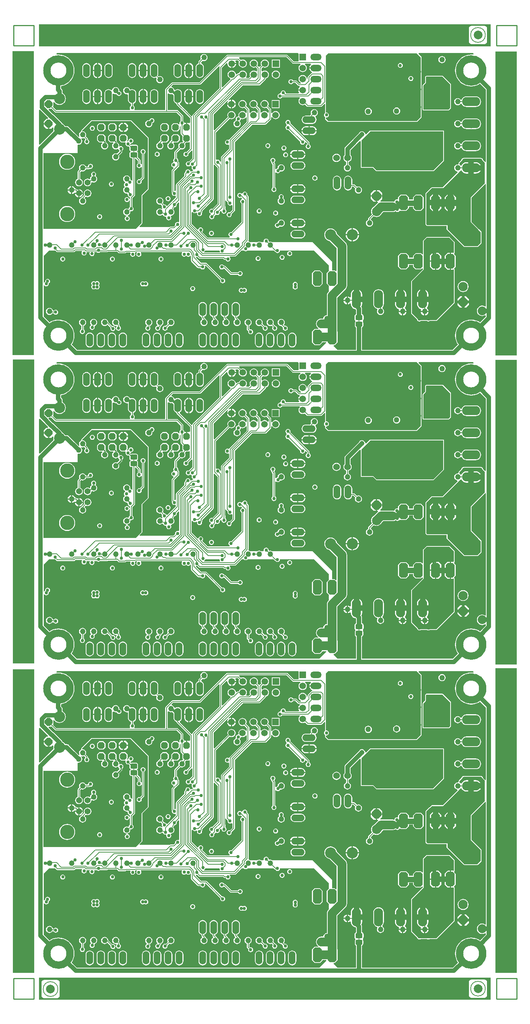
<source format=gbl>
G04 Layer_Physical_Order=4*
G04 Layer_Color=16711680*
%FSLAX24Y24*%
%MOIN*%
G70*
G01*
G75*
%ADD10C,0.0070*%
G04:AMPARAMS|DCode=11|XSize=78.7mil|YSize=78.7mil|CornerRadius=39.4mil|HoleSize=0mil|Usage=FLASHONLY|Rotation=90.000|XOffset=0mil|YOffset=0mil|HoleType=Round|Shape=RoundedRectangle|*
%AMROUNDEDRECTD11*
21,1,0.0787,0.0000,0,0,90.0*
21,1,0.0000,0.0787,0,0,90.0*
1,1,0.0787,0.0000,0.0000*
1,1,0.0787,0.0000,0.0000*
1,1,0.0787,0.0000,0.0000*
1,1,0.0787,0.0000,0.0000*
%
%ADD11ROUNDEDRECTD11*%
%ADD12C,0.0100*%
%ADD13C,0.0650*%
G04:AMPARAMS|DCode=46|XSize=50mil|YSize=50mil|CornerRadius=25mil|HoleSize=0mil|Usage=FLASHONLY|Rotation=90.000|XOffset=0mil|YOffset=0mil|HoleType=Round|Shape=RoundedRectangle|*
%AMROUNDEDRECTD46*
21,1,0.0500,0.0000,0,0,90.0*
21,1,0.0000,0.0500,0,0,90.0*
1,1,0.0500,0.0000,0.0000*
1,1,0.0500,0.0000,0.0000*
1,1,0.0500,0.0000,0.0000*
1,1,0.0500,0.0000,0.0000*
%
%ADD46ROUNDEDRECTD46*%
%ADD47C,0.0600*%
%ADD50C,0.0240*%
%ADD52C,0.0500*%
%ADD53C,0.0080*%
%ADD54C,0.0400*%
%ADD55C,0.0200*%
G04:AMPARAMS|DCode=63|XSize=133mil|YSize=83mil|CornerRadius=0mil|HoleSize=0mil|Usage=FLASHONLY|Rotation=270.000|XOffset=0mil|YOffset=0mil|HoleType=Round|Shape=Octagon|*
%AMOCTAGOND63*
4,1,8,-0.0208,-0.0665,0.0208,-0.0665,0.0415,-0.0458,0.0415,0.0458,0.0208,0.0665,-0.0208,0.0665,-0.0415,0.0458,-0.0415,-0.0458,-0.0208,-0.0665,0.0*
%
%ADD63OCTAGOND63*%

%ADD64C,0.0591*%
%ADD65R,0.0591X0.0591*%
%ADD66O,0.0600X0.1200*%
%ADD67P,0.0758X8X292.5*%
%ADD68C,0.1000*%
%ADD69O,0.1200X0.0600*%
%ADD70O,0.1024X0.0591*%
%ADD71R,0.0591X0.0591*%
%ADD72C,0.1305*%
%ADD73C,0.0540*%
%ADD74O,0.1650X0.0825*%
%ADD75P,0.0909X8X112.5*%
%ADD76C,0.0840*%
%ADD77P,0.0671X8X22.5*%
%ADD78C,0.0800*%
%ADD79O,0.0825X0.1650*%
%ADD80C,0.0300*%
%ADD81C,0.0500*%
%ADD82C,0.0320*%
%ADD83C,0.0450*%
%ADD84C,0.0400*%
%ADD101C,0.0800*%
%ADD103C,0.0700*%
G04:AMPARAMS|DCode=110|XSize=46mil|YSize=63mil|CornerRadius=11.5mil|HoleSize=0mil|Usage=FLASHONLY|Rotation=270.000|XOffset=0mil|YOffset=0mil|HoleType=Round|Shape=RoundedRectangle|*
%AMROUNDEDRECTD110*
21,1,0.0460,0.0400,0,0,270.0*
21,1,0.0230,0.0630,0,0,270.0*
1,1,0.0230,-0.0200,-0.0115*
1,1,0.0230,-0.0200,0.0115*
1,1,0.0230,0.0200,0.0115*
1,1,0.0230,0.0200,-0.0115*
%
%ADD110ROUNDEDRECTD110*%
G04:AMPARAMS|DCode=111|XSize=50mil|YSize=50mil|CornerRadius=25mil|HoleSize=0mil|Usage=FLASHONLY|Rotation=0.000|XOffset=0mil|YOffset=0mil|HoleType=Round|Shape=RoundedRectangle|*
%AMROUNDEDRECTD111*
21,1,0.0500,0.0000,0,0,0.0*
21,1,0.0000,0.0500,0,0,0.0*
1,1,0.0500,0.0000,0.0000*
1,1,0.0500,0.0000,0.0000*
1,1,0.0500,0.0000,0.0000*
1,1,0.0500,0.0000,0.0000*
%
%ADD111ROUNDEDRECTD111*%
G36*
X52943Y95955D02*
X12008D01*
Y97953D01*
X52943D01*
Y95955D01*
D02*
G37*
G36*
X51401Y95292D02*
X51365Y95214D01*
X51181Y95229D01*
X50954Y95211D01*
X50733Y95158D01*
X50523Y95071D01*
X50329Y94952D01*
X50156Y94804D01*
X50009Y94631D01*
X49890Y94437D01*
X49803Y94227D01*
X49750Y94006D01*
X49732Y93780D01*
X49750Y93553D01*
X49803Y93332D01*
X49890Y93122D01*
X50009Y92928D01*
X50156Y92755D01*
X50329Y92607D01*
X50523Y92488D01*
X50733Y92401D01*
X50954Y92348D01*
X51181Y92330D01*
X51408Y92348D01*
X51629Y92401D01*
X51839Y92488D01*
X51993Y92583D01*
X52520Y92056D01*
Y85526D01*
X52488Y85506D01*
X52440Y85496D01*
X52263Y85672D01*
X52254Y85716D01*
X52206Y85789D01*
X52133Y85837D01*
X52084Y85847D01*
X52075Y85853D01*
X52047Y85859D01*
X50512D01*
X50484Y85853D01*
X50475Y85847D01*
X50426Y85837D01*
X50353Y85789D01*
X50305Y85716D01*
X50296Y85672D01*
X50068Y85444D01*
X50052Y85421D01*
X50047Y85394D01*
Y85346D01*
X49969Y85276D01*
X49885Y85265D01*
X49807Y85232D01*
X49740Y85181D01*
X49689Y85114D01*
X49657Y85036D01*
X49646Y84953D01*
X49657Y84869D01*
X49689Y84791D01*
X49740Y84725D01*
X49807Y84673D01*
X49885Y84641D01*
X49932Y84635D01*
X49963Y84552D01*
X48612Y83201D01*
X47628D01*
X47601Y83196D01*
X47577Y83180D01*
X47416Y83019D01*
X47414Y83019D01*
X47390Y83003D01*
X47076Y82688D01*
X47060Y82665D01*
X47055Y82638D01*
Y79843D01*
X47060Y79815D01*
X47076Y79792D01*
X47154Y79713D01*
X47177Y79698D01*
X47205Y79692D01*
X47451D01*
X48964Y79684D01*
Y79390D01*
X48969Y79362D01*
X48985Y79339D01*
X50511Y77814D01*
X50534Y77798D01*
X50561Y77793D01*
X51752D01*
X51779Y77798D01*
X51802Y77814D01*
X52108Y78119D01*
X52123Y78142D01*
X52128Y78169D01*
Y79134D01*
X52123Y79161D01*
X52108Y79184D01*
X51881Y79411D01*
X51213Y80079D01*
Y81094D01*
Y81317D01*
Y82270D01*
X52440Y83497D01*
X52488Y83486D01*
X52520Y83467D01*
Y72437D01*
X52440Y72397D01*
X52412Y72418D01*
X52298Y72466D01*
X52175Y72482D01*
X52052Y72466D01*
X51938Y72418D01*
X51840Y72343D01*
X51765Y72245D01*
X51717Y72131D01*
X51701Y72008D01*
X51717Y71885D01*
X51765Y71771D01*
X51840Y71673D01*
X51938Y71597D01*
X52052Y71550D01*
X52175Y71534D01*
X52298Y71550D01*
X52412Y71597D01*
X52440Y71618D01*
X52520Y71579D01*
Y71488D01*
X51993Y70961D01*
X51839Y71055D01*
X51629Y71142D01*
X51408Y71195D01*
X51181Y71213D01*
X50954Y71195D01*
X50733Y71142D01*
X50523Y71055D01*
X50329Y70936D01*
X50156Y70789D01*
X50009Y70616D01*
X49890Y70422D01*
X49803Y70212D01*
X49750Y69990D01*
X49732Y69764D01*
X49750Y69537D01*
X49803Y69316D01*
X49890Y69106D01*
X49984Y68952D01*
X49507Y68474D01*
X41296D01*
Y70494D01*
X41357Y70534D01*
X41398Y70595D01*
X41412Y70668D01*
Y70898D01*
X41398Y70970D01*
X41370Y71011D01*
X41373Y71090D01*
X41379Y71113D01*
X41426Y71184D01*
X41443Y71268D01*
Y71498D01*
X41426Y71582D01*
X41379Y71653D01*
X41308Y71700D01*
X41296Y71702D01*
Y72207D01*
X41287Y72277D01*
X41259Y72343D01*
X41230Y72381D01*
X41237Y72390D01*
X41289Y72515D01*
X41306Y72649D01*
Y72811D01*
X40789D01*
Y73061D01*
X40539D01*
Y73925D01*
X40531Y73921D01*
X40424Y73839D01*
X40342Y73732D01*
X40290Y73607D01*
X40272Y73474D01*
Y73256D01*
X40192Y73222D01*
X40145Y73258D01*
X40060Y73294D01*
X40019Y73299D01*
Y72953D01*
Y72606D01*
X40060Y72612D01*
X40145Y72647D01*
X40192Y72683D01*
X40272Y72649D01*
Y72649D01*
X40290Y72515D01*
X40342Y72390D01*
X40424Y72283D01*
X40531Y72201D01*
X40656Y72149D01*
X40702Y72143D01*
X40751Y72094D01*
Y71702D01*
X40740Y71700D01*
X40669Y71653D01*
X40621Y71582D01*
X40604Y71498D01*
Y71268D01*
X40621Y71184D01*
X40669Y71113D01*
X40675Y71090D01*
X40677Y71011D01*
X40649Y70970D01*
X40635Y70898D01*
Y70668D01*
X40649Y70595D01*
X40690Y70534D01*
X40751Y70494D01*
Y68474D01*
X39085D01*
X38725Y68834D01*
X38755Y68908D01*
X38826D01*
X39068Y69151D01*
Y70136D01*
X39057Y70147D01*
Y70827D01*
Y73210D01*
X39804Y73956D01*
X39879Y74054D01*
X39926Y74169D01*
X39943Y74291D01*
Y77874D01*
X39926Y77997D01*
X39879Y78111D01*
X39804Y78209D01*
X39005Y79008D01*
X39000Y79046D01*
X38943Y79185D01*
X38851Y79304D01*
X38732Y79396D01*
X38594Y79453D01*
X38445Y79473D01*
X38296Y79453D01*
X38157Y79396D01*
X38038Y79304D01*
X37947Y79185D01*
X37890Y79046D01*
X37870Y78898D01*
X37890Y78749D01*
X37947Y78610D01*
X38038Y78491D01*
X38157Y78400D01*
X38296Y78342D01*
X38335Y78337D01*
X38994Y77678D01*
Y75614D01*
X38921Y75584D01*
X38826Y75678D01*
X38583D01*
Y76457D01*
X36825Y78214D01*
X33154D01*
X33130Y78232D01*
X33052Y78265D01*
X32968Y78276D01*
X32893Y78266D01*
X32872Y78277D01*
X32823Y78323D01*
X32822Y78325D01*
X32806Y78409D01*
X32757Y78481D01*
X32684Y78530D01*
X32599Y78547D01*
X32513Y78530D01*
X32440Y78481D01*
X32391Y78409D01*
X32374Y78323D01*
X32380Y78294D01*
X32318Y78214D01*
X32154D01*
X32130Y78232D01*
X32052Y78265D01*
X31969Y78276D01*
X31885Y78265D01*
X31807Y78232D01*
X31783Y78214D01*
X31154D01*
X31130Y78232D01*
X31052Y78265D01*
X31041Y78266D01*
X31000Y78335D01*
X30998Y78352D01*
X31004Y78386D01*
X31004Y78386D01*
Y82366D01*
X31004Y82366D01*
X30996Y82409D01*
X30972Y82445D01*
X30972Y82445D01*
X30883Y82534D01*
X30894Y82589D01*
X30877Y82674D01*
X30828Y82747D01*
X30755Y82796D01*
X30669Y82813D01*
X30583Y82796D01*
X30511Y82747D01*
X30462Y82674D01*
X30456Y82643D01*
X30375Y82619D01*
X30302Y82668D01*
X30217Y82685D01*
X30131Y82668D01*
X30058Y82619D01*
X30009Y82546D01*
X29992Y82461D01*
X30009Y82375D01*
X30058Y82302D01*
X30131Y82253D01*
X30217Y82236D01*
X30302Y82253D01*
X30329Y82271D01*
X30407Y82194D01*
X30381Y82106D01*
X30324Y82068D01*
X30275Y81995D01*
X30258Y81909D01*
X30275Y81824D01*
X30324Y81751D01*
X30370Y81720D01*
Y80037D01*
X29464Y79131D01*
X29409Y79142D01*
X29324Y79125D01*
X29251Y79076D01*
X29202Y79003D01*
X29185Y78917D01*
X29202Y78831D01*
X29251Y78759D01*
X29300Y78726D01*
X29276Y78646D01*
X27317D01*
X26827Y79135D01*
X26832Y79182D01*
X26880Y79255D01*
X26898Y79341D01*
X26880Y79426D01*
X26832Y79499D01*
X26759Y79548D01*
X26673Y79565D01*
X26587Y79548D01*
X26515Y79499D01*
X26466Y79426D01*
X26461Y79402D01*
X26374Y79376D01*
X25857Y79893D01*
Y80947D01*
X25937Y80968D01*
X25973Y80914D01*
X26046Y80866D01*
X26132Y80849D01*
X26218Y80866D01*
X26279Y80906D01*
X26323Y80889D01*
X26353Y80867D01*
X26341Y80807D01*
X26358Y80721D01*
X26406Y80648D01*
X26479Y80600D01*
X26565Y80583D01*
X26651Y80600D01*
X26724Y80648D01*
X26772Y80721D01*
X26789Y80807D01*
X26778Y80862D01*
X26797Y80881D01*
X26797Y80881D01*
X26821Y80917D01*
X26830Y80960D01*
X26830Y80960D01*
Y81061D01*
X27806Y82037D01*
X27830Y82073D01*
X27839Y82116D01*
X27839Y82116D01*
Y85216D01*
X27919Y85249D01*
X28215Y84953D01*
Y81739D01*
X27712Y81237D01*
X27657Y81248D01*
X27572Y81231D01*
X27499Y81182D01*
X27450Y81109D01*
X27433Y81024D01*
X27450Y80938D01*
X27499Y80865D01*
X27572Y80816D01*
X27594Y80812D01*
Y80730D01*
X27593Y80730D01*
X27520Y80681D01*
X27471Y80609D01*
X27454Y80523D01*
X27471Y80437D01*
X27520Y80364D01*
X27593Y80316D01*
X27678Y80298D01*
X27764Y80316D01*
X27837Y80364D01*
X27886Y80437D01*
X27903Y80523D01*
X27892Y80578D01*
X28002Y80687D01*
X28002Y80687D01*
X28096Y80708D01*
X28182Y80691D01*
X28268Y80708D01*
X28341Y80757D01*
X28389Y80830D01*
X28407Y80915D01*
X28396Y80970D01*
X28480Y81054D01*
X28534Y81032D01*
X28556Y81018D01*
X28572Y80938D01*
X28621Y80865D01*
X28694Y80816D01*
X28780Y80799D01*
X28865Y80816D01*
X28938Y80865D01*
X28987Y80938D01*
X29004Y81024D01*
X28987Y81109D01*
X28938Y81182D01*
X28902Y81207D01*
Y81445D01*
X28902Y81445D01*
X28893Y81488D01*
X28887Y81497D01*
X28889Y81507D01*
Y81973D01*
X28961Y81988D01*
X28969Y81986D01*
X28991Y81952D01*
X29117Y81826D01*
X29106Y81772D01*
X29123Y81686D01*
X29172Y81613D01*
X29245Y81564D01*
X29331Y81547D01*
X29416Y81564D01*
X29462Y81595D01*
X29542Y81559D01*
Y81158D01*
X29307Y80922D01*
X29252Y80933D01*
X29166Y80916D01*
X29093Y80867D01*
X29045Y80794D01*
X29028Y80709D01*
X29045Y80623D01*
X29093Y80550D01*
X29166Y80501D01*
X29252Y80484D01*
X29338Y80501D01*
X29411Y80550D01*
X29459Y80623D01*
X29476Y80709D01*
X29465Y80763D01*
X29734Y81032D01*
X29734Y81032D01*
X29758Y81068D01*
X29767Y81111D01*
X29767Y81111D01*
Y87300D01*
X31341Y88874D01*
X32530D01*
X32530Y88874D01*
X32572Y88883D01*
X32609Y88907D01*
X33032Y89330D01*
X33032Y89330D01*
X33056Y89367D01*
X33065Y89409D01*
X33065Y89409D01*
Y89539D01*
X33145Y89555D01*
X33145Y89554D01*
X33204Y89478D01*
X33280Y89419D01*
X33369Y89382D01*
X33465Y89370D01*
X33560Y89382D01*
X33649Y89419D01*
X33725Y89478D01*
X33784Y89554D01*
X33820Y89643D01*
X33833Y89738D01*
X33820Y89834D01*
X33784Y89922D01*
X33725Y89999D01*
X33649Y90057D01*
X33560Y90094D01*
X33465Y90107D01*
X33369Y90094D01*
X33280Y90057D01*
X33204Y89999D01*
X33145Y89922D01*
X33145Y89921D01*
X33065Y89937D01*
Y90250D01*
X33065Y90250D01*
X33056Y90293D01*
X33032Y90329D01*
X33032Y90329D01*
X32791Y90571D01*
X32820Y90643D01*
X32833Y90738D01*
X32820Y90834D01*
X32784Y90922D01*
X32725Y90999D01*
X32649Y91057D01*
X32560Y91094D01*
X32465Y91107D01*
X32369Y91094D01*
X32280Y91057D01*
X32204Y90999D01*
X32146Y90922D01*
X32109Y90834D01*
X32096Y90738D01*
X32109Y90643D01*
X32146Y90554D01*
X32204Y90478D01*
X32280Y90419D01*
X32369Y90382D01*
X32465Y90370D01*
X32560Y90382D01*
X32632Y90412D01*
X32841Y90204D01*
Y89980D01*
X32761Y89952D01*
X32725Y89999D01*
X32649Y90057D01*
X32560Y90094D01*
X32465Y90107D01*
X32369Y90094D01*
X32280Y90057D01*
X32204Y89999D01*
X32195Y89986D01*
X32086Y89973D01*
X32071Y89986D01*
Y90244D01*
X32062Y90287D01*
X32038Y90323D01*
X32038Y90323D01*
X31791Y90571D01*
X31820Y90643D01*
X31833Y90738D01*
X31820Y90834D01*
X31784Y90922D01*
X31725Y90999D01*
X31649Y91057D01*
X31560Y91094D01*
X31465Y91107D01*
X31369Y91094D01*
X31280Y91057D01*
X31204Y90999D01*
X31146Y90922D01*
X31109Y90834D01*
X31096Y90738D01*
X31109Y90643D01*
X31146Y90554D01*
X31204Y90478D01*
X31280Y90419D01*
X31369Y90382D01*
X31465Y90370D01*
X31560Y90382D01*
X31632Y90412D01*
X31847Y90198D01*
Y89972D01*
X31767Y89945D01*
X31725Y89999D01*
X31649Y90057D01*
X31560Y90094D01*
X31465Y90107D01*
X31369Y90094D01*
X31280Y90057D01*
X31204Y89999D01*
X31157Y89937D01*
X31097Y89948D01*
X31077Y89958D01*
Y90238D01*
X31077Y90238D01*
X31068Y90281D01*
X31044Y90317D01*
X31044Y90317D01*
X30791Y90571D01*
X30820Y90643D01*
X30833Y90738D01*
X30820Y90834D01*
X30784Y90922D01*
X30725Y90999D01*
X30649Y91057D01*
X30560Y91094D01*
X30465Y91107D01*
X30369Y91094D01*
X30280Y91057D01*
X30204Y90999D01*
X30145Y90922D01*
X30109Y90834D01*
X30096Y90738D01*
X30109Y90643D01*
X30145Y90554D01*
X30204Y90478D01*
X30280Y90419D01*
X30369Y90382D01*
X30465Y90370D01*
X30560Y90382D01*
X30632Y90412D01*
X30852Y90192D01*
Y89958D01*
X30832Y89948D01*
X30772Y89937D01*
X30725Y89999D01*
X30649Y90057D01*
X30560Y90094D01*
X30465Y90107D01*
X30369Y90094D01*
X30280Y90057D01*
X30204Y89999D01*
X30145Y89922D01*
X30109Y89834D01*
X30096Y89738D01*
X30103Y89689D01*
X30074Y89626D01*
X30037Y89608D01*
X29983Y89597D01*
X29910Y89548D01*
X29862Y89476D01*
X29845Y89390D01*
X29860Y89310D01*
X29856Y89289D01*
X29856Y89289D01*
Y89253D01*
X29807Y89232D01*
X29740Y89181D01*
X29689Y89114D01*
X29657Y89036D01*
X29646Y88953D01*
X29657Y88869D01*
X29689Y88791D01*
X29740Y88725D01*
X29807Y88673D01*
X29885Y88641D01*
X29969Y88630D01*
X30052Y88641D01*
X30130Y88673D01*
X30197Y88725D01*
X30248Y88791D01*
X30280Y88869D01*
X30291Y88953D01*
X30280Y89036D01*
X30248Y89114D01*
X30231Y89137D01*
X30228Y89231D01*
X30276Y89304D01*
X30282Y89332D01*
X30369Y89382D01*
X30465Y89370D01*
X30560Y89382D01*
X30649Y89419D01*
X30725Y89478D01*
X30772Y89539D01*
X30832Y89529D01*
X30852Y89518D01*
Y89127D01*
X29275Y87550D01*
X29263Y87532D01*
X29180Y87491D01*
X29171Y87492D01*
X29094Y87508D01*
X29009Y87491D01*
X28936Y87442D01*
X28887Y87369D01*
X28870Y87283D01*
X28887Y87198D01*
X28936Y87125D01*
X29009Y87076D01*
X29094Y87059D01*
X29162Y87073D01*
X29242Y87029D01*
Y86684D01*
X28547Y85990D01*
X28523Y85953D01*
X28515Y85910D01*
X28515Y85910D01*
Y85529D01*
X28435Y85521D01*
X28427Y85560D01*
X28378Y85632D01*
X28306Y85681D01*
X28220Y85698D01*
X28144Y85683D01*
X28104Y85697D01*
X28064Y85718D01*
Y88179D01*
X29297Y89412D01*
X29369Y89382D01*
X29465Y89370D01*
X29560Y89382D01*
X29649Y89419D01*
X29725Y89478D01*
X29784Y89554D01*
X29820Y89643D01*
X29833Y89738D01*
X29820Y89834D01*
X29784Y89922D01*
X29725Y89999D01*
X29649Y90057D01*
X29560Y90094D01*
X29465Y90107D01*
X29369Y90094D01*
X29280Y90057D01*
X29204Y89999D01*
X29146Y89922D01*
X29109Y89834D01*
X29096Y89738D01*
X29109Y89643D01*
X29139Y89571D01*
X27919Y88351D01*
X27839Y88384D01*
Y89776D01*
X29080Y91018D01*
X29141Y90965D01*
X29119Y90938D01*
X29079Y90841D01*
X29072Y90788D01*
X29415D01*
Y91130D01*
X29361Y91123D01*
X29265Y91083D01*
X29237Y91062D01*
X29185Y91122D01*
X30499Y92437D01*
X31988D01*
X31988Y92437D01*
X32031Y92446D01*
X32067Y92470D01*
X32564Y92966D01*
X32588Y93002D01*
X32596Y93045D01*
X32596Y93045D01*
Y93061D01*
X32668Y93090D01*
X32745Y93149D01*
X32803Y93225D01*
X32840Y93314D01*
X32853Y93409D01*
X32840Y93505D01*
X32803Y93594D01*
X32745Y93670D01*
X32668Y93729D01*
X32580Y93765D01*
X32484Y93778D01*
X32389Y93765D01*
X32300Y93729D01*
X32249Y93690D01*
X32169Y93723D01*
Y93936D01*
X32317Y94083D01*
X32389Y94054D01*
X32484Y94041D01*
X32580Y94054D01*
X32668Y94090D01*
X32745Y94149D01*
X32803Y94225D01*
X32840Y94314D01*
X32853Y94409D01*
X32840Y94505D01*
X32803Y94594D01*
X32745Y94670D01*
X32668Y94729D01*
X32580Y94765D01*
X32484Y94778D01*
X32389Y94765D01*
X32300Y94729D01*
X32224Y94670D01*
X32165Y94594D01*
X32128Y94505D01*
X32116Y94409D01*
X32128Y94314D01*
X32158Y94242D01*
X32034Y94118D01*
X31928Y94125D01*
X31810Y94242D01*
X31840Y94314D01*
X31853Y94409D01*
X31840Y94505D01*
X31803Y94594D01*
X31745Y94670D01*
X31668Y94729D01*
X31580Y94765D01*
X31484Y94778D01*
X31389Y94765D01*
X31300Y94729D01*
X31224Y94670D01*
X31165Y94594D01*
X31128Y94505D01*
X31116Y94409D01*
X31128Y94314D01*
X31165Y94225D01*
X31224Y94149D01*
X31300Y94090D01*
X31389Y94054D01*
X31484Y94041D01*
X31580Y94054D01*
X31652Y94083D01*
X31777Y93958D01*
Y93746D01*
X31697Y93706D01*
X31668Y93729D01*
X31580Y93765D01*
X31484Y93778D01*
X31389Y93765D01*
X31300Y93729D01*
X31224Y93670D01*
X31165Y93594D01*
X31128Y93505D01*
X31116Y93409D01*
X31128Y93314D01*
X31158Y93242D01*
X31028Y93111D01*
X30817D01*
X30777Y93191D01*
X30803Y93225D01*
X30840Y93314D01*
X30853Y93409D01*
X30840Y93505D01*
X30803Y93594D01*
X30745Y93670D01*
X30668Y93729D01*
X30580Y93765D01*
X30484Y93778D01*
X30389Y93765D01*
X30300Y93729D01*
X30224Y93670D01*
X30165Y93594D01*
X30135Y93522D01*
X30057D01*
X30057Y93522D01*
X30014Y93513D01*
X29978Y93489D01*
X29978Y93489D01*
X29929Y93440D01*
X29845Y93469D01*
X29840Y93505D01*
X29803Y93594D01*
X29745Y93670D01*
X29668Y93729D01*
X29580Y93765D01*
X29484Y93778D01*
X29389Y93765D01*
X29300Y93729D01*
X29224Y93670D01*
X29165Y93594D01*
X29128Y93505D01*
X29116Y93409D01*
X29128Y93314D01*
X29165Y93225D01*
X29224Y93149D01*
X29300Y93090D01*
X29356Y93067D01*
X29382Y92980D01*
X28658Y92256D01*
X28584Y92287D01*
Y94032D01*
X29011Y94459D01*
X29087Y94422D01*
X29086Y94409D01*
X29099Y94306D01*
X29139Y94210D01*
X29202Y94128D01*
X29285Y94064D01*
X29381Y94024D01*
X29434Y94017D01*
Y94409D01*
X29484D01*
Y94459D01*
X29876D01*
X29869Y94513D01*
X29830Y94609D01*
X29819Y94623D01*
X29858Y94703D01*
X30040D01*
X30160Y94582D01*
X30128Y94505D01*
X30116Y94409D01*
X30128Y94314D01*
X30165Y94225D01*
X30224Y94149D01*
X30300Y94090D01*
X30389Y94054D01*
X30484Y94041D01*
X30580Y94054D01*
X30668Y94090D01*
X30745Y94149D01*
X30803Y94225D01*
X30840Y94314D01*
X30853Y94409D01*
X30840Y94505D01*
X30803Y94594D01*
X30745Y94670D01*
X30668Y94729D01*
X30580Y94765D01*
X30484Y94778D01*
X30389Y94765D01*
X30312Y94733D01*
X30160Y94885D01*
X30181Y94968D01*
X30193Y94983D01*
X34433D01*
X34988Y94427D01*
X34988Y94427D01*
X35023Y94404D01*
X35064Y94396D01*
X35064Y94396D01*
X35693D01*
X35696Y94391D01*
X35714Y94316D01*
X35655Y94270D01*
X35596Y94194D01*
X35559Y94105D01*
X35547Y94010D01*
X35559Y93914D01*
X35596Y93826D01*
X35655Y93749D01*
X35731Y93691D01*
X35820Y93654D01*
X35915Y93641D01*
X36011Y93654D01*
X36100Y93691D01*
X36176Y93749D01*
X36234Y93826D01*
X36271Y93914D01*
X36284Y94010D01*
X36271Y94105D01*
X36234Y94194D01*
X36176Y94270D01*
X36117Y94316D01*
X36135Y94391D01*
X36137Y94396D01*
X36637D01*
X36665Y94316D01*
X36633Y94292D01*
X36570Y94209D01*
X36530Y94113D01*
X36523Y94060D01*
X37132D01*
Y93960D01*
X36523D01*
X36530Y93907D01*
X36570Y93811D01*
X36633Y93728D01*
X36716Y93665D01*
X36761Y93646D01*
X36767Y93566D01*
X36763Y93559D01*
X36728Y93552D01*
X36693Y93528D01*
X36393Y93228D01*
X36370Y93194D01*
X36361Y93153D01*
Y93033D01*
X36281Y93028D01*
X36271Y93105D01*
X36234Y93194D01*
X36176Y93270D01*
X36100Y93329D01*
X36011Y93366D01*
X35915Y93378D01*
X35820Y93366D01*
X35731Y93329D01*
X35655Y93270D01*
X35596Y93194D01*
X35559Y93105D01*
X35547Y93010D01*
X35559Y92914D01*
X35596Y92826D01*
X35655Y92749D01*
X35731Y92691D01*
X35764Y92677D01*
X35748Y92597D01*
X35615D01*
X35381Y92832D01*
X35346Y92855D01*
X35305Y92863D01*
X35045D01*
X35011Y92915D01*
X34938Y92963D01*
X34852Y92980D01*
X34767Y92963D01*
X34694Y92915D01*
X34645Y92842D01*
X34628Y92756D01*
X34645Y92670D01*
X34694Y92597D01*
X34767Y92549D01*
X34852Y92532D01*
X34938Y92549D01*
X35011Y92597D01*
X35045Y92649D01*
X35261D01*
X35495Y92414D01*
X35495Y92414D01*
X35530Y92391D01*
X35571Y92383D01*
X35621D01*
X35648Y92303D01*
X35633Y92292D01*
X35570Y92209D01*
X35530Y92113D01*
X35523Y92060D01*
X35915D01*
Y91960D01*
X35523D01*
X35530Y91907D01*
X35570Y91811D01*
X35586Y91790D01*
X35547Y91710D01*
X34413D01*
X34378Y91752D01*
X34361Y91838D01*
X34312Y91911D01*
X34239Y91959D01*
X34154Y91976D01*
X34068Y91959D01*
X33995Y91911D01*
X33946Y91838D01*
X33929Y91752D01*
X33930Y91750D01*
X33862Y91682D01*
X33858Y91683D01*
X33772Y91666D01*
X33700Y91617D01*
X33651Y91544D01*
X33634Y91458D01*
X33651Y91373D01*
X33700Y91300D01*
X33772Y91251D01*
X33858Y91234D01*
X33944Y91251D01*
X34017Y91300D01*
X34054Y91355D01*
X35634D01*
X35661Y91275D01*
X35655Y91270D01*
X35596Y91194D01*
X35559Y91105D01*
X35547Y91010D01*
X35559Y90914D01*
X35596Y90826D01*
X35655Y90749D01*
X35731Y90691D01*
X35820Y90654D01*
X35915Y90641D01*
X36011Y90654D01*
X36100Y90691D01*
X36116Y90704D01*
X36293Y90527D01*
X36293Y90527D01*
X36328Y90504D01*
X36369Y90495D01*
X37567D01*
X37608Y90504D01*
X37643Y90527D01*
X37867Y90750D01*
X37940Y90720D01*
Y90005D01*
X37941Y90002D01*
X37941Y89998D01*
X37944Y89988D01*
X37946Y89978D01*
X37948Y89975D01*
X37949Y89972D01*
X37910Y89911D01*
X37861Y89839D01*
X37844Y89753D01*
X37861Y89667D01*
X37910Y89594D01*
X37949Y89534D01*
X37948Y89531D01*
X37946Y89528D01*
X37944Y89517D01*
X37941Y89507D01*
X37941Y89504D01*
X37940Y89500D01*
Y89423D01*
X37946Y89395D01*
X37961Y89372D01*
X38191Y89142D01*
X38214Y89127D01*
X38242Y89121D01*
X46238D01*
X46265Y89127D01*
X46288Y89142D01*
X46669Y89523D01*
X46684Y89546D01*
X46690Y89574D01*
Y94623D01*
Y94966D01*
X46684Y94993D01*
X46669Y95017D01*
X46405Y95280D01*
X46436Y95354D01*
X51339D01*
X51401Y95292D01*
D02*
G37*
G36*
X35550Y95298D02*
Y94645D01*
X35484Y94610D01*
X35109D01*
X34553Y95165D01*
X34518Y95189D01*
X34477Y95197D01*
X29086D01*
X29045Y95189D01*
X29010Y95165D01*
X26546Y92702D01*
X24108D01*
X24067Y92693D01*
X24033Y92670D01*
X24033Y92670D01*
X23493Y92130D01*
X23470Y92096D01*
X23461Y92055D01*
Y90191D01*
X20698D01*
X20655Y90271D01*
X20680Y90308D01*
X20697Y90394D01*
X20680Y90480D01*
X20631Y90552D01*
X20585Y90583D01*
Y90770D01*
X20643Y90794D01*
X20721Y90853D01*
X20780Y90931D01*
X20817Y91021D01*
X20830Y91117D01*
Y91717D01*
X20817Y91814D01*
X20780Y91904D01*
X20721Y91981D01*
X20643Y92041D01*
X20553Y92078D01*
X20457Y92091D01*
X20360Y92078D01*
X20277Y92044D01*
X20248Y92114D01*
X20197Y92181D01*
X20130Y92232D01*
X20052Y92265D01*
X19969Y92276D01*
X19885Y92265D01*
X19807Y92232D01*
X19740Y92181D01*
X19689Y92114D01*
X19657Y92036D01*
X19646Y91953D01*
X19657Y91869D01*
X19689Y91791D01*
X19740Y91725D01*
X19807Y91673D01*
X19885Y91641D01*
X19969Y91630D01*
X20003Y91635D01*
X20083Y91574D01*
Y91117D01*
X20096Y91021D01*
X20134Y90931D01*
X20193Y90853D01*
X20270Y90794D01*
X20360Y90757D01*
X20360Y90757D01*
Y90583D01*
X20314Y90552D01*
X20265Y90480D01*
X20248Y90394D01*
X20265Y90308D01*
X20290Y90271D01*
X20247Y90191D01*
X13596D01*
X13290Y90497D01*
X13316Y90523D01*
Y90885D01*
X13396Y90912D01*
X13469Y90816D01*
X13588Y90725D01*
X13727Y90667D01*
X13876Y90648D01*
X14025Y90667D01*
X14163Y90725D01*
X14282Y90816D01*
X14374Y90935D01*
X14431Y91074D01*
X14451Y91223D01*
X14431Y91371D01*
X14374Y91510D01*
X14282Y91629D01*
X14163Y91720D01*
X14148Y91727D01*
Y91902D01*
X14139Y91972D01*
X14112Y92038D01*
X14068Y92094D01*
X14012Y92150D01*
Y92350D01*
X14227Y92401D01*
X14437Y92488D01*
X14631Y92607D01*
X14804Y92755D01*
X14952Y92928D01*
X15071Y93122D01*
X15158Y93332D01*
X15211Y93553D01*
X15229Y93780D01*
X15211Y94006D01*
X15158Y94227D01*
X15071Y94437D01*
X14952Y94631D01*
X14804Y94804D01*
X14631Y94952D01*
X14437Y95071D01*
X14227Y95158D01*
X14006Y95211D01*
X13780Y95229D01*
X13617Y95216D01*
X13581Y95293D01*
X13642Y95354D01*
X26954D01*
X26959Y95274D01*
X26885Y95265D01*
X26807Y95232D01*
X26740Y95181D01*
X26689Y95114D01*
X26657Y95036D01*
X26646Y94953D01*
X26657Y94869D01*
X26677Y94820D01*
X26511Y94654D01*
X26487Y94618D01*
X26478Y94575D01*
X26478Y94575D01*
Y94434D01*
X26404Y94403D01*
X26327Y94343D01*
X26267Y94266D01*
X26230Y94176D01*
X26217Y94080D01*
Y93480D01*
X26230Y93383D01*
X26267Y93293D01*
X26327Y93216D01*
X26404Y93156D01*
X26494Y93119D01*
X26591Y93106D01*
X26687Y93119D01*
X26777Y93156D01*
X26854Y93216D01*
X26914Y93293D01*
X26951Y93383D01*
X26964Y93480D01*
Y94080D01*
X26951Y94176D01*
X26914Y94266D01*
X26854Y94343D01*
X26777Y94403D01*
X26703Y94434D01*
Y94528D01*
X26836Y94661D01*
X26885Y94641D01*
X26969Y94630D01*
X27052Y94641D01*
X27130Y94673D01*
X27197Y94725D01*
X27248Y94791D01*
X27280Y94869D01*
X27291Y94953D01*
X27280Y95036D01*
X27248Y95114D01*
X27197Y95181D01*
X27130Y95232D01*
X27052Y95265D01*
X26978Y95274D01*
X26983Y95354D01*
X35494D01*
X35550Y95298D01*
D02*
G37*
G36*
X28379Y94118D02*
X28378Y94117D01*
X28370Y94076D01*
Y92173D01*
X26419Y90222D01*
X26397Y90207D01*
X25951Y89761D01*
X25927Y89725D01*
X25918Y89682D01*
X25918Y89682D01*
Y89679D01*
X25838Y89646D01*
X25512Y89972D01*
X25498Y89994D01*
X24775Y90717D01*
X24796Y90809D01*
X24854Y90853D01*
X24914Y90931D01*
X24951Y91021D01*
X24964Y91117D01*
Y91717D01*
X24951Y91814D01*
X24914Y91904D01*
X24854Y91981D01*
X24777Y92041D01*
X24687Y92078D01*
X24591Y92091D01*
X24494Y92078D01*
X24404Y92041D01*
X24364Y92010D01*
X24289Y92034D01*
X24277Y92044D01*
X24248Y92114D01*
X24197Y92181D01*
X24130Y92232D01*
X24052Y92265D01*
X24044Y92266D01*
X24015Y92350D01*
X24153Y92487D01*
X26591D01*
X26632Y92496D01*
X26666Y92519D01*
X28317Y94169D01*
X28379Y94118D01*
D02*
G37*
G36*
X46618Y94966D02*
Y94623D01*
Y89574D01*
X46238Y89193D01*
X38242D01*
X38012Y89423D01*
Y89500D01*
X38050Y89532D01*
X38068Y89528D01*
X38154Y89546D01*
X38227Y89594D01*
X38276Y89667D01*
X38293Y89753D01*
X38276Y89839D01*
X38227Y89911D01*
X38154Y89960D01*
X38068Y89977D01*
X38050Y89973D01*
X38012Y90005D01*
Y95128D01*
X38228Y95344D01*
X46240D01*
X46618Y94966D01*
D02*
G37*
G36*
X23807Y91673D02*
X23885Y91641D01*
X23969Y91630D01*
X24052Y91641D01*
X24081Y91653D01*
X24217Y91517D01*
Y91117D01*
X24230Y91021D01*
X24267Y90931D01*
X24327Y90853D01*
X24404Y90794D01*
X24478Y90763D01*
Y90743D01*
X24478Y90743D01*
X24487Y90700D01*
X24511Y90663D01*
X25339Y89835D01*
X25361Y89821D01*
X25703Y89479D01*
Y89091D01*
X25698Y89065D01*
Y89040D01*
X25624Y89009D01*
X25595Y89038D01*
X25440D01*
Y88628D01*
X25340D01*
Y89038D01*
X25189D01*
X25177Y89101D01*
X25128Y89174D01*
X25082Y89205D01*
Y89646D01*
X25073Y89689D01*
X25049Y89726D01*
X25049Y89726D01*
X24617Y90158D01*
X24580Y90182D01*
X24537Y90191D01*
X24512Y90186D01*
X23676D01*
Y91677D01*
X23702Y91697D01*
X23756Y91713D01*
X23807Y91673D01*
D02*
G37*
G36*
X13470Y89999D02*
X13470Y89999D01*
X13507Y89975D01*
X13550Y89967D01*
X13550Y89967D01*
X23568D01*
X23594Y89972D01*
X24486D01*
X24858Y89600D01*
Y89205D01*
X24811Y89174D01*
X24763Y89101D01*
X24745Y89015D01*
X24760Y88941D01*
X24732Y88914D01*
X24694Y88894D01*
X24580Y89008D01*
X24200D01*
X24010Y88818D01*
Y88438D01*
X24200Y88248D01*
X24580D01*
X24770Y88438D01*
Y88706D01*
X24850Y88754D01*
X24858Y88750D01*
Y88048D01*
X24858Y88048D01*
X24866Y88005D01*
X24890Y87969D01*
X25010Y87850D01*
Y87438D01*
X25046Y87402D01*
X25044Y87305D01*
X25006Y87271D01*
X24969Y87276D01*
X24885Y87265D01*
X24807Y87232D01*
X24740Y87181D01*
X24689Y87114D01*
X24657Y87036D01*
X24646Y86953D01*
X24657Y86869D01*
X24677Y86820D01*
X24330Y86473D01*
X24306Y86437D01*
X24297Y86394D01*
X24297Y86394D01*
Y85820D01*
X24251Y85789D01*
X24202Y85716D01*
X24185Y85630D01*
X24202Y85544D01*
X24213Y85528D01*
X24176Y85439D01*
X24146Y85434D01*
X24074Y85385D01*
X24025Y85312D01*
X24008Y85226D01*
X24025Y85141D01*
X24074Y85068D01*
X24146Y85019D01*
X24189Y85011D01*
X24216Y84924D01*
X24076Y84784D01*
X24051Y84748D01*
X24043Y84705D01*
X24043Y84705D01*
Y82774D01*
X24043Y82774D01*
X24051Y82731D01*
X24071Y82702D01*
X24058Y82639D01*
X24075Y82553D01*
X24124Y82480D01*
X24197Y82432D01*
X24283Y82415D01*
X24350Y82428D01*
X24430Y82384D01*
Y82289D01*
X23651Y81510D01*
X23560Y81532D01*
X23527Y81581D01*
X23454Y81630D01*
X23368Y81647D01*
X23338Y81641D01*
X23236Y81776D01*
X23248Y81791D01*
X23280Y81869D01*
X23291Y81953D01*
X23280Y82036D01*
X23248Y82114D01*
X23197Y82181D01*
X23130Y82232D01*
X23052Y82265D01*
X22968Y82276D01*
X22885Y82265D01*
X22807Y82232D01*
X22740Y82181D01*
X22689Y82114D01*
X22657Y82036D01*
X22646Y81953D01*
X22657Y81869D01*
X22689Y81791D01*
X22740Y81725D01*
X22807Y81673D01*
X22885Y81641D01*
X22968Y81630D01*
X23052Y81641D01*
X23065Y81647D01*
X23165Y81514D01*
X23161Y81509D01*
X23144Y81423D01*
X23161Y81337D01*
X23200Y81280D01*
X23140Y81224D01*
X23130Y81232D01*
X23052Y81265D01*
X22968Y81276D01*
X22885Y81265D01*
X22807Y81232D01*
X22740Y81181D01*
X22689Y81114D01*
X22657Y81036D01*
X22646Y80953D01*
X22657Y80869D01*
X22689Y80791D01*
X22740Y80725D01*
X22807Y80673D01*
X22885Y80641D01*
X22968Y80630D01*
X23052Y80641D01*
X23130Y80673D01*
X23174Y80707D01*
X23245Y80689D01*
X23261Y80677D01*
X23261Y80677D01*
X23310Y80604D01*
X23383Y80556D01*
X23468Y80538D01*
X23501Y80545D01*
X23564Y80476D01*
X23555Y80433D01*
X23572Y80347D01*
X23621Y80274D01*
X23694Y80226D01*
X23780Y80209D01*
X23865Y80226D01*
X23938Y80274D01*
X23987Y80347D01*
X24004Y80433D01*
X23987Y80519D01*
X23964Y80552D01*
X23965Y80559D01*
X24005Y80635D01*
X24052Y80641D01*
X24130Y80673D01*
X24197Y80725D01*
X24248Y80791D01*
X24280Y80869D01*
X24291Y80953D01*
X24280Y81036D01*
X24248Y81114D01*
X24197Y81181D01*
X24196Y81182D01*
X24296Y81394D01*
X24368Y81408D01*
X24441Y81457D01*
X24490Y81529D01*
X24507Y81615D01*
X24496Y81670D01*
X24657Y81831D01*
X24730Y81800D01*
Y80085D01*
X24655Y80041D01*
X24650Y80041D01*
X24569Y80057D01*
X24483Y80040D01*
X24410Y79991D01*
X24361Y79919D01*
X24344Y79833D01*
X24355Y79778D01*
X24212Y79635D01*
X23909D01*
X23909Y79635D01*
X23866Y79626D01*
X23836Y79606D01*
X21160D01*
X21130Y79680D01*
X21350Y79900D01*
X21365Y79923D01*
X21371Y79951D01*
Y82461D01*
X21921Y83011D01*
X21936Y83034D01*
X21941Y83061D01*
Y87657D01*
X21936Y87685D01*
X21921Y87708D01*
X20375Y89253D01*
X20352Y89269D01*
X20325Y89274D01*
X16791D01*
X16764Y89269D01*
X16741Y89253D01*
X15856Y88368D01*
X15855Y88366D01*
X15853Y88365D01*
X15847Y88355D01*
X15840Y88345D01*
X15840Y88343D01*
X15839Y88341D01*
X15837Y88329D01*
X15835Y88318D01*
X15835Y88315D01*
X15835Y88313D01*
X15838Y88302D01*
X15840Y88290D01*
X15807Y88232D01*
X15740Y88181D01*
X15689Y88114D01*
X15657Y88036D01*
X15646Y87953D01*
X15657Y87869D01*
X15682Y87809D01*
X15614Y87763D01*
X14722Y88655D01*
X14666Y88698D01*
X14600Y88726D01*
X14530Y88735D01*
X14380D01*
X14374Y88750D01*
X14282Y88869D01*
X14163Y88960D01*
X14129Y88975D01*
X14112Y89016D01*
X14068Y89072D01*
X13375Y89765D01*
X13319Y89808D01*
X13284Y89823D01*
X12868Y90239D01*
X12899Y90313D01*
X13106D01*
X13132Y90338D01*
X13470Y89999D01*
D02*
G37*
G36*
X21870Y87657D02*
Y83061D01*
X21299Y82490D01*
Y79951D01*
X20768Y79419D01*
X12421D01*
Y86299D01*
X15532D01*
Y87032D01*
X15569Y87065D01*
X15610Y87059D01*
X15694Y87070D01*
X15772Y87102D01*
X15838Y87154D01*
X15890Y87221D01*
X15922Y87298D01*
X15933Y87382D01*
X15922Y87465D01*
X15890Y87543D01*
X15843Y87604D01*
X15844Y87608D01*
X15885Y87641D01*
X15969Y87630D01*
X16052Y87641D01*
X16101Y87661D01*
X16209Y87554D01*
X16203Y87490D01*
X16190Y87481D01*
X16141Y87409D01*
X16124Y87323D01*
X16141Y87237D01*
X16190Y87164D01*
X16263Y87116D01*
X16349Y87098D01*
X16434Y87116D01*
X16507Y87164D01*
X16556Y87237D01*
X16573Y87323D01*
X16556Y87409D01*
X16507Y87481D01*
X16461Y87512D01*
Y87573D01*
X16461Y87573D01*
X16452Y87616D01*
X16428Y87652D01*
X16428Y87652D01*
X16260Y87820D01*
X16280Y87869D01*
X16291Y87953D01*
X16280Y88036D01*
X16248Y88114D01*
X16197Y88181D01*
X16130Y88232D01*
X16052Y88265D01*
X15969Y88276D01*
X15930Y88270D01*
X15906Y88318D01*
X16791Y89203D01*
X20325D01*
X21870Y87657D01*
D02*
G37*
G36*
X12860Y89476D02*
X12829Y89403D01*
X12671D01*
X12446Y89178D01*
Y89003D01*
X12896D01*
Y88953D01*
X12946D01*
Y88503D01*
X13121D01*
X13243Y88624D01*
X13317Y88586D01*
X13301Y88463D01*
X13320Y88314D01*
X13327Y88299D01*
X12101Y87073D01*
X12028Y87104D01*
Y90196D01*
X12108Y90229D01*
X12860Y89476D01*
D02*
G37*
G36*
X25698Y87262D02*
Y86713D01*
X25389Y86404D01*
X25335Y86415D01*
X25249Y86398D01*
X25176Y86350D01*
X25127Y86277D01*
X25110Y86191D01*
X25127Y86105D01*
X25176Y86032D01*
X25249Y85984D01*
X25335Y85967D01*
X25420Y85984D01*
X25493Y86032D01*
X25542Y86105D01*
X25559Y86191D01*
X25548Y86246D01*
X25838Y86536D01*
X25918Y86503D01*
Y85841D01*
X25606Y85528D01*
X25551Y85539D01*
X25465Y85522D01*
X25393Y85474D01*
X25344Y85401D01*
X25327Y85315D01*
X25344Y85229D01*
X25393Y85156D01*
X25465Y85108D01*
X25551Y85091D01*
X25637Y85108D01*
X25710Y85156D01*
X25792Y85135D01*
X25835Y85105D01*
X25850Y85103D01*
X25877Y85038D01*
X25860Y84952D01*
X25877Y84866D01*
X25925Y84793D01*
X25977Y84759D01*
X25952Y84679D01*
X25900D01*
X25900Y84679D01*
X25857Y84671D01*
X25821Y84646D01*
X25812Y84637D01*
X25725Y84663D01*
X25719Y84692D01*
X25670Y84765D01*
X25598Y84813D01*
X25512Y84831D01*
X25426Y84813D01*
X25353Y84765D01*
X25305Y84692D01*
X25287Y84606D01*
X25292Y84584D01*
X25230Y84523D01*
X25206Y84487D01*
X25198Y84444D01*
X25198Y84444D01*
Y84235D01*
X24463Y83501D01*
X24439Y83464D01*
X24430Y83421D01*
X24430Y83421D01*
Y82894D01*
X24350Y82850D01*
X24283Y82863D01*
X24267Y82876D01*
Y84658D01*
X24686Y85077D01*
X24686Y85077D01*
X24710Y85113D01*
X24718Y85156D01*
Y85433D01*
X24718Y85433D01*
X24710Y85476D01*
X24686Y85512D01*
X24623Y85575D01*
X24634Y85630D01*
X24617Y85716D01*
X24568Y85789D01*
X24522Y85820D01*
Y86347D01*
X24836Y86661D01*
X24885Y86641D01*
X24969Y86630D01*
X25052Y86641D01*
X25130Y86673D01*
X25197Y86725D01*
X25248Y86791D01*
X25280Y86869D01*
X25291Y86953D01*
X25280Y87036D01*
X25248Y87114D01*
X25235Y87131D01*
X25353Y87248D01*
X25580D01*
X25624Y87292D01*
X25698Y87262D01*
D02*
G37*
G36*
X52402Y85433D02*
Y83560D01*
X51142Y82300D01*
Y81317D01*
Y81094D01*
Y80049D01*
X51831Y79360D01*
X52057Y79134D01*
Y78169D01*
X51752Y77864D01*
X50561D01*
X49035Y79390D01*
Y79755D01*
X47451Y79764D01*
X47205D01*
X47203Y79765D01*
X47126Y79843D01*
Y82628D01*
Y82638D01*
X47441Y82953D01*
X47451D01*
X47628Y83130D01*
X48642D01*
X50118Y84606D01*
Y84636D01*
X50145Y84647D01*
X50218Y84703D01*
X50246Y84739D01*
X50303Y84732D01*
X50318Y84694D01*
X50400Y84587D01*
X50508Y84505D01*
X50632Y84453D01*
X50766Y84436D01*
X50929D01*
Y84953D01*
Y85470D01*
X50766D01*
X50632Y85452D01*
X50508Y85400D01*
X50400Y85318D01*
X50318Y85211D01*
X50303Y85174D01*
X50246Y85166D01*
X50218Y85202D01*
X50145Y85258D01*
X50118Y85270D01*
Y85394D01*
X50512Y85787D01*
X52047D01*
X52402Y85433D01*
D02*
G37*
G36*
X28398Y77442D02*
X28398Y77441D01*
X28415Y77355D01*
X28427Y77337D01*
X28403Y77293D01*
X26987D01*
X26972Y77343D01*
X27030Y77382D01*
X27079Y77454D01*
X27084Y77480D01*
X28366D01*
X28398Y77442D01*
D02*
G37*
G36*
X38268Y76142D02*
Y75605D01*
X38098Y75436D01*
Y74451D01*
X38268Y74281D01*
Y73761D01*
X38248Y73741D01*
X38173Y73643D01*
X38125Y73529D01*
X38109Y73406D01*
Y71630D01*
X38100Y71622D01*
X38017Y71611D01*
X37939Y71579D01*
X37872Y71527D01*
X37821Y71461D01*
X37789Y71383D01*
X37778Y71301D01*
X37598D01*
X37476Y71285D01*
X37361Y71237D01*
X37263Y71162D01*
X37188Y71064D01*
X37141Y70949D01*
X37124Y70827D01*
X37141Y70704D01*
X37188Y70590D01*
X37263Y70492D01*
X37346Y70428D01*
X37329Y70378D01*
X37001D01*
X36758Y70136D01*
Y69151D01*
X37001Y68908D01*
X37486D01*
X37728Y69151D01*
Y69169D01*
X38036D01*
X38056Y69119D01*
X37411Y68474D01*
X15454D01*
X14977Y68952D01*
X15071Y69106D01*
X15158Y69316D01*
X15211Y69537D01*
X15229Y69764D01*
X15211Y69990D01*
X15158Y70212D01*
X15071Y70422D01*
X14952Y70616D01*
X14804Y70789D01*
X14631Y70936D01*
X14437Y71055D01*
X14227Y71142D01*
X14006Y71195D01*
X13780Y71213D01*
X13553Y71195D01*
X13332Y71142D01*
X13122Y71055D01*
X12968Y70961D01*
X12441Y71487D01*
Y74316D01*
X12491Y74332D01*
X12519Y74290D01*
X12591Y74242D01*
X12677Y74225D01*
X12763Y74242D01*
X12836Y74290D01*
X12884Y74363D01*
X12901Y74449D01*
X12894Y74486D01*
X12954Y74526D01*
X13003Y74599D01*
X13020Y74685D01*
X13003Y74771D01*
X12954Y74844D01*
X12881Y74892D01*
X12795Y74909D01*
X12709Y74892D01*
X12637Y74844D01*
X12588Y74771D01*
X12571Y74685D01*
X12578Y74647D01*
X12519Y74607D01*
X12491Y74566D01*
X12441Y74581D01*
Y77008D01*
X12913Y77480D01*
X13459D01*
X13469Y77478D01*
X13478Y77480D01*
X13482D01*
X13599Y77363D01*
X13599Y77363D01*
X13636Y77339D01*
X13678Y77331D01*
X13679Y77331D01*
X15180D01*
X15180Y77331D01*
X15223Y77339D01*
X15259Y77363D01*
X15326Y77431D01*
X15902D01*
X15929Y77381D01*
X15895Y77330D01*
X15878Y77244D01*
X15895Y77158D01*
X15944Y77085D01*
X16017Y77037D01*
X16102Y77020D01*
X16188Y77037D01*
X16261Y77085D01*
X16310Y77158D01*
X16327Y77244D01*
X16319Y77281D01*
X16360Y77331D01*
X16600D01*
X16623Y77287D01*
X16611Y77269D01*
X16594Y77183D01*
X16611Y77097D01*
X16660Y77024D01*
X16733Y76976D01*
X16818Y76958D01*
X16904Y76976D01*
X16977Y77024D01*
X17026Y77097D01*
X17043Y77183D01*
X17026Y77269D01*
X17014Y77287D01*
X17037Y77331D01*
X17236D01*
X17240Y77324D01*
X17313Y77276D01*
X17399Y77258D01*
X17484Y77276D01*
X17557Y77324D01*
X17561Y77331D01*
X18180D01*
X18180Y77331D01*
X18223Y77339D01*
X18259Y77363D01*
X18264Y77368D01*
X18958D01*
X18958Y77368D01*
X18959Y77368D01*
X19095D01*
X19209Y77253D01*
X19209Y77253D01*
X19246Y77229D01*
X19289Y77221D01*
X19289Y77221D01*
X19819D01*
X19819Y77221D01*
X19862Y77229D01*
X19899Y77253D01*
X19930Y77285D01*
X20293D01*
X20320Y77235D01*
X20305Y77212D01*
X20287Y77126D01*
X20305Y77040D01*
X20353Y76967D01*
X20426Y76919D01*
X20512Y76902D01*
X20598Y76919D01*
X20670Y76967D01*
X20719Y77040D01*
X20736Y77126D01*
X20719Y77212D01*
X20704Y77235D01*
X20705Y77247D01*
X20728Y77288D01*
X20752Y77293D01*
X20786Y77316D01*
X20869D01*
X20892Y77266D01*
X20856Y77212D01*
X20839Y77126D01*
X20856Y77040D01*
X20904Y76967D01*
X20977Y76919D01*
X21063Y76902D01*
X21149Y76919D01*
X21222Y76967D01*
X21270Y77040D01*
X21287Y77126D01*
X21270Y77212D01*
X21234Y77266D01*
X21257Y77316D01*
X23560D01*
X23585Y77321D01*
X24967D01*
X24993Y77271D01*
X24960Y77222D01*
X24943Y77136D01*
X24960Y77050D01*
X25009Y76977D01*
X25081Y76929D01*
X25167Y76912D01*
X25253Y76929D01*
X25326Y76977D01*
X25337Y76985D01*
X25381D01*
X25393Y76967D01*
X25465Y76919D01*
X25551Y76902D01*
X25637Y76919D01*
X25710Y76967D01*
X25740Y77012D01*
X25741Y77013D01*
X25790Y76998D01*
Y76559D01*
X25790Y76559D01*
X25799Y76516D01*
X25823Y76479D01*
X26398Y75905D01*
X26398Y75905D01*
X26434Y75881D01*
X26477Y75872D01*
X26661D01*
X26692Y75826D01*
X26765Y75777D01*
X26850Y75760D01*
X26936Y75777D01*
X27009Y75826D01*
X27058Y75898D01*
X27075Y75984D01*
X27060Y76058D01*
X27079Y76098D01*
X27090Y76112D01*
X27113Y76115D01*
X28448Y74779D01*
X28437Y74724D01*
X28454Y74639D01*
X28503Y74566D01*
X28576Y74517D01*
X28661Y74500D01*
X28747Y74517D01*
X28820Y74566D01*
X28869Y74639D01*
X28886Y74724D01*
X28869Y74810D01*
X28820Y74883D01*
X28747Y74932D01*
X28661Y74949D01*
X28607Y74938D01*
X27219Y76325D01*
X27183Y76350D01*
X27140Y76358D01*
X27140Y76358D01*
X26702D01*
X26214Y76846D01*
X26233Y76893D01*
X26236Y76895D01*
X26319Y76878D01*
X26373Y76889D01*
X26512Y76751D01*
X26512Y76751D01*
X26548Y76727D01*
X26591Y76718D01*
X28712D01*
X28779Y76652D01*
X28815Y76627D01*
X28858Y76619D01*
X28858Y76619D01*
X28936D01*
X28936Y76617D01*
X28985Y76544D01*
X29058Y76496D01*
X29144Y76478D01*
X29230Y76496D01*
X29302Y76544D01*
X29351Y76617D01*
X29368Y76703D01*
X29351Y76789D01*
X29302Y76861D01*
X29291Y76869D01*
X29306Y76919D01*
X29768D01*
X29768Y76919D01*
X29811Y76927D01*
X29847Y76952D01*
X30376Y77480D01*
X30590D01*
X30593Y77477D01*
X30665Y77428D01*
X30751Y77411D01*
X30837Y77428D01*
X30910Y77477D01*
X30912Y77480D01*
X33290D01*
X33375Y77395D01*
X33410Y77372D01*
X33437Y77366D01*
X33473Y77312D01*
X33546Y77263D01*
X33632Y77246D01*
X33718Y77263D01*
X33791Y77312D01*
X33839Y77385D01*
X33856Y77470D01*
X33864Y77480D01*
X36929D01*
X38268Y76142D01*
D02*
G37*
G36*
X11565Y68002D02*
X11565D01*
D01*
Y68002D01*
X11565Y68002D01*
D01*
D01*
X9626D01*
Y95522D01*
X11565D01*
Y68002D01*
D02*
G37*
G36*
X55315Y67972D02*
X55315Y67972D01*
X53376D01*
Y95492D01*
X55315D01*
X55315Y67972D01*
D02*
G37*
G36*
X51401Y67300D02*
X51365Y67222D01*
X51181Y67237D01*
X50954Y67219D01*
X50733Y67166D01*
X50523Y67079D01*
X50329Y66960D01*
X50156Y66812D01*
X50009Y66639D01*
X49890Y66445D01*
X49803Y66235D01*
X49750Y66014D01*
X49732Y65787D01*
X49750Y65561D01*
X49803Y65340D01*
X49890Y65129D01*
X50009Y64936D01*
X50156Y64763D01*
X50329Y64615D01*
X50523Y64496D01*
X50733Y64409D01*
X50954Y64356D01*
X51181Y64338D01*
X51408Y64356D01*
X51629Y64409D01*
X51839Y64496D01*
X51993Y64590D01*
X52520Y64064D01*
Y57534D01*
X52488Y57514D01*
X52440Y57504D01*
X52263Y57680D01*
X52254Y57724D01*
X52206Y57796D01*
X52133Y57845D01*
X52084Y57855D01*
X52075Y57861D01*
X52047Y57867D01*
X50512D01*
X50484Y57861D01*
X50475Y57855D01*
X50426Y57845D01*
X50353Y57796D01*
X50305Y57724D01*
X50296Y57680D01*
X50068Y57452D01*
X50052Y57429D01*
X50047Y57402D01*
Y57354D01*
X49969Y57283D01*
X49885Y57272D01*
X49807Y57240D01*
X49740Y57189D01*
X49689Y57122D01*
X49657Y57044D01*
X49646Y56961D01*
X49657Y56877D01*
X49689Y56799D01*
X49740Y56732D01*
X49807Y56681D01*
X49885Y56649D01*
X49932Y56643D01*
X49963Y56560D01*
X48612Y55209D01*
X47628D01*
X47601Y55204D01*
X47577Y55188D01*
X47416Y55027D01*
X47414Y55027D01*
X47390Y55011D01*
X47076Y54696D01*
X47060Y54673D01*
X47055Y54646D01*
Y51850D01*
X47060Y51823D01*
X47076Y51800D01*
X47154Y51721D01*
X47177Y51706D01*
X47205Y51700D01*
X47451D01*
X48964Y51692D01*
Y51398D01*
X48969Y51370D01*
X48985Y51347D01*
X50511Y49822D01*
X50534Y49806D01*
X50561Y49801D01*
X51752D01*
X51779Y49806D01*
X51802Y49822D01*
X52108Y50127D01*
X52123Y50150D01*
X52128Y50177D01*
Y51142D01*
X52123Y51169D01*
X52108Y51192D01*
X51881Y51419D01*
X51213Y52087D01*
Y53102D01*
Y53325D01*
Y54278D01*
X52440Y55505D01*
X52488Y55494D01*
X52520Y55475D01*
Y44445D01*
X52440Y44405D01*
X52412Y44426D01*
X52298Y44474D01*
X52175Y44490D01*
X52052Y44474D01*
X51938Y44426D01*
X51840Y44351D01*
X51765Y44253D01*
X51717Y44138D01*
X51701Y44016D01*
X51717Y43893D01*
X51765Y43779D01*
X51840Y43681D01*
X51938Y43605D01*
X52052Y43558D01*
X52175Y43542D01*
X52298Y43558D01*
X52412Y43605D01*
X52440Y43626D01*
X52520Y43587D01*
Y43495D01*
X51993Y42969D01*
X51839Y43063D01*
X51629Y43150D01*
X51408Y43203D01*
X51181Y43221D01*
X50954Y43203D01*
X50733Y43150D01*
X50523Y43063D01*
X50329Y42944D01*
X50156Y42796D01*
X50009Y42624D01*
X49890Y42430D01*
X49803Y42220D01*
X49750Y41998D01*
X49732Y41772D01*
X49750Y41545D01*
X49803Y41324D01*
X49890Y41114D01*
X49984Y40960D01*
X49507Y40482D01*
X41296D01*
Y42501D01*
X41357Y42542D01*
X41398Y42603D01*
X41412Y42676D01*
Y42906D01*
X41398Y42978D01*
X41370Y43019D01*
X41373Y43098D01*
X41379Y43121D01*
X41426Y43192D01*
X41443Y43276D01*
Y43506D01*
X41426Y43589D01*
X41379Y43661D01*
X41308Y43708D01*
X41296Y43710D01*
Y44215D01*
X41287Y44285D01*
X41259Y44351D01*
X41230Y44389D01*
X41237Y44398D01*
X41289Y44523D01*
X41306Y44656D01*
Y44819D01*
X40789D01*
Y45069D01*
X40539D01*
Y45933D01*
X40531Y45929D01*
X40424Y45847D01*
X40342Y45740D01*
X40290Y45615D01*
X40272Y45481D01*
Y45264D01*
X40192Y45230D01*
X40145Y45266D01*
X40060Y45302D01*
X40019Y45307D01*
Y44961D01*
Y44614D01*
X40060Y44620D01*
X40145Y44655D01*
X40192Y44691D01*
X40272Y44657D01*
Y44656D01*
X40290Y44523D01*
X40342Y44398D01*
X40424Y44291D01*
X40531Y44209D01*
X40656Y44157D01*
X40702Y44151D01*
X40751Y44102D01*
Y43710D01*
X40740Y43708D01*
X40669Y43661D01*
X40621Y43589D01*
X40604Y43506D01*
Y43276D01*
X40621Y43192D01*
X40669Y43121D01*
X40675Y43098D01*
X40677Y43019D01*
X40649Y42978D01*
X40635Y42906D01*
Y42676D01*
X40649Y42603D01*
X40690Y42542D01*
X40751Y42501D01*
Y40482D01*
X39085D01*
X38725Y40842D01*
X38755Y40916D01*
X38826D01*
X39068Y41159D01*
Y42144D01*
X39057Y42155D01*
Y42835D01*
Y45218D01*
X39804Y45964D01*
X39879Y46062D01*
X39926Y46176D01*
X39943Y46299D01*
Y49882D01*
X39926Y50005D01*
X39879Y50119D01*
X39804Y50217D01*
X39005Y51015D01*
X39000Y51054D01*
X38943Y51193D01*
X38851Y51312D01*
X38732Y51403D01*
X38594Y51461D01*
X38445Y51480D01*
X38296Y51461D01*
X38157Y51403D01*
X38038Y51312D01*
X37947Y51193D01*
X37890Y51054D01*
X37870Y50906D01*
X37890Y50757D01*
X37947Y50618D01*
X38038Y50499D01*
X38157Y50408D01*
X38296Y50350D01*
X38335Y50345D01*
X38994Y49686D01*
Y47622D01*
X38921Y47592D01*
X38826Y47686D01*
X38583D01*
Y48465D01*
X36825Y50222D01*
X33154D01*
X33130Y50240D01*
X33052Y50272D01*
X32968Y50283D01*
X32893Y50273D01*
X32872Y50285D01*
X32823Y50330D01*
X32822Y50333D01*
X32806Y50416D01*
X32757Y50489D01*
X32684Y50538D01*
X32599Y50555D01*
X32513Y50538D01*
X32440Y50489D01*
X32391Y50416D01*
X32374Y50331D01*
X32380Y50302D01*
X32318Y50222D01*
X32154D01*
X32130Y50240D01*
X32052Y50272D01*
X31969Y50283D01*
X31885Y50272D01*
X31807Y50240D01*
X31783Y50222D01*
X31154D01*
X31130Y50240D01*
X31052Y50272D01*
X31041Y50274D01*
X31000Y50343D01*
X30998Y50360D01*
X31004Y50394D01*
X31004Y50394D01*
Y54373D01*
X31004Y54373D01*
X30996Y54416D01*
X30972Y54453D01*
X30972Y54453D01*
X30883Y54542D01*
X30894Y54596D01*
X30877Y54682D01*
X30828Y54755D01*
X30755Y54804D01*
X30669Y54821D01*
X30583Y54804D01*
X30511Y54755D01*
X30462Y54682D01*
X30456Y54651D01*
X30375Y54627D01*
X30302Y54676D01*
X30217Y54693D01*
X30131Y54676D01*
X30058Y54627D01*
X30009Y54554D01*
X29992Y54468D01*
X30009Y54383D01*
X30058Y54310D01*
X30131Y54261D01*
X30217Y54244D01*
X30302Y54261D01*
X30329Y54279D01*
X30407Y54202D01*
X30381Y54114D01*
X30324Y54076D01*
X30275Y54003D01*
X30258Y53917D01*
X30275Y53831D01*
X30324Y53759D01*
X30370Y53728D01*
Y52044D01*
X29464Y51139D01*
X29409Y51150D01*
X29324Y51132D01*
X29251Y51084D01*
X29202Y51011D01*
X29185Y50925D01*
X29202Y50839D01*
X29251Y50767D01*
X29300Y50733D01*
X29276Y50653D01*
X27317D01*
X26827Y51143D01*
X26832Y51190D01*
X26880Y51263D01*
X26898Y51348D01*
X26880Y51434D01*
X26832Y51507D01*
X26759Y51556D01*
X26673Y51573D01*
X26587Y51556D01*
X26515Y51507D01*
X26466Y51434D01*
X26461Y51410D01*
X26374Y51384D01*
X25857Y51901D01*
Y52955D01*
X25937Y52976D01*
X25973Y52922D01*
X26046Y52873D01*
X26132Y52856D01*
X26218Y52873D01*
X26279Y52914D01*
X26323Y52897D01*
X26353Y52875D01*
X26341Y52815D01*
X26358Y52729D01*
X26406Y52656D01*
X26479Y52608D01*
X26565Y52591D01*
X26651Y52608D01*
X26724Y52656D01*
X26772Y52729D01*
X26789Y52815D01*
X26778Y52870D01*
X26797Y52888D01*
X26797Y52888D01*
X26821Y52925D01*
X26830Y52968D01*
X26830Y52968D01*
Y53069D01*
X27806Y54045D01*
X27830Y54081D01*
X27839Y54124D01*
X27839Y54124D01*
Y57223D01*
X27919Y57257D01*
X28215Y56961D01*
Y53747D01*
X27712Y53245D01*
X27657Y53256D01*
X27572Y53239D01*
X27499Y53190D01*
X27450Y53117D01*
X27433Y53032D01*
X27450Y52946D01*
X27499Y52873D01*
X27572Y52824D01*
X27594Y52820D01*
Y52738D01*
X27593Y52738D01*
X27520Y52689D01*
X27471Y52616D01*
X27454Y52531D01*
X27471Y52445D01*
X27520Y52372D01*
X27593Y52323D01*
X27678Y52306D01*
X27764Y52323D01*
X27837Y52372D01*
X27886Y52445D01*
X27903Y52531D01*
X27892Y52585D01*
X28002Y52695D01*
X28002Y52695D01*
X28096Y52716D01*
X28182Y52699D01*
X28268Y52716D01*
X28341Y52765D01*
X28389Y52837D01*
X28407Y52923D01*
X28396Y52978D01*
X28480Y53062D01*
X28534Y53040D01*
X28556Y53026D01*
X28572Y52946D01*
X28621Y52873D01*
X28694Y52824D01*
X28780Y52807D01*
X28865Y52824D01*
X28938Y52873D01*
X28987Y52946D01*
X29004Y53032D01*
X28987Y53117D01*
X28938Y53190D01*
X28902Y53215D01*
Y53453D01*
X28902Y53453D01*
X28893Y53496D01*
X28887Y53505D01*
X28889Y53514D01*
Y53981D01*
X28961Y53995D01*
X28969Y53994D01*
X28991Y53960D01*
X29117Y53834D01*
X29106Y53779D01*
X29123Y53694D01*
X29172Y53621D01*
X29245Y53572D01*
X29331Y53555D01*
X29416Y53572D01*
X29462Y53603D01*
X29542Y53567D01*
Y53166D01*
X29307Y52930D01*
X29252Y52941D01*
X29166Y52924D01*
X29093Y52875D01*
X29045Y52802D01*
X29028Y52717D01*
X29045Y52631D01*
X29093Y52558D01*
X29166Y52509D01*
X29252Y52492D01*
X29338Y52509D01*
X29411Y52558D01*
X29459Y52631D01*
X29476Y52717D01*
X29465Y52771D01*
X29734Y53040D01*
X29734Y53040D01*
X29758Y53076D01*
X29767Y53119D01*
X29767Y53119D01*
Y59308D01*
X31341Y60882D01*
X32530D01*
X32530Y60882D01*
X32572Y60890D01*
X32609Y60915D01*
X33032Y61338D01*
X33032Y61338D01*
X33056Y61374D01*
X33065Y61417D01*
X33065Y61417D01*
Y61547D01*
X33145Y61563D01*
X33145Y61562D01*
X33204Y61486D01*
X33280Y61427D01*
X33369Y61390D01*
X33465Y61378D01*
X33560Y61390D01*
X33649Y61427D01*
X33725Y61486D01*
X33784Y61562D01*
X33820Y61651D01*
X33833Y61746D01*
X33820Y61841D01*
X33784Y61930D01*
X33725Y62007D01*
X33649Y62065D01*
X33560Y62102D01*
X33465Y62114D01*
X33369Y62102D01*
X33280Y62065D01*
X33204Y62007D01*
X33145Y61930D01*
X33145Y61929D01*
X33065Y61945D01*
Y62258D01*
X33065Y62258D01*
X33056Y62301D01*
X33032Y62337D01*
X33032Y62337D01*
X32791Y62579D01*
X32820Y62651D01*
X32833Y62746D01*
X32820Y62841D01*
X32784Y62930D01*
X32725Y63007D01*
X32649Y63065D01*
X32560Y63102D01*
X32465Y63114D01*
X32369Y63102D01*
X32280Y63065D01*
X32204Y63007D01*
X32146Y62930D01*
X32109Y62841D01*
X32096Y62746D01*
X32109Y62651D01*
X32146Y62562D01*
X32204Y62486D01*
X32280Y62427D01*
X32369Y62390D01*
X32465Y62378D01*
X32560Y62390D01*
X32632Y62420D01*
X32841Y62211D01*
Y61987D01*
X32761Y61960D01*
X32725Y62007D01*
X32649Y62065D01*
X32560Y62102D01*
X32465Y62114D01*
X32369Y62102D01*
X32280Y62065D01*
X32204Y62007D01*
X32195Y61994D01*
X32086Y61981D01*
X32071Y61993D01*
Y62252D01*
X32062Y62295D01*
X32038Y62331D01*
X32038Y62331D01*
X31791Y62579D01*
X31820Y62651D01*
X31833Y62746D01*
X31820Y62841D01*
X31784Y62930D01*
X31725Y63007D01*
X31649Y63065D01*
X31560Y63102D01*
X31465Y63114D01*
X31369Y63102D01*
X31280Y63065D01*
X31204Y63007D01*
X31146Y62930D01*
X31109Y62841D01*
X31096Y62746D01*
X31109Y62651D01*
X31146Y62562D01*
X31204Y62486D01*
X31280Y62427D01*
X31369Y62390D01*
X31465Y62378D01*
X31560Y62390D01*
X31632Y62420D01*
X31847Y62206D01*
Y61980D01*
X31767Y61953D01*
X31725Y62007D01*
X31649Y62065D01*
X31560Y62102D01*
X31465Y62114D01*
X31369Y62102D01*
X31280Y62065D01*
X31204Y62007D01*
X31157Y61945D01*
X31097Y61956D01*
X31077Y61966D01*
Y62246D01*
X31077Y62246D01*
X31068Y62289D01*
X31044Y62325D01*
X31044Y62325D01*
X30791Y62579D01*
X30820Y62651D01*
X30833Y62746D01*
X30820Y62841D01*
X30784Y62930D01*
X30725Y63007D01*
X30649Y63065D01*
X30560Y63102D01*
X30465Y63114D01*
X30369Y63102D01*
X30280Y63065D01*
X30204Y63007D01*
X30145Y62930D01*
X30109Y62841D01*
X30096Y62746D01*
X30109Y62651D01*
X30145Y62562D01*
X30204Y62486D01*
X30280Y62427D01*
X30369Y62390D01*
X30465Y62378D01*
X30560Y62390D01*
X30632Y62420D01*
X30852Y62200D01*
Y61966D01*
X30832Y61956D01*
X30772Y61945D01*
X30725Y62007D01*
X30649Y62065D01*
X30560Y62102D01*
X30465Y62114D01*
X30369Y62102D01*
X30280Y62065D01*
X30204Y62007D01*
X30145Y61930D01*
X30109Y61841D01*
X30096Y61746D01*
X30103Y61697D01*
X30074Y61634D01*
X30037Y61616D01*
X29983Y61605D01*
X29910Y61556D01*
X29862Y61483D01*
X29845Y61398D01*
X29860Y61318D01*
X29856Y61297D01*
X29856Y61297D01*
Y61261D01*
X29807Y61240D01*
X29740Y61189D01*
X29689Y61122D01*
X29657Y61044D01*
X29646Y60961D01*
X29657Y60877D01*
X29689Y60799D01*
X29740Y60732D01*
X29807Y60681D01*
X29885Y60649D01*
X29969Y60638D01*
X30052Y60649D01*
X30130Y60681D01*
X30197Y60732D01*
X30248Y60799D01*
X30280Y60877D01*
X30291Y60961D01*
X30280Y61044D01*
X30248Y61122D01*
X30231Y61145D01*
X30228Y61239D01*
X30276Y61312D01*
X30282Y61340D01*
X30369Y61390D01*
X30465Y61378D01*
X30560Y61390D01*
X30649Y61427D01*
X30725Y61486D01*
X30772Y61547D01*
X30832Y61537D01*
X30852Y61526D01*
Y61135D01*
X29275Y59558D01*
X29263Y59539D01*
X29180Y59499D01*
X29171Y59500D01*
X29094Y59516D01*
X29009Y59499D01*
X28936Y59450D01*
X28887Y59377D01*
X28870Y59291D01*
X28887Y59205D01*
X28936Y59133D01*
X29009Y59084D01*
X29094Y59067D01*
X29162Y59081D01*
X29242Y59037D01*
Y58692D01*
X28547Y57997D01*
X28523Y57961D01*
X28515Y57918D01*
X28515Y57918D01*
Y57537D01*
X28435Y57529D01*
X28427Y57568D01*
X28378Y57640D01*
X28306Y57689D01*
X28220Y57706D01*
X28144Y57691D01*
X28104Y57705D01*
X28064Y57726D01*
Y60187D01*
X29297Y61420D01*
X29369Y61390D01*
X29465Y61378D01*
X29560Y61390D01*
X29649Y61427D01*
X29725Y61486D01*
X29784Y61562D01*
X29820Y61651D01*
X29833Y61746D01*
X29820Y61841D01*
X29784Y61930D01*
X29725Y62007D01*
X29649Y62065D01*
X29560Y62102D01*
X29465Y62114D01*
X29369Y62102D01*
X29280Y62065D01*
X29204Y62007D01*
X29146Y61930D01*
X29109Y61841D01*
X29096Y61746D01*
X29109Y61651D01*
X29139Y61579D01*
X27919Y60359D01*
X27839Y60392D01*
Y61784D01*
X29080Y63026D01*
X29141Y62973D01*
X29119Y62945D01*
X29079Y62849D01*
X29072Y62796D01*
X29415D01*
Y63138D01*
X29361Y63131D01*
X29265Y63091D01*
X29237Y63070D01*
X29185Y63130D01*
X30499Y64445D01*
X31988D01*
X31988Y64445D01*
X32031Y64453D01*
X32067Y64478D01*
X32564Y64974D01*
X32588Y65010D01*
X32596Y65053D01*
X32596Y65053D01*
Y65068D01*
X32668Y65098D01*
X32745Y65157D01*
X32803Y65233D01*
X32840Y65322D01*
X32853Y65417D01*
X32840Y65513D01*
X32803Y65602D01*
X32745Y65678D01*
X32668Y65736D01*
X32580Y65773D01*
X32484Y65786D01*
X32389Y65773D01*
X32300Y65736D01*
X32249Y65697D01*
X32169Y65731D01*
Y65944D01*
X32317Y66091D01*
X32389Y66061D01*
X32484Y66049D01*
X32580Y66061D01*
X32668Y66098D01*
X32745Y66157D01*
X32803Y66233D01*
X32840Y66322D01*
X32853Y66417D01*
X32840Y66513D01*
X32803Y66602D01*
X32745Y66678D01*
X32668Y66736D01*
X32580Y66773D01*
X32484Y66786D01*
X32389Y66773D01*
X32300Y66736D01*
X32224Y66678D01*
X32165Y66602D01*
X32128Y66513D01*
X32116Y66417D01*
X32128Y66322D01*
X32158Y66250D01*
X32034Y66126D01*
X31928Y66132D01*
X31810Y66250D01*
X31840Y66322D01*
X31853Y66417D01*
X31840Y66513D01*
X31803Y66602D01*
X31745Y66678D01*
X31668Y66736D01*
X31580Y66773D01*
X31484Y66786D01*
X31389Y66773D01*
X31300Y66736D01*
X31224Y66678D01*
X31165Y66602D01*
X31128Y66513D01*
X31116Y66417D01*
X31128Y66322D01*
X31165Y66233D01*
X31224Y66157D01*
X31300Y66098D01*
X31389Y66061D01*
X31484Y66049D01*
X31580Y66061D01*
X31652Y66091D01*
X31777Y65966D01*
Y65754D01*
X31697Y65714D01*
X31668Y65736D01*
X31580Y65773D01*
X31484Y65786D01*
X31389Y65773D01*
X31300Y65736D01*
X31224Y65678D01*
X31165Y65602D01*
X31128Y65513D01*
X31116Y65417D01*
X31128Y65322D01*
X31158Y65250D01*
X31028Y65119D01*
X30817D01*
X30777Y65199D01*
X30803Y65233D01*
X30840Y65322D01*
X30853Y65417D01*
X30840Y65513D01*
X30803Y65602D01*
X30745Y65678D01*
X30668Y65736D01*
X30580Y65773D01*
X30484Y65786D01*
X30389Y65773D01*
X30300Y65736D01*
X30224Y65678D01*
X30165Y65602D01*
X30135Y65529D01*
X30057D01*
X30057Y65529D01*
X30014Y65521D01*
X29978Y65497D01*
X29978Y65497D01*
X29929Y65448D01*
X29845Y65477D01*
X29840Y65513D01*
X29803Y65602D01*
X29745Y65678D01*
X29668Y65736D01*
X29580Y65773D01*
X29484Y65786D01*
X29389Y65773D01*
X29300Y65736D01*
X29224Y65678D01*
X29165Y65602D01*
X29128Y65513D01*
X29116Y65417D01*
X29128Y65322D01*
X29165Y65233D01*
X29224Y65157D01*
X29300Y65098D01*
X29356Y65075D01*
X29382Y64988D01*
X28658Y64264D01*
X28584Y64295D01*
Y66040D01*
X29011Y66467D01*
X29087Y66430D01*
X29086Y66417D01*
X29099Y66314D01*
X29139Y66218D01*
X29202Y66135D01*
X29285Y66072D01*
X29381Y66032D01*
X29434Y66025D01*
Y66417D01*
X29484D01*
Y66467D01*
X29876D01*
X29869Y66521D01*
X29830Y66617D01*
X29819Y66631D01*
X29858Y66711D01*
X30040D01*
X30160Y66590D01*
X30128Y66513D01*
X30116Y66417D01*
X30128Y66322D01*
X30165Y66233D01*
X30224Y66157D01*
X30300Y66098D01*
X30389Y66061D01*
X30484Y66049D01*
X30580Y66061D01*
X30668Y66098D01*
X30745Y66157D01*
X30803Y66233D01*
X30840Y66322D01*
X30853Y66417D01*
X30840Y66513D01*
X30803Y66602D01*
X30745Y66678D01*
X30668Y66736D01*
X30580Y66773D01*
X30484Y66786D01*
X30389Y66773D01*
X30312Y66741D01*
X30160Y66893D01*
X30181Y66975D01*
X30193Y66991D01*
X34433D01*
X34988Y66435D01*
X34988Y66435D01*
X35023Y66412D01*
X35064Y66404D01*
X35064Y66404D01*
X35693D01*
X35696Y66399D01*
X35714Y66324D01*
X35655Y66278D01*
X35596Y66202D01*
X35559Y66113D01*
X35547Y66018D01*
X35559Y65922D01*
X35596Y65834D01*
X35655Y65757D01*
X35731Y65699D01*
X35820Y65662D01*
X35915Y65649D01*
X36011Y65662D01*
X36100Y65699D01*
X36176Y65757D01*
X36234Y65834D01*
X36271Y65922D01*
X36284Y66018D01*
X36271Y66113D01*
X36234Y66202D01*
X36176Y66278D01*
X36117Y66324D01*
X36135Y66399D01*
X36137Y66404D01*
X36637D01*
X36665Y66324D01*
X36633Y66300D01*
X36570Y66217D01*
X36530Y66121D01*
X36523Y66068D01*
X37132D01*
Y65968D01*
X36523D01*
X36530Y65915D01*
X36570Y65818D01*
X36633Y65736D01*
X36716Y65672D01*
X36761Y65654D01*
X36767Y65574D01*
X36763Y65567D01*
X36728Y65560D01*
X36693Y65536D01*
X36393Y65236D01*
X36370Y65202D01*
X36361Y65161D01*
Y65041D01*
X36281Y65035D01*
X36271Y65113D01*
X36234Y65202D01*
X36176Y65278D01*
X36100Y65337D01*
X36011Y65374D01*
X35915Y65386D01*
X35820Y65374D01*
X35731Y65337D01*
X35655Y65278D01*
X35596Y65202D01*
X35559Y65113D01*
X35547Y65018D01*
X35559Y64922D01*
X35596Y64833D01*
X35655Y64757D01*
X35731Y64699D01*
X35764Y64685D01*
X35748Y64605D01*
X35615D01*
X35381Y64839D01*
X35346Y64863D01*
X35305Y64871D01*
X35045D01*
X35011Y64922D01*
X34938Y64971D01*
X34852Y64988D01*
X34767Y64971D01*
X34694Y64922D01*
X34645Y64850D01*
X34628Y64764D01*
X34645Y64678D01*
X34694Y64605D01*
X34767Y64557D01*
X34852Y64539D01*
X34938Y64557D01*
X35011Y64605D01*
X35045Y64657D01*
X35261D01*
X35495Y64422D01*
X35495Y64422D01*
X35530Y64399D01*
X35571Y64391D01*
X35621D01*
X35648Y64311D01*
X35633Y64300D01*
X35570Y64217D01*
X35530Y64121D01*
X35523Y64068D01*
X35915D01*
Y63968D01*
X35523D01*
X35530Y63915D01*
X35570Y63818D01*
X35586Y63797D01*
X35547Y63717D01*
X34413D01*
X34378Y63760D01*
X34361Y63846D01*
X34312Y63918D01*
X34239Y63967D01*
X34154Y63984D01*
X34068Y63967D01*
X33995Y63918D01*
X33946Y63846D01*
X33929Y63760D01*
X33930Y63758D01*
X33862Y63690D01*
X33858Y63691D01*
X33772Y63674D01*
X33700Y63625D01*
X33651Y63552D01*
X33634Y63466D01*
X33651Y63380D01*
X33700Y63308D01*
X33772Y63259D01*
X33858Y63242D01*
X33944Y63259D01*
X34017Y63308D01*
X34054Y63363D01*
X35634D01*
X35661Y63283D01*
X35655Y63278D01*
X35596Y63202D01*
X35559Y63113D01*
X35547Y63018D01*
X35559Y62922D01*
X35596Y62833D01*
X35655Y62757D01*
X35731Y62699D01*
X35820Y62662D01*
X35915Y62649D01*
X36011Y62662D01*
X36100Y62699D01*
X36116Y62711D01*
X36293Y62535D01*
X36293Y62535D01*
X36328Y62511D01*
X36369Y62503D01*
X37567D01*
X37608Y62511D01*
X37643Y62535D01*
X37867Y62758D01*
X37940Y62727D01*
Y62013D01*
X37941Y62010D01*
X37941Y62006D01*
X37944Y61996D01*
X37946Y61986D01*
X37948Y61983D01*
X37949Y61979D01*
X37910Y61919D01*
X37861Y61846D01*
X37844Y61761D01*
X37861Y61675D01*
X37910Y61602D01*
X37949Y61542D01*
X37948Y61538D01*
X37946Y61536D01*
X37944Y61525D01*
X37941Y61515D01*
X37941Y61512D01*
X37940Y61508D01*
Y61431D01*
X37946Y61403D01*
X37961Y61380D01*
X38191Y61150D01*
X38214Y61135D01*
X38242Y61129D01*
X46238D01*
X46265Y61135D01*
X46288Y61150D01*
X46669Y61531D01*
X46684Y61554D01*
X46690Y61582D01*
Y66631D01*
Y66974D01*
X46684Y67001D01*
X46669Y67024D01*
X46405Y67288D01*
X46436Y67362D01*
X51339D01*
X51401Y67300D01*
D02*
G37*
G36*
X35550Y67306D02*
Y66652D01*
X35484Y66618D01*
X35109D01*
X34553Y67173D01*
X34518Y67197D01*
X34477Y67205D01*
X29086D01*
X29045Y67197D01*
X29010Y67173D01*
X26546Y64709D01*
X24108D01*
X24067Y64701D01*
X24033Y64678D01*
X24033Y64678D01*
X23493Y64138D01*
X23470Y64104D01*
X23461Y64063D01*
Y62199D01*
X20698D01*
X20655Y62279D01*
X20680Y62316D01*
X20697Y62402D01*
X20680Y62487D01*
X20631Y62560D01*
X20585Y62591D01*
Y62778D01*
X20643Y62802D01*
X20721Y62861D01*
X20780Y62939D01*
X20817Y63029D01*
X20830Y63125D01*
Y63725D01*
X20817Y63822D01*
X20780Y63912D01*
X20721Y63989D01*
X20643Y64048D01*
X20553Y64086D01*
X20457Y64098D01*
X20360Y64086D01*
X20277Y64051D01*
X20248Y64122D01*
X20197Y64189D01*
X20130Y64240D01*
X20052Y64272D01*
X19969Y64283D01*
X19885Y64272D01*
X19807Y64240D01*
X19740Y64189D01*
X19689Y64122D01*
X19657Y64044D01*
X19646Y63961D01*
X19657Y63877D01*
X19689Y63799D01*
X19740Y63732D01*
X19807Y63681D01*
X19885Y63649D01*
X19969Y63638D01*
X20003Y63642D01*
X20083Y63582D01*
Y63125D01*
X20096Y63029D01*
X20134Y62939D01*
X20193Y62861D01*
X20270Y62802D01*
X20360Y62765D01*
X20360Y62765D01*
Y62591D01*
X20314Y62560D01*
X20265Y62487D01*
X20248Y62402D01*
X20265Y62316D01*
X20290Y62279D01*
X20247Y62199D01*
X13596D01*
X13290Y62505D01*
X13316Y62530D01*
Y62892D01*
X13396Y62920D01*
X13469Y62824D01*
X13588Y62733D01*
X13727Y62675D01*
X13876Y62655D01*
X14025Y62675D01*
X14163Y62733D01*
X14282Y62824D01*
X14374Y62943D01*
X14431Y63082D01*
X14451Y63230D01*
X14431Y63379D01*
X14374Y63518D01*
X14282Y63637D01*
X14163Y63728D01*
X14148Y63735D01*
Y63910D01*
X14139Y63980D01*
X14112Y64046D01*
X14068Y64102D01*
X14012Y64158D01*
Y64357D01*
X14227Y64409D01*
X14437Y64496D01*
X14631Y64615D01*
X14804Y64763D01*
X14952Y64936D01*
X15071Y65129D01*
X15158Y65340D01*
X15211Y65561D01*
X15229Y65787D01*
X15211Y66014D01*
X15158Y66235D01*
X15071Y66445D01*
X14952Y66639D01*
X14804Y66812D01*
X14631Y66960D01*
X14437Y67079D01*
X14227Y67166D01*
X14006Y67219D01*
X13780Y67237D01*
X13617Y67224D01*
X13581Y67301D01*
X13642Y67362D01*
X26954D01*
X26959Y67282D01*
X26885Y67272D01*
X26807Y67240D01*
X26740Y67189D01*
X26689Y67122D01*
X26657Y67044D01*
X26646Y66961D01*
X26657Y66877D01*
X26677Y66828D01*
X26511Y66662D01*
X26487Y66626D01*
X26478Y66583D01*
X26478Y66583D01*
Y66441D01*
X26404Y66411D01*
X26327Y66351D01*
X26267Y66274D01*
X26230Y66184D01*
X26217Y66087D01*
Y65487D01*
X26230Y65391D01*
X26267Y65301D01*
X26327Y65224D01*
X26404Y65164D01*
X26494Y65127D01*
X26591Y65114D01*
X26687Y65127D01*
X26777Y65164D01*
X26854Y65224D01*
X26914Y65301D01*
X26951Y65391D01*
X26964Y65487D01*
Y66087D01*
X26951Y66184D01*
X26914Y66274D01*
X26854Y66351D01*
X26777Y66411D01*
X26703Y66441D01*
Y66536D01*
X26836Y66669D01*
X26885Y66649D01*
X26969Y66638D01*
X27052Y66649D01*
X27130Y66681D01*
X27197Y66732D01*
X27248Y66799D01*
X27280Y66877D01*
X27291Y66961D01*
X27280Y67044D01*
X27248Y67122D01*
X27197Y67189D01*
X27130Y67240D01*
X27052Y67272D01*
X26978Y67282D01*
X26983Y67362D01*
X35494D01*
X35550Y67306D01*
D02*
G37*
G36*
X28379Y66126D02*
X28378Y66125D01*
X28370Y66084D01*
Y64181D01*
X26419Y62230D01*
X26397Y62215D01*
X25951Y61769D01*
X25927Y61733D01*
X25918Y61690D01*
X25918Y61690D01*
Y61687D01*
X25838Y61654D01*
X25512Y61980D01*
X25498Y62002D01*
X24775Y62725D01*
X24796Y62817D01*
X24854Y62861D01*
X24914Y62939D01*
X24951Y63029D01*
X24964Y63125D01*
Y63725D01*
X24951Y63822D01*
X24914Y63912D01*
X24854Y63989D01*
X24777Y64048D01*
X24687Y64086D01*
X24591Y64098D01*
X24494Y64086D01*
X24404Y64048D01*
X24364Y64018D01*
X24289Y64041D01*
X24277Y64051D01*
X24248Y64122D01*
X24197Y64189D01*
X24130Y64240D01*
X24052Y64272D01*
X24044Y64273D01*
X24015Y64358D01*
X24153Y64495D01*
X26591D01*
X26632Y64503D01*
X26666Y64527D01*
X28317Y66177D01*
X28379Y66126D01*
D02*
G37*
G36*
X46618Y66974D02*
Y66631D01*
Y61582D01*
X46238Y61201D01*
X38242D01*
X38012Y61431D01*
Y61508D01*
X38050Y61540D01*
X38068Y61536D01*
X38154Y61553D01*
X38227Y61602D01*
X38276Y61675D01*
X38293Y61761D01*
X38276Y61846D01*
X38227Y61919D01*
X38154Y61968D01*
X38068Y61985D01*
X38050Y61981D01*
X38012Y62013D01*
Y67136D01*
X38228Y67352D01*
X46240D01*
X46618Y66974D01*
D02*
G37*
G36*
X23807Y63681D02*
X23885Y63649D01*
X23969Y63638D01*
X24052Y63649D01*
X24081Y63661D01*
X24217Y63524D01*
Y63125D01*
X24230Y63029D01*
X24267Y62939D01*
X24327Y62861D01*
X24404Y62802D01*
X24478Y62771D01*
Y62751D01*
X24478Y62751D01*
X24487Y62708D01*
X24511Y62671D01*
X25339Y61843D01*
X25361Y61829D01*
X25703Y61487D01*
Y61098D01*
X25698Y61073D01*
Y61048D01*
X25624Y61017D01*
X25595Y61046D01*
X25440D01*
Y60636D01*
X25340D01*
Y61046D01*
X25189D01*
X25177Y61109D01*
X25128Y61182D01*
X25082Y61213D01*
Y61654D01*
X25073Y61697D01*
X25049Y61734D01*
X25049Y61734D01*
X24617Y62166D01*
X24580Y62190D01*
X24537Y62199D01*
X24512Y62194D01*
X23676D01*
Y63685D01*
X23702Y63705D01*
X23756Y63721D01*
X23807Y63681D01*
D02*
G37*
G36*
X13470Y62007D02*
X13470Y62007D01*
X13507Y61983D01*
X13550Y61974D01*
X13550Y61974D01*
X23568D01*
X23594Y61980D01*
X24486D01*
X24858Y61608D01*
Y61213D01*
X24811Y61182D01*
X24763Y61109D01*
X24745Y61023D01*
X24760Y60949D01*
X24732Y60922D01*
X24694Y60902D01*
X24580Y61016D01*
X24200D01*
X24010Y60826D01*
Y60446D01*
X24200Y60256D01*
X24580D01*
X24770Y60446D01*
Y60714D01*
X24850Y60762D01*
X24858Y60757D01*
Y60056D01*
X24858Y60056D01*
X24866Y60013D01*
X24890Y59977D01*
X25010Y59858D01*
Y59446D01*
X25046Y59410D01*
X25044Y59312D01*
X25006Y59278D01*
X24969Y59283D01*
X24885Y59272D01*
X24807Y59240D01*
X24740Y59189D01*
X24689Y59122D01*
X24657Y59044D01*
X24646Y58961D01*
X24657Y58877D01*
X24677Y58828D01*
X24330Y58481D01*
X24306Y58444D01*
X24297Y58402D01*
X24297Y58402D01*
Y57827D01*
X24251Y57796D01*
X24202Y57724D01*
X24185Y57638D01*
X24202Y57552D01*
X24213Y57536D01*
X24176Y57447D01*
X24146Y57441D01*
X24074Y57393D01*
X24025Y57320D01*
X24008Y57234D01*
X24025Y57148D01*
X24074Y57076D01*
X24146Y57027D01*
X24189Y57019D01*
X24216Y56932D01*
X24076Y56792D01*
X24051Y56756D01*
X24043Y56713D01*
X24043Y56713D01*
Y54782D01*
X24043Y54782D01*
X24051Y54739D01*
X24071Y54710D01*
X24058Y54647D01*
X24075Y54561D01*
X24124Y54488D01*
X24197Y54440D01*
X24283Y54423D01*
X24350Y54436D01*
X24430Y54392D01*
Y54297D01*
X23651Y53518D01*
X23560Y53540D01*
X23527Y53589D01*
X23454Y53638D01*
X23368Y53655D01*
X23338Y53649D01*
X23236Y53784D01*
X23248Y53799D01*
X23280Y53877D01*
X23291Y53961D01*
X23280Y54044D01*
X23248Y54122D01*
X23197Y54189D01*
X23130Y54240D01*
X23052Y54272D01*
X22968Y54283D01*
X22885Y54272D01*
X22807Y54240D01*
X22740Y54189D01*
X22689Y54122D01*
X22657Y54044D01*
X22646Y53961D01*
X22657Y53877D01*
X22689Y53799D01*
X22740Y53732D01*
X22807Y53681D01*
X22885Y53649D01*
X22968Y53638D01*
X23052Y53649D01*
X23065Y53654D01*
X23165Y53522D01*
X23161Y53516D01*
X23144Y53431D01*
X23161Y53345D01*
X23200Y53288D01*
X23140Y53232D01*
X23130Y53240D01*
X23052Y53272D01*
X22968Y53283D01*
X22885Y53272D01*
X22807Y53240D01*
X22740Y53189D01*
X22689Y53122D01*
X22657Y53044D01*
X22646Y52961D01*
X22657Y52877D01*
X22689Y52799D01*
X22740Y52732D01*
X22807Y52681D01*
X22885Y52649D01*
X22968Y52638D01*
X23052Y52649D01*
X23130Y52681D01*
X23174Y52715D01*
X23245Y52697D01*
X23261Y52685D01*
X23261Y52685D01*
X23310Y52612D01*
X23383Y52563D01*
X23468Y52546D01*
X23501Y52553D01*
X23564Y52484D01*
X23555Y52441D01*
X23572Y52355D01*
X23621Y52282D01*
X23694Y52234D01*
X23780Y52217D01*
X23865Y52234D01*
X23938Y52282D01*
X23987Y52355D01*
X24004Y52441D01*
X23987Y52527D01*
X23964Y52560D01*
X23965Y52567D01*
X24005Y52643D01*
X24052Y52649D01*
X24130Y52681D01*
X24197Y52732D01*
X24248Y52799D01*
X24280Y52877D01*
X24291Y52961D01*
X24280Y53044D01*
X24248Y53122D01*
X24197Y53189D01*
X24196Y53190D01*
X24296Y53402D01*
X24368Y53416D01*
X24441Y53465D01*
X24490Y53537D01*
X24507Y53623D01*
X24496Y53678D01*
X24657Y53839D01*
X24730Y53808D01*
Y52093D01*
X24655Y52048D01*
X24650Y52049D01*
X24569Y52065D01*
X24483Y52048D01*
X24410Y51999D01*
X24361Y51926D01*
X24344Y51841D01*
X24355Y51786D01*
X24212Y51643D01*
X23909D01*
X23909Y51643D01*
X23866Y51634D01*
X23836Y51614D01*
X21160D01*
X21130Y51688D01*
X21350Y51908D01*
X21365Y51931D01*
X21371Y51959D01*
Y54468D01*
X21921Y55018D01*
X21936Y55042D01*
X21941Y55069D01*
Y59665D01*
X21936Y59693D01*
X21921Y59716D01*
X20375Y61261D01*
X20352Y61277D01*
X20325Y61282D01*
X16791D01*
X16764Y61277D01*
X16741Y61261D01*
X15856Y60376D01*
X15855Y60374D01*
X15853Y60373D01*
X15847Y60363D01*
X15840Y60353D01*
X15840Y60351D01*
X15839Y60349D01*
X15837Y60337D01*
X15835Y60326D01*
X15835Y60323D01*
X15835Y60321D01*
X15838Y60310D01*
X15840Y60298D01*
X15807Y60240D01*
X15740Y60189D01*
X15689Y60122D01*
X15657Y60044D01*
X15646Y59961D01*
X15657Y59877D01*
X15682Y59816D01*
X15614Y59771D01*
X14722Y60663D01*
X14666Y60706D01*
X14600Y60733D01*
X14530Y60743D01*
X14380D01*
X14374Y60758D01*
X14282Y60877D01*
X14163Y60968D01*
X14129Y60983D01*
X14112Y61023D01*
X14068Y61080D01*
X13375Y61773D01*
X13319Y61816D01*
X13284Y61831D01*
X12868Y62246D01*
X12899Y62320D01*
X13106D01*
X13132Y62346D01*
X13470Y62007D01*
D02*
G37*
G36*
X21870Y59665D02*
Y55069D01*
X21299Y54498D01*
Y51959D01*
X20768Y51427D01*
X12421D01*
Y58307D01*
X15532D01*
Y59039D01*
X15569Y59072D01*
X15610Y59067D01*
X15694Y59078D01*
X15772Y59110D01*
X15838Y59162D01*
X15890Y59228D01*
X15922Y59306D01*
X15933Y59390D01*
X15922Y59473D01*
X15890Y59551D01*
X15843Y59612D01*
X15844Y59616D01*
X15885Y59649D01*
X15969Y59638D01*
X16052Y59649D01*
X16101Y59669D01*
X16209Y59562D01*
X16203Y59498D01*
X16190Y59489D01*
X16141Y59416D01*
X16124Y59331D01*
X16141Y59245D01*
X16190Y59172D01*
X16263Y59123D01*
X16349Y59106D01*
X16434Y59123D01*
X16507Y59172D01*
X16556Y59245D01*
X16573Y59331D01*
X16556Y59416D01*
X16507Y59489D01*
X16461Y59520D01*
Y59581D01*
X16461Y59581D01*
X16452Y59624D01*
X16428Y59660D01*
X16428Y59660D01*
X16260Y59828D01*
X16280Y59877D01*
X16291Y59961D01*
X16280Y60044D01*
X16248Y60122D01*
X16197Y60189D01*
X16130Y60240D01*
X16052Y60272D01*
X15969Y60283D01*
X15930Y60278D01*
X15906Y60326D01*
X16791Y61211D01*
X20325D01*
X21870Y59665D01*
D02*
G37*
G36*
X12860Y61484D02*
X12829Y61410D01*
X12671D01*
X12446Y61185D01*
Y61010D01*
X12896D01*
Y60960D01*
X12946D01*
Y60510D01*
X13121D01*
X13243Y60632D01*
X13317Y60594D01*
X13301Y60470D01*
X13320Y60322D01*
X13327Y60306D01*
X12101Y59081D01*
X12028Y59112D01*
Y62204D01*
X12108Y62237D01*
X12860Y61484D01*
D02*
G37*
G36*
X25698Y59270D02*
Y58720D01*
X25389Y58412D01*
X25335Y58423D01*
X25249Y58406D01*
X25176Y58357D01*
X25127Y58285D01*
X25110Y58199D01*
X25127Y58113D01*
X25176Y58040D01*
X25249Y57992D01*
X25335Y57975D01*
X25420Y57992D01*
X25493Y58040D01*
X25542Y58113D01*
X25559Y58199D01*
X25548Y58254D01*
X25838Y58544D01*
X25918Y58511D01*
Y57849D01*
X25606Y57536D01*
X25551Y57547D01*
X25465Y57530D01*
X25393Y57481D01*
X25344Y57409D01*
X25327Y57323D01*
X25344Y57237D01*
X25393Y57164D01*
X25465Y57116D01*
X25551Y57098D01*
X25637Y57116D01*
X25710Y57164D01*
X25792Y57143D01*
X25835Y57113D01*
X25850Y57110D01*
X25877Y57046D01*
X25860Y56960D01*
X25877Y56874D01*
X25925Y56801D01*
X25977Y56767D01*
X25952Y56687D01*
X25900D01*
X25900Y56687D01*
X25857Y56678D01*
X25821Y56654D01*
X25812Y56645D01*
X25725Y56671D01*
X25719Y56700D01*
X25670Y56773D01*
X25598Y56821D01*
X25512Y56838D01*
X25426Y56821D01*
X25353Y56773D01*
X25305Y56700D01*
X25287Y56614D01*
X25292Y56592D01*
X25230Y56531D01*
X25206Y56494D01*
X25198Y56452D01*
X25198Y56452D01*
Y56243D01*
X24463Y55508D01*
X24439Y55472D01*
X24430Y55429D01*
X24430Y55429D01*
Y54902D01*
X24350Y54858D01*
X24283Y54871D01*
X24267Y54884D01*
Y56666D01*
X24686Y57085D01*
X24686Y57085D01*
X24710Y57121D01*
X24718Y57164D01*
Y57441D01*
X24718Y57441D01*
X24710Y57484D01*
X24686Y57520D01*
X24623Y57583D01*
X24634Y57638D01*
X24617Y57724D01*
X24568Y57796D01*
X24522Y57827D01*
Y58355D01*
X24836Y58669D01*
X24885Y58649D01*
X24969Y58638D01*
X25052Y58649D01*
X25130Y58681D01*
X25197Y58732D01*
X25248Y58799D01*
X25280Y58877D01*
X25291Y58961D01*
X25280Y59044D01*
X25248Y59122D01*
X25235Y59139D01*
X25353Y59256D01*
X25580D01*
X25624Y59300D01*
X25698Y59270D01*
D02*
G37*
G36*
X52402Y57441D02*
Y55568D01*
X51142Y54308D01*
Y53325D01*
Y53102D01*
Y52057D01*
X51831Y51368D01*
X52057Y51142D01*
Y50177D01*
X51752Y49872D01*
X50561D01*
X49035Y51398D01*
Y51763D01*
X47451Y51772D01*
X47205D01*
X47203Y51773D01*
X47126Y51850D01*
Y54636D01*
Y54646D01*
X47441Y54961D01*
X47451D01*
X47628Y55138D01*
X48642D01*
X50118Y56614D01*
Y56644D01*
X50145Y56655D01*
X50218Y56711D01*
X50246Y56747D01*
X50303Y56739D01*
X50318Y56702D01*
X50400Y56595D01*
X50508Y56513D01*
X50632Y56461D01*
X50766Y56444D01*
X50929D01*
Y56961D01*
Y57478D01*
X50766D01*
X50632Y57460D01*
X50508Y57408D01*
X50400Y57326D01*
X50318Y57219D01*
X50303Y57182D01*
X50246Y57174D01*
X50218Y57210D01*
X50145Y57266D01*
X50118Y57277D01*
Y57402D01*
X50512Y57795D01*
X52047D01*
X52402Y57441D01*
D02*
G37*
G36*
X28398Y49450D02*
X28398Y49449D01*
X28415Y49363D01*
X28427Y49345D01*
X28403Y49301D01*
X26987D01*
X26972Y49351D01*
X27030Y49390D01*
X27079Y49462D01*
X27084Y49488D01*
X28366D01*
X28398Y49450D01*
D02*
G37*
G36*
X38268Y48150D02*
Y47613D01*
X38098Y47444D01*
Y46459D01*
X38268Y46289D01*
Y45769D01*
X38248Y45749D01*
X38173Y45651D01*
X38125Y45537D01*
X38109Y45414D01*
Y43638D01*
X38100Y43630D01*
X38017Y43619D01*
X37939Y43587D01*
X37872Y43535D01*
X37821Y43468D01*
X37789Y43391D01*
X37778Y43309D01*
X37598D01*
X37476Y43293D01*
X37361Y43245D01*
X37263Y43170D01*
X37188Y43072D01*
X37141Y42957D01*
X37124Y42835D01*
X37141Y42712D01*
X37188Y42598D01*
X37263Y42499D01*
X37346Y42436D01*
X37329Y42386D01*
X37001D01*
X36758Y42144D01*
Y41159D01*
X37001Y40916D01*
X37486D01*
X37728Y41159D01*
Y41177D01*
X38036D01*
X38056Y41127D01*
X37411Y40482D01*
X15454D01*
X14977Y40960D01*
X15071Y41114D01*
X15158Y41324D01*
X15211Y41545D01*
X15229Y41772D01*
X15211Y41998D01*
X15158Y42220D01*
X15071Y42430D01*
X14952Y42624D01*
X14804Y42796D01*
X14631Y42944D01*
X14437Y43063D01*
X14227Y43150D01*
X14006Y43203D01*
X13780Y43221D01*
X13553Y43203D01*
X13332Y43150D01*
X13122Y43063D01*
X12968Y42969D01*
X12441Y43495D01*
Y46324D01*
X12491Y46339D01*
X12519Y46298D01*
X12591Y46249D01*
X12677Y46232D01*
X12763Y46249D01*
X12836Y46298D01*
X12884Y46371D01*
X12901Y46457D01*
X12894Y46494D01*
X12954Y46534D01*
X13003Y46607D01*
X13020Y46693D01*
X13003Y46779D01*
X12954Y46852D01*
X12881Y46900D01*
X12795Y46917D01*
X12709Y46900D01*
X12637Y46852D01*
X12588Y46779D01*
X12571Y46693D01*
X12578Y46655D01*
X12519Y46615D01*
X12491Y46574D01*
X12441Y46589D01*
Y49016D01*
X12913Y49488D01*
X13459D01*
X13469Y49486D01*
X13478Y49488D01*
X13482D01*
X13599Y49371D01*
X13599Y49371D01*
X13636Y49347D01*
X13678Y49338D01*
X13679Y49338D01*
X15180D01*
X15180Y49338D01*
X15223Y49347D01*
X15259Y49371D01*
X15326Y49438D01*
X15902D01*
X15929Y49388D01*
X15895Y49338D01*
X15878Y49252D01*
X15895Y49166D01*
X15944Y49093D01*
X16017Y49045D01*
X16102Y49028D01*
X16188Y49045D01*
X16261Y49093D01*
X16310Y49166D01*
X16327Y49252D01*
X16319Y49288D01*
X16360Y49338D01*
X16600D01*
X16623Y49294D01*
X16611Y49276D01*
X16594Y49191D01*
X16611Y49105D01*
X16660Y49032D01*
X16733Y48983D01*
X16818Y48966D01*
X16904Y48983D01*
X16977Y49032D01*
X17026Y49105D01*
X17043Y49191D01*
X17026Y49276D01*
X17014Y49294D01*
X17037Y49338D01*
X17236D01*
X17240Y49332D01*
X17313Y49283D01*
X17399Y49266D01*
X17484Y49283D01*
X17557Y49332D01*
X17561Y49338D01*
X18180D01*
X18180Y49338D01*
X18223Y49347D01*
X18259Y49371D01*
X18264Y49376D01*
X18958D01*
X18958Y49376D01*
X18959Y49376D01*
X19095D01*
X19209Y49261D01*
X19209Y49261D01*
X19246Y49237D01*
X19289Y49228D01*
X19289Y49228D01*
X19819D01*
X19819Y49228D01*
X19862Y49237D01*
X19899Y49261D01*
X19930Y49292D01*
X20293D01*
X20320Y49242D01*
X20305Y49220D01*
X20287Y49134D01*
X20305Y49048D01*
X20353Y48975D01*
X20426Y48927D01*
X20512Y48910D01*
X20598Y48927D01*
X20670Y48975D01*
X20719Y49048D01*
X20736Y49134D01*
X20719Y49220D01*
X20704Y49242D01*
X20705Y49254D01*
X20728Y49296D01*
X20752Y49301D01*
X20786Y49324D01*
X20869D01*
X20892Y49274D01*
X20856Y49220D01*
X20839Y49134D01*
X20856Y49048D01*
X20904Y48975D01*
X20977Y48927D01*
X21063Y48910D01*
X21149Y48927D01*
X21222Y48975D01*
X21270Y49048D01*
X21287Y49134D01*
X21270Y49220D01*
X21234Y49274D01*
X21257Y49324D01*
X23560D01*
X23585Y49329D01*
X24967D01*
X24993Y49279D01*
X24960Y49230D01*
X24943Y49144D01*
X24960Y49058D01*
X25009Y48985D01*
X25081Y48936D01*
X25167Y48919D01*
X25253Y48936D01*
X25326Y48985D01*
X25337Y48993D01*
X25381D01*
X25393Y48975D01*
X25465Y48927D01*
X25551Y48910D01*
X25637Y48927D01*
X25710Y48975D01*
X25740Y49020D01*
X25741Y49021D01*
X25790Y49006D01*
Y48567D01*
X25790Y48567D01*
X25799Y48524D01*
X25823Y48487D01*
X26398Y47913D01*
X26398Y47913D01*
X26434Y47889D01*
X26477Y47880D01*
X26661D01*
X26692Y47834D01*
X26765Y47785D01*
X26850Y47768D01*
X26936Y47785D01*
X27009Y47834D01*
X27058Y47906D01*
X27075Y47992D01*
X27060Y48066D01*
X27079Y48106D01*
X27090Y48120D01*
X27113Y48122D01*
X28448Y46787D01*
X28437Y46732D01*
X28454Y46646D01*
X28503Y46574D01*
X28576Y46525D01*
X28661Y46508D01*
X28747Y46525D01*
X28820Y46574D01*
X28869Y46646D01*
X28886Y46732D01*
X28869Y46818D01*
X28820Y46891D01*
X28747Y46940D01*
X28661Y46957D01*
X28607Y46946D01*
X27219Y48333D01*
X27183Y48357D01*
X27140Y48366D01*
X27140Y48366D01*
X26702D01*
X26214Y48854D01*
X26233Y48901D01*
X26236Y48903D01*
X26319Y48886D01*
X26373Y48897D01*
X26512Y48759D01*
X26512Y48759D01*
X26548Y48735D01*
X26591Y48726D01*
X28712D01*
X28779Y48660D01*
X28815Y48635D01*
X28858Y48627D01*
X28858Y48627D01*
X28936D01*
X28936Y48625D01*
X28985Y48552D01*
X29058Y48503D01*
X29144Y48486D01*
X29230Y48503D01*
X29302Y48552D01*
X29351Y48625D01*
X29368Y48711D01*
X29351Y48796D01*
X29302Y48869D01*
X29291Y48877D01*
X29306Y48927D01*
X29768D01*
X29768Y48927D01*
X29811Y48935D01*
X29847Y48960D01*
X30376Y49488D01*
X30590D01*
X30593Y49485D01*
X30665Y49436D01*
X30751Y49419D01*
X30837Y49436D01*
X30910Y49485D01*
X30912Y49488D01*
X33290D01*
X33375Y49403D01*
X33410Y49379D01*
X33437Y49374D01*
X33473Y49320D01*
X33546Y49271D01*
X33632Y49254D01*
X33718Y49271D01*
X33791Y49320D01*
X33839Y49393D01*
X33856Y49478D01*
X33864Y49488D01*
X36929D01*
X38268Y48150D01*
D02*
G37*
G36*
X11585Y40069D02*
X11585D01*
D01*
Y40069D01*
X11585Y40069D01*
D01*
D01*
X9646D01*
Y67589D01*
X11585D01*
Y40069D01*
D02*
G37*
G36*
X55315Y39970D02*
X55315Y39970D01*
X53376D01*
Y67569D01*
X55315D01*
X55315Y39970D01*
D02*
G37*
G36*
X51401Y39307D02*
X51365Y39230D01*
X51181Y39245D01*
X50954Y39227D01*
X50733Y39174D01*
X50523Y39087D01*
X50329Y38968D01*
X50156Y38820D01*
X50009Y38647D01*
X49890Y38453D01*
X49803Y38243D01*
X49750Y38022D01*
X49732Y37795D01*
X49750Y37569D01*
X49803Y37347D01*
X49890Y37137D01*
X50009Y36943D01*
X50156Y36770D01*
X50329Y36623D01*
X50523Y36504D01*
X50733Y36417D01*
X50954Y36364D01*
X51181Y36346D01*
X51408Y36364D01*
X51629Y36417D01*
X51839Y36504D01*
X51993Y36598D01*
X52520Y36072D01*
Y29542D01*
X52488Y29522D01*
X52440Y29512D01*
X52263Y29688D01*
X52254Y29732D01*
X52206Y29804D01*
X52133Y29853D01*
X52084Y29863D01*
X52075Y29869D01*
X52047Y29875D01*
X50512D01*
X50484Y29869D01*
X50475Y29863D01*
X50426Y29853D01*
X50353Y29804D01*
X50305Y29732D01*
X50296Y29688D01*
X50068Y29460D01*
X50052Y29437D01*
X50047Y29409D01*
Y29362D01*
X49969Y29291D01*
X49885Y29280D01*
X49807Y29248D01*
X49740Y29197D01*
X49689Y29130D01*
X49657Y29052D01*
X49646Y28969D01*
X49657Y28885D01*
X49689Y28807D01*
X49740Y28740D01*
X49807Y28689D01*
X49885Y28657D01*
X49932Y28650D01*
X49963Y28568D01*
X48612Y27217D01*
X47628D01*
X47601Y27212D01*
X47577Y27196D01*
X47416Y27035D01*
X47414Y27034D01*
X47390Y27019D01*
X47076Y26704D01*
X47060Y26681D01*
X47055Y26654D01*
Y23858D01*
X47060Y23831D01*
X47076Y23808D01*
X47154Y23729D01*
X47177Y23714D01*
X47205Y23708D01*
X47451D01*
X48964Y23700D01*
Y23406D01*
X48969Y23378D01*
X48985Y23355D01*
X50511Y21829D01*
X50534Y21814D01*
X50561Y21809D01*
X51752D01*
X51779Y21814D01*
X51802Y21829D01*
X52108Y22135D01*
X52123Y22158D01*
X52128Y22185D01*
Y23150D01*
X52123Y23177D01*
X52108Y23200D01*
X51881Y23426D01*
X51213Y24095D01*
Y25110D01*
Y25333D01*
Y26286D01*
X52440Y27513D01*
X52488Y27502D01*
X52520Y27482D01*
Y16453D01*
X52440Y16413D01*
X52412Y16434D01*
X52298Y16482D01*
X52175Y16498D01*
X52052Y16482D01*
X51938Y16434D01*
X51840Y16359D01*
X51765Y16261D01*
X51717Y16146D01*
X51701Y16024D01*
X51717Y15901D01*
X51765Y15787D01*
X51840Y15688D01*
X51938Y15613D01*
X52052Y15566D01*
X52175Y15550D01*
X52298Y15566D01*
X52412Y15613D01*
X52440Y15634D01*
X52520Y15595D01*
Y15503D01*
X51993Y14977D01*
X51839Y15071D01*
X51629Y15158D01*
X51408Y15211D01*
X51181Y15229D01*
X50954Y15211D01*
X50733Y15158D01*
X50523Y15071D01*
X50329Y14952D01*
X50156Y14804D01*
X50009Y14631D01*
X49890Y14437D01*
X49803Y14227D01*
X49750Y14006D01*
X49732Y13780D01*
X49750Y13553D01*
X49803Y13332D01*
X49890Y13122D01*
X49984Y12968D01*
X49507Y12490D01*
X41296D01*
Y14509D01*
X41357Y14550D01*
X41398Y14611D01*
X41412Y14683D01*
Y14913D01*
X41398Y14986D01*
X41370Y15027D01*
X41373Y15106D01*
X41379Y15128D01*
X41426Y15200D01*
X41443Y15283D01*
Y15513D01*
X41426Y15597D01*
X41379Y15668D01*
X41308Y15716D01*
X41296Y15718D01*
Y16222D01*
X41287Y16293D01*
X41259Y16359D01*
X41230Y16397D01*
X41237Y16406D01*
X41289Y16530D01*
X41306Y16664D01*
Y16827D01*
X40789D01*
Y17077D01*
X40539D01*
Y17940D01*
X40531Y17937D01*
X40424Y17855D01*
X40342Y17748D01*
X40290Y17623D01*
X40272Y17489D01*
Y17272D01*
X40192Y17238D01*
X40145Y17274D01*
X40060Y17309D01*
X40019Y17315D01*
Y16968D01*
Y16622D01*
X40060Y16628D01*
X40145Y16663D01*
X40192Y16699D01*
X40272Y16665D01*
Y16664D01*
X40290Y16530D01*
X40342Y16406D01*
X40424Y16299D01*
X40531Y16217D01*
X40656Y16165D01*
X40702Y16159D01*
X40751Y16110D01*
Y15718D01*
X40740Y15716D01*
X40669Y15668D01*
X40621Y15597D01*
X40604Y15513D01*
Y15283D01*
X40621Y15200D01*
X40669Y15128D01*
X40675Y15106D01*
X40677Y15027D01*
X40649Y14986D01*
X40635Y14913D01*
Y14683D01*
X40649Y14611D01*
X40690Y14550D01*
X40751Y14509D01*
Y12490D01*
X39085D01*
X38725Y12850D01*
X38755Y12924D01*
X38826D01*
X39068Y13167D01*
Y14152D01*
X39057Y14162D01*
Y14843D01*
Y17226D01*
X39804Y17972D01*
X39879Y18070D01*
X39926Y18184D01*
X39943Y18307D01*
Y21890D01*
X39926Y22012D01*
X39879Y22127D01*
X39804Y22225D01*
X39005Y23023D01*
X39000Y23062D01*
X38943Y23201D01*
X38851Y23320D01*
X38732Y23411D01*
X38594Y23469D01*
X38445Y23488D01*
X38296Y23469D01*
X38157Y23411D01*
X38038Y23320D01*
X37947Y23201D01*
X37890Y23062D01*
X37870Y22913D01*
X37890Y22765D01*
X37947Y22626D01*
X38038Y22507D01*
X38157Y22415D01*
X38296Y22358D01*
X38335Y22353D01*
X38994Y21693D01*
Y19630D01*
X38921Y19599D01*
X38826Y19694D01*
X38583D01*
Y20472D01*
X36825Y22230D01*
X33154D01*
X33130Y22248D01*
X33052Y22280D01*
X32968Y22291D01*
X32893Y22281D01*
X32872Y22293D01*
X32823Y22338D01*
X32822Y22341D01*
X32806Y22424D01*
X32757Y22497D01*
X32684Y22546D01*
X32599Y22563D01*
X32513Y22546D01*
X32440Y22497D01*
X32391Y22424D01*
X32374Y22339D01*
X32380Y22310D01*
X32318Y22230D01*
X32154D01*
X32130Y22248D01*
X32052Y22280D01*
X31969Y22291D01*
X31885Y22280D01*
X31807Y22248D01*
X31783Y22230D01*
X31154D01*
X31130Y22248D01*
X31052Y22280D01*
X31041Y22282D01*
X31000Y22351D01*
X30998Y22368D01*
X31004Y22401D01*
X31004Y22401D01*
Y26381D01*
X31004Y26381D01*
X30996Y26424D01*
X30972Y26461D01*
X30972Y26461D01*
X30883Y26550D01*
X30894Y26604D01*
X30877Y26690D01*
X30828Y26763D01*
X30755Y26812D01*
X30669Y26829D01*
X30583Y26812D01*
X30511Y26763D01*
X30462Y26690D01*
X30456Y26658D01*
X30375Y26635D01*
X30302Y26684D01*
X30217Y26701D01*
X30131Y26684D01*
X30058Y26635D01*
X30009Y26562D01*
X29992Y26476D01*
X30009Y26391D01*
X30058Y26318D01*
X30131Y26269D01*
X30217Y26252D01*
X30302Y26269D01*
X30329Y26287D01*
X30407Y26210D01*
X30381Y26122D01*
X30324Y26084D01*
X30275Y26011D01*
X30258Y25925D01*
X30275Y25839D01*
X30324Y25767D01*
X30370Y25736D01*
Y24052D01*
X29464Y23146D01*
X29409Y23157D01*
X29324Y23140D01*
X29251Y23092D01*
X29202Y23019D01*
X29185Y22933D01*
X29202Y22847D01*
X29251Y22774D01*
X29300Y22741D01*
X29276Y22661D01*
X27317D01*
X26827Y23151D01*
X26832Y23198D01*
X26880Y23270D01*
X26898Y23356D01*
X26880Y23442D01*
X26832Y23515D01*
X26759Y23564D01*
X26673Y23581D01*
X26587Y23564D01*
X26515Y23515D01*
X26466Y23442D01*
X26461Y23418D01*
X26374Y23392D01*
X25857Y23909D01*
Y24963D01*
X25937Y24984D01*
X25973Y24930D01*
X26046Y24881D01*
X26132Y24864D01*
X26218Y24881D01*
X26279Y24922D01*
X26323Y24905D01*
X26353Y24883D01*
X26341Y24823D01*
X26358Y24737D01*
X26406Y24664D01*
X26479Y24616D01*
X26565Y24599D01*
X26651Y24616D01*
X26724Y24664D01*
X26772Y24737D01*
X26789Y24823D01*
X26778Y24878D01*
X26797Y24896D01*
X26797Y24896D01*
X26821Y24933D01*
X26830Y24976D01*
X26830Y24976D01*
Y25077D01*
X27806Y26053D01*
X27830Y26089D01*
X27839Y26132D01*
X27839Y26132D01*
Y29231D01*
X27919Y29264D01*
X28215Y28968D01*
Y25755D01*
X27712Y25253D01*
X27657Y25264D01*
X27572Y25247D01*
X27499Y25198D01*
X27450Y25125D01*
X27433Y25039D01*
X27450Y24954D01*
X27499Y24881D01*
X27572Y24832D01*
X27594Y24828D01*
Y24746D01*
X27593Y24746D01*
X27520Y24697D01*
X27471Y24624D01*
X27454Y24539D01*
X27471Y24453D01*
X27520Y24380D01*
X27593Y24331D01*
X27678Y24314D01*
X27764Y24331D01*
X27837Y24380D01*
X27886Y24453D01*
X27903Y24539D01*
X27892Y24593D01*
X28002Y24703D01*
X28002Y24703D01*
X28096Y24724D01*
X28182Y24707D01*
X28268Y24724D01*
X28341Y24772D01*
X28389Y24845D01*
X28407Y24931D01*
X28396Y24986D01*
X28480Y25070D01*
X28534Y25048D01*
X28556Y25034D01*
X28572Y24954D01*
X28621Y24881D01*
X28694Y24832D01*
X28780Y24815D01*
X28865Y24832D01*
X28938Y24881D01*
X28987Y24954D01*
X29004Y25039D01*
X28987Y25125D01*
X28938Y25198D01*
X28902Y25222D01*
Y25461D01*
X28902Y25461D01*
X28893Y25504D01*
X28887Y25513D01*
X28889Y25522D01*
Y25988D01*
X28961Y26003D01*
X28969Y26002D01*
X28991Y25968D01*
X29117Y25842D01*
X29106Y25787D01*
X29123Y25702D01*
X29172Y25629D01*
X29245Y25580D01*
X29331Y25563D01*
X29416Y25580D01*
X29462Y25611D01*
X29542Y25575D01*
Y25173D01*
X29307Y24938D01*
X29252Y24949D01*
X29166Y24932D01*
X29093Y24883D01*
X29045Y24810D01*
X29028Y24724D01*
X29045Y24639D01*
X29093Y24566D01*
X29166Y24517D01*
X29252Y24500D01*
X29338Y24517D01*
X29411Y24566D01*
X29459Y24639D01*
X29476Y24724D01*
X29465Y24779D01*
X29734Y25048D01*
X29734Y25048D01*
X29758Y25084D01*
X29767Y25127D01*
X29767Y25127D01*
Y31315D01*
X31341Y32890D01*
X32530D01*
X32530Y32890D01*
X32572Y32898D01*
X32609Y32923D01*
X33032Y33346D01*
X33032Y33346D01*
X33056Y33382D01*
X33065Y33425D01*
X33065Y33425D01*
Y33555D01*
X33145Y33571D01*
X33145Y33570D01*
X33204Y33493D01*
X33280Y33435D01*
X33369Y33398D01*
X33465Y33386D01*
X33560Y33398D01*
X33649Y33435D01*
X33725Y33493D01*
X33784Y33570D01*
X33820Y33659D01*
X33833Y33754D01*
X33820Y33849D01*
X33784Y33938D01*
X33725Y34014D01*
X33649Y34073D01*
X33560Y34110D01*
X33465Y34122D01*
X33369Y34110D01*
X33280Y34073D01*
X33204Y34014D01*
X33145Y33938D01*
X33145Y33937D01*
X33065Y33953D01*
Y34266D01*
X33065Y34266D01*
X33056Y34309D01*
X33032Y34345D01*
X33032Y34345D01*
X32791Y34587D01*
X32820Y34659D01*
X32833Y34754D01*
X32820Y34849D01*
X32784Y34938D01*
X32725Y35014D01*
X32649Y35073D01*
X32560Y35110D01*
X32465Y35122D01*
X32369Y35110D01*
X32280Y35073D01*
X32204Y35014D01*
X32146Y34938D01*
X32109Y34849D01*
X32096Y34754D01*
X32109Y34659D01*
X32146Y34570D01*
X32204Y34493D01*
X32280Y34435D01*
X32369Y34398D01*
X32465Y34386D01*
X32560Y34398D01*
X32632Y34428D01*
X32841Y34219D01*
Y33995D01*
X32761Y33968D01*
X32725Y34014D01*
X32649Y34073D01*
X32560Y34110D01*
X32465Y34122D01*
X32369Y34110D01*
X32280Y34073D01*
X32204Y34014D01*
X32195Y34002D01*
X32086Y33989D01*
X32071Y34001D01*
Y34260D01*
X32062Y34303D01*
X32038Y34339D01*
X32038Y34339D01*
X31791Y34587D01*
X31820Y34659D01*
X31833Y34754D01*
X31820Y34849D01*
X31784Y34938D01*
X31725Y35014D01*
X31649Y35073D01*
X31560Y35110D01*
X31465Y35122D01*
X31369Y35110D01*
X31280Y35073D01*
X31204Y35014D01*
X31146Y34938D01*
X31109Y34849D01*
X31096Y34754D01*
X31109Y34659D01*
X31146Y34570D01*
X31204Y34493D01*
X31280Y34435D01*
X31369Y34398D01*
X31465Y34386D01*
X31560Y34398D01*
X31632Y34428D01*
X31847Y34213D01*
Y33988D01*
X31767Y33960D01*
X31725Y34014D01*
X31649Y34073D01*
X31560Y34110D01*
X31465Y34122D01*
X31369Y34110D01*
X31280Y34073D01*
X31204Y34014D01*
X31157Y33953D01*
X31097Y33963D01*
X31077Y33974D01*
Y34254D01*
X31077Y34254D01*
X31068Y34297D01*
X31044Y34333D01*
X31044Y34333D01*
X30791Y34587D01*
X30820Y34659D01*
X30833Y34754D01*
X30820Y34849D01*
X30784Y34938D01*
X30725Y35014D01*
X30649Y35073D01*
X30560Y35110D01*
X30465Y35122D01*
X30369Y35110D01*
X30280Y35073D01*
X30204Y35014D01*
X30145Y34938D01*
X30109Y34849D01*
X30096Y34754D01*
X30109Y34659D01*
X30145Y34570D01*
X30204Y34493D01*
X30280Y34435D01*
X30369Y34398D01*
X30465Y34386D01*
X30560Y34398D01*
X30632Y34428D01*
X30852Y34207D01*
Y33974D01*
X30832Y33963D01*
X30772Y33953D01*
X30725Y34014D01*
X30649Y34073D01*
X30560Y34110D01*
X30465Y34122D01*
X30369Y34110D01*
X30280Y34073D01*
X30204Y34014D01*
X30145Y33938D01*
X30109Y33849D01*
X30096Y33754D01*
X30103Y33705D01*
X30074Y33642D01*
X30037Y33623D01*
X29983Y33613D01*
X29910Y33564D01*
X29862Y33491D01*
X29845Y33406D01*
X29860Y33326D01*
X29856Y33305D01*
X29856Y33305D01*
Y33268D01*
X29807Y33248D01*
X29740Y33197D01*
X29689Y33130D01*
X29657Y33052D01*
X29646Y32968D01*
X29657Y32885D01*
X29689Y32807D01*
X29740Y32740D01*
X29807Y32689D01*
X29885Y32657D01*
X29969Y32646D01*
X30052Y32657D01*
X30130Y32689D01*
X30197Y32740D01*
X30248Y32807D01*
X30280Y32885D01*
X30291Y32968D01*
X30280Y33052D01*
X30248Y33130D01*
X30231Y33153D01*
X30228Y33247D01*
X30276Y33320D01*
X30282Y33348D01*
X30369Y33398D01*
X30465Y33386D01*
X30560Y33398D01*
X30649Y33435D01*
X30725Y33493D01*
X30772Y33555D01*
X30832Y33544D01*
X30852Y33534D01*
Y33143D01*
X29275Y31565D01*
X29263Y31547D01*
X29180Y31506D01*
X29171Y31508D01*
X29094Y31524D01*
X29009Y31506D01*
X28936Y31458D01*
X28887Y31385D01*
X28870Y31299D01*
X28887Y31213D01*
X28936Y31141D01*
X29009Y31092D01*
X29094Y31075D01*
X29162Y31088D01*
X29242Y31045D01*
Y30700D01*
X28547Y30005D01*
X28523Y29969D01*
X28515Y29926D01*
X28515Y29926D01*
Y29545D01*
X28435Y29537D01*
X28427Y29575D01*
X28378Y29648D01*
X28306Y29697D01*
X28220Y29714D01*
X28144Y29699D01*
X28104Y29713D01*
X28064Y29734D01*
Y32195D01*
X29297Y33428D01*
X29369Y33398D01*
X29465Y33386D01*
X29560Y33398D01*
X29649Y33435D01*
X29725Y33493D01*
X29784Y33570D01*
X29820Y33659D01*
X29833Y33754D01*
X29820Y33849D01*
X29784Y33938D01*
X29725Y34014D01*
X29649Y34073D01*
X29560Y34110D01*
X29465Y34122D01*
X29369Y34110D01*
X29280Y34073D01*
X29204Y34014D01*
X29146Y33938D01*
X29109Y33849D01*
X29096Y33754D01*
X29109Y33659D01*
X29139Y33587D01*
X27919Y32367D01*
X27839Y32400D01*
Y33792D01*
X29080Y35034D01*
X29141Y34981D01*
X29119Y34953D01*
X29079Y34857D01*
X29072Y34804D01*
X29415D01*
Y35146D01*
X29361Y35139D01*
X29265Y35099D01*
X29237Y35078D01*
X29185Y35138D01*
X30499Y36453D01*
X31988D01*
X31988Y36453D01*
X32031Y36461D01*
X32067Y36486D01*
X32564Y36982D01*
X32588Y37018D01*
X32596Y37061D01*
X32596Y37061D01*
Y37076D01*
X32668Y37106D01*
X32745Y37165D01*
X32803Y37241D01*
X32840Y37330D01*
X32853Y37425D01*
X32840Y37521D01*
X32803Y37609D01*
X32745Y37686D01*
X32668Y37744D01*
X32580Y37781D01*
X32484Y37794D01*
X32389Y37781D01*
X32300Y37744D01*
X32249Y37705D01*
X32169Y37739D01*
Y37952D01*
X32317Y38099D01*
X32389Y38069D01*
X32484Y38057D01*
X32580Y38069D01*
X32668Y38106D01*
X32745Y38165D01*
X32803Y38241D01*
X32840Y38330D01*
X32853Y38425D01*
X32840Y38521D01*
X32803Y38609D01*
X32745Y38686D01*
X32668Y38744D01*
X32580Y38781D01*
X32484Y38794D01*
X32389Y38781D01*
X32300Y38744D01*
X32224Y38686D01*
X32165Y38609D01*
X32128Y38521D01*
X32116Y38425D01*
X32128Y38330D01*
X32158Y38258D01*
X32034Y38134D01*
X31928Y38140D01*
X31810Y38258D01*
X31840Y38330D01*
X31853Y38425D01*
X31840Y38521D01*
X31803Y38609D01*
X31745Y38686D01*
X31668Y38744D01*
X31580Y38781D01*
X31484Y38794D01*
X31389Y38781D01*
X31300Y38744D01*
X31224Y38686D01*
X31165Y38609D01*
X31128Y38521D01*
X31116Y38425D01*
X31128Y38330D01*
X31165Y38241D01*
X31224Y38165D01*
X31300Y38106D01*
X31389Y38069D01*
X31484Y38057D01*
X31580Y38069D01*
X31652Y38099D01*
X31777Y37973D01*
Y37762D01*
X31697Y37722D01*
X31668Y37744D01*
X31580Y37781D01*
X31484Y37794D01*
X31389Y37781D01*
X31300Y37744D01*
X31224Y37686D01*
X31165Y37609D01*
X31128Y37521D01*
X31116Y37425D01*
X31128Y37330D01*
X31158Y37258D01*
X31028Y37127D01*
X30817D01*
X30777Y37207D01*
X30803Y37241D01*
X30840Y37330D01*
X30853Y37425D01*
X30840Y37521D01*
X30803Y37609D01*
X30745Y37686D01*
X30668Y37744D01*
X30580Y37781D01*
X30484Y37794D01*
X30389Y37781D01*
X30300Y37744D01*
X30224Y37686D01*
X30165Y37609D01*
X30135Y37537D01*
X30057D01*
X30057Y37537D01*
X30014Y37529D01*
X29978Y37504D01*
X29978Y37504D01*
X29929Y37456D01*
X29845Y37484D01*
X29840Y37521D01*
X29803Y37609D01*
X29745Y37686D01*
X29668Y37744D01*
X29580Y37781D01*
X29484Y37794D01*
X29389Y37781D01*
X29300Y37744D01*
X29224Y37686D01*
X29165Y37609D01*
X29128Y37521D01*
X29116Y37425D01*
X29128Y37330D01*
X29165Y37241D01*
X29224Y37165D01*
X29300Y37106D01*
X29356Y37083D01*
X29382Y36995D01*
X28658Y36272D01*
X28584Y36302D01*
Y38048D01*
X29011Y38475D01*
X29087Y38438D01*
X29086Y38425D01*
X29099Y38322D01*
X29139Y38226D01*
X29202Y38143D01*
X29285Y38080D01*
X29381Y38040D01*
X29434Y38033D01*
Y38425D01*
X29484D01*
Y38475D01*
X29876D01*
X29869Y38528D01*
X29830Y38625D01*
X29819Y38638D01*
X29858Y38718D01*
X30040D01*
X30160Y38598D01*
X30128Y38521D01*
X30116Y38425D01*
X30128Y38330D01*
X30165Y38241D01*
X30224Y38165D01*
X30300Y38106D01*
X30389Y38069D01*
X30484Y38057D01*
X30580Y38069D01*
X30668Y38106D01*
X30745Y38165D01*
X30803Y38241D01*
X30840Y38330D01*
X30853Y38425D01*
X30840Y38521D01*
X30803Y38609D01*
X30745Y38686D01*
X30668Y38744D01*
X30580Y38781D01*
X30484Y38794D01*
X30389Y38781D01*
X30312Y38749D01*
X30160Y38901D01*
X30181Y38983D01*
X30193Y38998D01*
X34433D01*
X34988Y38443D01*
X34988Y38443D01*
X35023Y38420D01*
X35064Y38411D01*
X35064Y38411D01*
X35693D01*
X35696Y38407D01*
X35714Y38331D01*
X35655Y38286D01*
X35596Y38210D01*
X35559Y38121D01*
X35547Y38026D01*
X35559Y37930D01*
X35596Y37841D01*
X35655Y37765D01*
X35731Y37707D01*
X35820Y37670D01*
X35915Y37657D01*
X36011Y37670D01*
X36100Y37707D01*
X36176Y37765D01*
X36234Y37841D01*
X36271Y37930D01*
X36284Y38026D01*
X36271Y38121D01*
X36234Y38210D01*
X36176Y38286D01*
X36117Y38331D01*
X36135Y38407D01*
X36137Y38411D01*
X36637D01*
X36665Y38331D01*
X36633Y38308D01*
X36570Y38225D01*
X36530Y38129D01*
X36523Y38076D01*
X37132D01*
Y37976D01*
X36523D01*
X36530Y37922D01*
X36570Y37826D01*
X36633Y37744D01*
X36716Y37680D01*
X36761Y37662D01*
X36767Y37582D01*
X36763Y37574D01*
X36728Y37567D01*
X36693Y37544D01*
X36393Y37244D01*
X36370Y37209D01*
X36361Y37169D01*
Y37049D01*
X36281Y37043D01*
X36271Y37121D01*
X36234Y37210D01*
X36176Y37286D01*
X36100Y37345D01*
X36011Y37381D01*
X35915Y37394D01*
X35820Y37381D01*
X35731Y37345D01*
X35655Y37286D01*
X35596Y37210D01*
X35559Y37121D01*
X35547Y37026D01*
X35559Y36930D01*
X35596Y36841D01*
X35655Y36765D01*
X35731Y36707D01*
X35764Y36693D01*
X35748Y36613D01*
X35615D01*
X35381Y36847D01*
X35346Y36871D01*
X35305Y36879D01*
X35045D01*
X35011Y36930D01*
X34938Y36979D01*
X34852Y36996D01*
X34767Y36979D01*
X34694Y36930D01*
X34645Y36857D01*
X34628Y36772D01*
X34645Y36686D01*
X34694Y36613D01*
X34767Y36564D01*
X34852Y36547D01*
X34938Y36564D01*
X35011Y36613D01*
X35045Y36665D01*
X35261D01*
X35495Y36430D01*
X35495Y36430D01*
X35530Y36407D01*
X35571Y36399D01*
X35621D01*
X35648Y36319D01*
X35633Y36308D01*
X35570Y36225D01*
X35530Y36129D01*
X35523Y36076D01*
X35915D01*
Y35976D01*
X35523D01*
X35530Y35922D01*
X35570Y35826D01*
X35586Y35805D01*
X35547Y35725D01*
X34413D01*
X34378Y35768D01*
X34361Y35854D01*
X34312Y35926D01*
X34239Y35975D01*
X34154Y35992D01*
X34068Y35975D01*
X33995Y35926D01*
X33946Y35854D01*
X33929Y35768D01*
X33930Y35766D01*
X33862Y35698D01*
X33858Y35698D01*
X33772Y35681D01*
X33700Y35633D01*
X33651Y35560D01*
X33634Y35474D01*
X33651Y35388D01*
X33700Y35316D01*
X33772Y35267D01*
X33858Y35250D01*
X33944Y35267D01*
X34017Y35316D01*
X34054Y35371D01*
X35634D01*
X35661Y35291D01*
X35655Y35286D01*
X35596Y35210D01*
X35559Y35121D01*
X35547Y35026D01*
X35559Y34930D01*
X35596Y34841D01*
X35655Y34765D01*
X35731Y34707D01*
X35820Y34670D01*
X35915Y34657D01*
X36011Y34670D01*
X36100Y34707D01*
X36116Y34719D01*
X36293Y34543D01*
X36293Y34543D01*
X36328Y34519D01*
X36369Y34511D01*
X37567D01*
X37608Y34519D01*
X37643Y34543D01*
X37867Y34766D01*
X37940Y34735D01*
Y34021D01*
X37941Y34017D01*
X37941Y34014D01*
X37944Y34004D01*
X37946Y33994D01*
X37948Y33991D01*
X37949Y33987D01*
X37910Y33927D01*
X37861Y33854D01*
X37844Y33768D01*
X37861Y33683D01*
X37910Y33610D01*
X37949Y33550D01*
X37948Y33546D01*
X37946Y33543D01*
X37944Y33533D01*
X37941Y33523D01*
X37941Y33520D01*
X37940Y33516D01*
Y33438D01*
X37946Y33411D01*
X37961Y33388D01*
X38191Y33158D01*
X38214Y33143D01*
X38242Y33137D01*
X46238D01*
X46265Y33143D01*
X46288Y33158D01*
X46669Y33539D01*
X46684Y33562D01*
X46690Y33589D01*
Y38639D01*
Y38982D01*
X46684Y39009D01*
X46669Y39032D01*
X46405Y39296D01*
X46436Y39370D01*
X51339D01*
X51401Y39307D01*
D02*
G37*
G36*
X35550Y39314D02*
Y38660D01*
X35484Y38626D01*
X35109D01*
X34553Y39181D01*
X34518Y39204D01*
X34477Y39213D01*
X29086D01*
X29045Y39204D01*
X29010Y39181D01*
X26546Y36717D01*
X24108D01*
X24067Y36709D01*
X24033Y36686D01*
X24033Y36686D01*
X23493Y36146D01*
X23470Y36112D01*
X23461Y36071D01*
Y34207D01*
X20698D01*
X20655Y34287D01*
X20680Y34324D01*
X20697Y34409D01*
X20680Y34495D01*
X20631Y34568D01*
X20585Y34599D01*
Y34786D01*
X20643Y34810D01*
X20721Y34869D01*
X20780Y34946D01*
X20817Y35036D01*
X20830Y35133D01*
Y35733D01*
X20817Y35830D01*
X20780Y35920D01*
X20721Y35997D01*
X20643Y36056D01*
X20553Y36094D01*
X20457Y36106D01*
X20360Y36094D01*
X20277Y36059D01*
X20248Y36130D01*
X20197Y36197D01*
X20130Y36248D01*
X20052Y36280D01*
X19969Y36291D01*
X19885Y36280D01*
X19807Y36248D01*
X19740Y36197D01*
X19689Y36130D01*
X19657Y36052D01*
X19646Y35968D01*
X19657Y35885D01*
X19689Y35807D01*
X19740Y35740D01*
X19807Y35689D01*
X19885Y35657D01*
X19969Y35646D01*
X20003Y35650D01*
X20083Y35590D01*
Y35133D01*
X20096Y35036D01*
X20134Y34946D01*
X20193Y34869D01*
X20270Y34810D01*
X20360Y34773D01*
X20360Y34773D01*
Y34599D01*
X20314Y34568D01*
X20265Y34495D01*
X20248Y34409D01*
X20265Y34324D01*
X20290Y34287D01*
X20247Y34207D01*
X13596D01*
X13290Y34513D01*
X13316Y34538D01*
Y34900D01*
X13396Y34927D01*
X13469Y34832D01*
X13588Y34740D01*
X13727Y34683D01*
X13876Y34663D01*
X14025Y34683D01*
X14163Y34740D01*
X14282Y34832D01*
X14374Y34951D01*
X14431Y35089D01*
X14451Y35238D01*
X14431Y35387D01*
X14374Y35526D01*
X14282Y35645D01*
X14163Y35736D01*
X14148Y35742D01*
Y35917D01*
X14139Y35988D01*
X14112Y36054D01*
X14068Y36110D01*
X14012Y36166D01*
Y36365D01*
X14227Y36417D01*
X14437Y36504D01*
X14631Y36623D01*
X14804Y36770D01*
X14952Y36943D01*
X15071Y37137D01*
X15158Y37347D01*
X15211Y37569D01*
X15229Y37795D01*
X15211Y38022D01*
X15158Y38243D01*
X15071Y38453D01*
X14952Y38647D01*
X14804Y38820D01*
X14631Y38968D01*
X14437Y39087D01*
X14227Y39174D01*
X14006Y39227D01*
X13780Y39245D01*
X13617Y39232D01*
X13581Y39309D01*
X13642Y39370D01*
X26954D01*
X26959Y39290D01*
X26885Y39280D01*
X26807Y39248D01*
X26740Y39197D01*
X26689Y39130D01*
X26657Y39052D01*
X26646Y38969D01*
X26657Y38885D01*
X26677Y38836D01*
X26511Y38670D01*
X26487Y38633D01*
X26478Y38591D01*
X26478Y38591D01*
Y38449D01*
X26404Y38418D01*
X26327Y38359D01*
X26267Y38282D01*
X26230Y38192D01*
X26217Y38095D01*
Y37495D01*
X26230Y37399D01*
X26267Y37309D01*
X26327Y37231D01*
X26404Y37172D01*
X26494Y37135D01*
X26591Y37122D01*
X26687Y37135D01*
X26777Y37172D01*
X26854Y37231D01*
X26914Y37309D01*
X26951Y37399D01*
X26964Y37495D01*
Y38095D01*
X26951Y38192D01*
X26914Y38282D01*
X26854Y38359D01*
X26777Y38418D01*
X26703Y38449D01*
Y38544D01*
X26836Y38677D01*
X26885Y38657D01*
X26969Y38646D01*
X27052Y38657D01*
X27130Y38689D01*
X27197Y38740D01*
X27248Y38807D01*
X27280Y38885D01*
X27291Y38969D01*
X27280Y39052D01*
X27248Y39130D01*
X27197Y39197D01*
X27130Y39248D01*
X27052Y39280D01*
X26978Y39290D01*
X26983Y39370D01*
X35494D01*
X35550Y39314D01*
D02*
G37*
G36*
X28379Y38134D02*
X28378Y38133D01*
X28370Y38092D01*
Y36189D01*
X26419Y34238D01*
X26397Y34223D01*
X25951Y33777D01*
X25927Y33741D01*
X25918Y33698D01*
X25918Y33698D01*
Y33695D01*
X25838Y33662D01*
X25512Y33988D01*
X25498Y34010D01*
X24775Y34733D01*
X24796Y34825D01*
X24854Y34869D01*
X24914Y34946D01*
X24951Y35036D01*
X24964Y35133D01*
Y35733D01*
X24951Y35830D01*
X24914Y35920D01*
X24854Y35997D01*
X24777Y36056D01*
X24687Y36094D01*
X24591Y36106D01*
X24494Y36094D01*
X24404Y36056D01*
X24364Y36026D01*
X24289Y36049D01*
X24277Y36059D01*
X24248Y36130D01*
X24197Y36197D01*
X24130Y36248D01*
X24052Y36280D01*
X24044Y36281D01*
X24015Y36366D01*
X24153Y36503D01*
X26591D01*
X26632Y36511D01*
X26666Y36535D01*
X28317Y38185D01*
X28379Y38134D01*
D02*
G37*
G36*
X46618Y38982D02*
Y38639D01*
Y33589D01*
X46238Y33208D01*
X38242D01*
X38012Y33438D01*
Y33516D01*
X38050Y33548D01*
X38068Y33544D01*
X38154Y33561D01*
X38227Y33610D01*
X38276Y33683D01*
X38293Y33768D01*
X38276Y33854D01*
X38227Y33927D01*
X38154Y33976D01*
X38068Y33993D01*
X38050Y33989D01*
X38012Y34021D01*
Y39144D01*
X38228Y39360D01*
X46240D01*
X46618Y38982D01*
D02*
G37*
G36*
X23807Y35689D02*
X23885Y35657D01*
X23969Y35646D01*
X24052Y35657D01*
X24081Y35669D01*
X24217Y35532D01*
Y35133D01*
X24230Y35036D01*
X24267Y34946D01*
X24327Y34869D01*
X24404Y34810D01*
X24478Y34779D01*
Y34758D01*
X24478Y34758D01*
X24487Y34716D01*
X24511Y34679D01*
X25339Y33851D01*
X25361Y33837D01*
X25703Y33495D01*
Y33106D01*
X25698Y33081D01*
Y33056D01*
X25624Y33025D01*
X25595Y33054D01*
X25440D01*
Y32644D01*
X25340D01*
Y33054D01*
X25189D01*
X25177Y33117D01*
X25128Y33189D01*
X25082Y33220D01*
Y33662D01*
X25073Y33705D01*
X25049Y33741D01*
X25049Y33741D01*
X24617Y34174D01*
X24580Y34198D01*
X24537Y34207D01*
X24512Y34202D01*
X23676D01*
Y35693D01*
X23702Y35713D01*
X23756Y35729D01*
X23807Y35689D01*
D02*
G37*
G36*
X13470Y34015D02*
X13470Y34015D01*
X13507Y33991D01*
X13550Y33982D01*
X13550Y33982D01*
X23568D01*
X23594Y33987D01*
X24486D01*
X24858Y33616D01*
Y33220D01*
X24811Y33189D01*
X24763Y33117D01*
X24745Y33031D01*
X24760Y32957D01*
X24732Y32929D01*
X24694Y32910D01*
X24580Y33024D01*
X24200D01*
X24010Y32834D01*
Y32454D01*
X24200Y32264D01*
X24580D01*
X24770Y32454D01*
Y32722D01*
X24850Y32770D01*
X24858Y32765D01*
Y32064D01*
X24858Y32064D01*
X24866Y32021D01*
X24890Y31985D01*
X25010Y31865D01*
Y31454D01*
X25046Y31418D01*
X25044Y31320D01*
X25006Y31286D01*
X24969Y31291D01*
X24885Y31280D01*
X24807Y31248D01*
X24740Y31197D01*
X24689Y31130D01*
X24657Y31052D01*
X24646Y30968D01*
X24657Y30885D01*
X24677Y30836D01*
X24330Y30489D01*
X24306Y30452D01*
X24297Y30409D01*
X24297Y30409D01*
Y29835D01*
X24251Y29804D01*
X24202Y29732D01*
X24185Y29646D01*
X24202Y29560D01*
X24213Y29544D01*
X24176Y29455D01*
X24146Y29449D01*
X24074Y29401D01*
X24025Y29328D01*
X24008Y29242D01*
X24025Y29156D01*
X24074Y29084D01*
X24146Y29035D01*
X24189Y29026D01*
X24216Y28940D01*
X24076Y28800D01*
X24051Y28763D01*
X24043Y28720D01*
X24043Y28720D01*
Y26790D01*
X24043Y26790D01*
X24051Y26747D01*
X24071Y26718D01*
X24058Y26655D01*
X24075Y26569D01*
X24124Y26496D01*
X24197Y26448D01*
X24283Y26430D01*
X24350Y26444D01*
X24430Y26400D01*
Y26305D01*
X23651Y25526D01*
X23560Y25548D01*
X23527Y25597D01*
X23454Y25646D01*
X23368Y25663D01*
X23338Y25657D01*
X23236Y25792D01*
X23248Y25807D01*
X23280Y25885D01*
X23291Y25968D01*
X23280Y26052D01*
X23248Y26130D01*
X23197Y26197D01*
X23130Y26248D01*
X23052Y26280D01*
X22968Y26291D01*
X22885Y26280D01*
X22807Y26248D01*
X22740Y26197D01*
X22689Y26130D01*
X22657Y26052D01*
X22646Y25968D01*
X22657Y25885D01*
X22689Y25807D01*
X22740Y25740D01*
X22807Y25689D01*
X22885Y25657D01*
X22968Y25646D01*
X23052Y25657D01*
X23065Y25662D01*
X23165Y25530D01*
X23161Y25524D01*
X23144Y25438D01*
X23161Y25353D01*
X23200Y25295D01*
X23140Y25240D01*
X23130Y25248D01*
X23052Y25280D01*
X22968Y25291D01*
X22885Y25280D01*
X22807Y25248D01*
X22740Y25197D01*
X22689Y25130D01*
X22657Y25052D01*
X22646Y24969D01*
X22657Y24885D01*
X22689Y24807D01*
X22740Y24740D01*
X22807Y24689D01*
X22885Y24657D01*
X22968Y24646D01*
X23052Y24657D01*
X23130Y24689D01*
X23174Y24723D01*
X23245Y24705D01*
X23261Y24693D01*
X23261Y24693D01*
X23310Y24620D01*
X23383Y24571D01*
X23468Y24554D01*
X23501Y24561D01*
X23564Y24492D01*
X23555Y24449D01*
X23572Y24363D01*
X23621Y24290D01*
X23694Y24242D01*
X23780Y24225D01*
X23865Y24242D01*
X23938Y24290D01*
X23987Y24363D01*
X24004Y24449D01*
X23987Y24535D01*
X23964Y24568D01*
X23965Y24575D01*
X24005Y24651D01*
X24052Y24657D01*
X24130Y24689D01*
X24197Y24740D01*
X24248Y24807D01*
X24280Y24885D01*
X24291Y24969D01*
X24280Y25052D01*
X24248Y25130D01*
X24197Y25197D01*
X24196Y25198D01*
X24296Y25409D01*
X24368Y25424D01*
X24441Y25472D01*
X24490Y25545D01*
X24507Y25631D01*
X24496Y25686D01*
X24657Y25846D01*
X24730Y25816D01*
Y24101D01*
X24655Y24056D01*
X24650Y24057D01*
X24569Y24073D01*
X24483Y24056D01*
X24410Y24007D01*
X24361Y23934D01*
X24344Y23849D01*
X24355Y23794D01*
X24212Y23651D01*
X23909D01*
X23909Y23651D01*
X23866Y23642D01*
X23836Y23622D01*
X21160D01*
X21130Y23696D01*
X21350Y23916D01*
X21365Y23939D01*
X21371Y23967D01*
Y26476D01*
X21921Y27026D01*
X21936Y27049D01*
X21941Y27077D01*
Y31673D01*
X21936Y31701D01*
X21921Y31724D01*
X20375Y33269D01*
X20352Y33284D01*
X20325Y33290D01*
X16791D01*
X16764Y33284D01*
X16741Y33269D01*
X15856Y32384D01*
X15855Y32382D01*
X15853Y32381D01*
X15847Y32371D01*
X15840Y32361D01*
X15840Y32359D01*
X15839Y32356D01*
X15837Y32345D01*
X15835Y32334D01*
X15835Y32331D01*
X15835Y32329D01*
X15838Y32318D01*
X15840Y32306D01*
X15807Y32248D01*
X15740Y32197D01*
X15689Y32130D01*
X15657Y32052D01*
X15646Y31969D01*
X15657Y31885D01*
X15682Y31824D01*
X15614Y31779D01*
X14722Y32671D01*
X14666Y32714D01*
X14600Y32741D01*
X14530Y32751D01*
X14380D01*
X14374Y32766D01*
X14282Y32885D01*
X14163Y32976D01*
X14129Y32991D01*
X14112Y33031D01*
X14068Y33088D01*
X13375Y33781D01*
X13319Y33824D01*
X13284Y33839D01*
X12868Y34254D01*
X12899Y34328D01*
X13106D01*
X13132Y34354D01*
X13470Y34015D01*
D02*
G37*
G36*
X21870Y31673D02*
Y27077D01*
X21299Y26506D01*
Y23967D01*
X20768Y23435D01*
X12421D01*
Y30315D01*
X15532D01*
Y31047D01*
X15569Y31080D01*
X15610Y31075D01*
X15694Y31086D01*
X15772Y31118D01*
X15838Y31169D01*
X15890Y31236D01*
X15922Y31314D01*
X15933Y31398D01*
X15922Y31481D01*
X15890Y31559D01*
X15843Y31620D01*
X15844Y31624D01*
X15885Y31657D01*
X15969Y31646D01*
X16052Y31657D01*
X16101Y31677D01*
X16209Y31570D01*
X16203Y31506D01*
X16190Y31497D01*
X16141Y31424D01*
X16124Y31339D01*
X16141Y31253D01*
X16190Y31180D01*
X16263Y31131D01*
X16349Y31114D01*
X16434Y31131D01*
X16507Y31180D01*
X16556Y31253D01*
X16573Y31339D01*
X16556Y31424D01*
X16507Y31497D01*
X16461Y31528D01*
Y31588D01*
X16461Y31588D01*
X16452Y31631D01*
X16428Y31668D01*
X16428Y31668D01*
X16260Y31836D01*
X16280Y31885D01*
X16291Y31969D01*
X16280Y32052D01*
X16248Y32130D01*
X16197Y32197D01*
X16130Y32248D01*
X16052Y32280D01*
X15969Y32291D01*
X15930Y32286D01*
X15906Y32334D01*
X16791Y33219D01*
X20325D01*
X21870Y31673D01*
D02*
G37*
G36*
X12860Y33492D02*
X12829Y33418D01*
X12671D01*
X12446Y33193D01*
Y33018D01*
X12896D01*
Y32968D01*
X12946D01*
Y32518D01*
X13121D01*
X13243Y32640D01*
X13317Y32601D01*
X13301Y32478D01*
X13320Y32329D01*
X13327Y32314D01*
X12101Y31089D01*
X12028Y31120D01*
Y34211D01*
X12108Y34245D01*
X12860Y33492D01*
D02*
G37*
G36*
X25698Y31277D02*
Y30728D01*
X25389Y30420D01*
X25335Y30431D01*
X25249Y30414D01*
X25176Y30365D01*
X25127Y30293D01*
X25110Y30207D01*
X25127Y30121D01*
X25176Y30048D01*
X25249Y29999D01*
X25335Y29982D01*
X25420Y29999D01*
X25493Y30048D01*
X25542Y30121D01*
X25559Y30207D01*
X25548Y30261D01*
X25838Y30552D01*
X25918Y30519D01*
Y29857D01*
X25606Y29544D01*
X25551Y29555D01*
X25465Y29538D01*
X25393Y29489D01*
X25344Y29416D01*
X25327Y29331D01*
X25344Y29245D01*
X25393Y29172D01*
X25465Y29123D01*
X25551Y29106D01*
X25637Y29123D01*
X25710Y29172D01*
X25792Y29150D01*
X25835Y29121D01*
X25850Y29118D01*
X25877Y29054D01*
X25860Y28968D01*
X25877Y28882D01*
X25925Y28809D01*
X25977Y28775D01*
X25952Y28695D01*
X25900D01*
X25900Y28695D01*
X25857Y28686D01*
X25821Y28662D01*
X25812Y28652D01*
X25725Y28679D01*
X25719Y28708D01*
X25670Y28781D01*
X25598Y28829D01*
X25512Y28846D01*
X25426Y28829D01*
X25353Y28781D01*
X25305Y28708D01*
X25287Y28622D01*
X25292Y28600D01*
X25230Y28539D01*
X25206Y28502D01*
X25198Y28459D01*
X25198Y28459D01*
Y28251D01*
X24463Y27516D01*
X24439Y27480D01*
X24430Y27437D01*
X24430Y27437D01*
Y26909D01*
X24350Y26866D01*
X24283Y26879D01*
X24267Y26892D01*
Y28674D01*
X24686Y29092D01*
X24686Y29092D01*
X24710Y29129D01*
X24718Y29172D01*
Y29449D01*
X24718Y29449D01*
X24710Y29492D01*
X24686Y29528D01*
X24623Y29591D01*
X24634Y29646D01*
X24617Y29732D01*
X24568Y29804D01*
X24522Y29835D01*
Y30363D01*
X24836Y30677D01*
X24885Y30657D01*
X24969Y30646D01*
X25052Y30657D01*
X25130Y30689D01*
X25197Y30740D01*
X25248Y30807D01*
X25280Y30885D01*
X25291Y30968D01*
X25280Y31052D01*
X25248Y31130D01*
X25235Y31147D01*
X25353Y31264D01*
X25580D01*
X25624Y31308D01*
X25698Y31277D01*
D02*
G37*
G36*
X52402Y29449D02*
Y27576D01*
X51142Y26316D01*
Y25333D01*
Y25110D01*
Y24065D01*
X51831Y23376D01*
X52057Y23150D01*
Y22185D01*
X51752Y21880D01*
X50561D01*
X49035Y23406D01*
Y23770D01*
X47451Y23780D01*
X47205D01*
X47203Y23781D01*
X47126Y23858D01*
Y26644D01*
Y26654D01*
X47441Y26969D01*
X47451D01*
X47628Y27146D01*
X48642D01*
X50118Y28622D01*
Y28652D01*
X50145Y28663D01*
X50218Y28719D01*
X50246Y28755D01*
X50303Y28747D01*
X50318Y28710D01*
X50400Y28603D01*
X50508Y28521D01*
X50632Y28469D01*
X50766Y28452D01*
X50929D01*
Y28969D01*
Y29485D01*
X50766D01*
X50632Y29468D01*
X50508Y29416D01*
X50400Y29334D01*
X50318Y29227D01*
X50303Y29190D01*
X50246Y29182D01*
X50218Y29218D01*
X50145Y29274D01*
X50118Y29285D01*
Y29409D01*
X50512Y29803D01*
X52047D01*
X52402Y29449D01*
D02*
G37*
G36*
X28398Y21457D02*
X28398Y21457D01*
X28415Y21371D01*
X28427Y21353D01*
X28403Y21309D01*
X26987D01*
X26972Y21359D01*
X27030Y21397D01*
X27079Y21470D01*
X27084Y21496D01*
X28366D01*
X28398Y21457D01*
D02*
G37*
G36*
X38268Y20157D02*
Y19621D01*
X38098Y19452D01*
Y18467D01*
X38268Y18297D01*
Y17777D01*
X38248Y17757D01*
X38173Y17659D01*
X38125Y17545D01*
X38109Y17422D01*
Y15646D01*
X38100Y15638D01*
X38017Y15627D01*
X37939Y15594D01*
X37872Y15543D01*
X37821Y15476D01*
X37789Y15398D01*
X37778Y15317D01*
X37598D01*
X37476Y15300D01*
X37361Y15253D01*
X37263Y15178D01*
X37188Y15080D01*
X37141Y14965D01*
X37124Y14843D01*
X37141Y14720D01*
X37188Y14605D01*
X37263Y14507D01*
X37346Y14444D01*
X37329Y14394D01*
X37001D01*
X36758Y14152D01*
Y13167D01*
X37001Y12924D01*
X37486D01*
X37728Y13167D01*
Y13185D01*
X38036D01*
X38056Y13135D01*
X37411Y12490D01*
X15454D01*
X14977Y12968D01*
X15071Y13122D01*
X15158Y13332D01*
X15211Y13553D01*
X15229Y13780D01*
X15211Y14006D01*
X15158Y14227D01*
X15071Y14437D01*
X14952Y14631D01*
X14804Y14804D01*
X14631Y14952D01*
X14437Y15071D01*
X14227Y15158D01*
X14006Y15211D01*
X13780Y15229D01*
X13553Y15211D01*
X13332Y15158D01*
X13122Y15071D01*
X12968Y14977D01*
X12441Y15503D01*
Y18332D01*
X12491Y18347D01*
X12519Y18306D01*
X12591Y18257D01*
X12677Y18240D01*
X12763Y18257D01*
X12836Y18306D01*
X12884Y18379D01*
X12901Y18465D01*
X12894Y18502D01*
X12954Y18542D01*
X13003Y18615D01*
X13020Y18701D01*
X13003Y18787D01*
X12954Y18859D01*
X12881Y18908D01*
X12795Y18925D01*
X12709Y18908D01*
X12637Y18859D01*
X12588Y18787D01*
X12571Y18701D01*
X12578Y18663D01*
X12519Y18623D01*
X12491Y18582D01*
X12441Y18597D01*
Y21024D01*
X12913Y21496D01*
X13459D01*
X13469Y21494D01*
X13478Y21496D01*
X13482D01*
X13599Y21379D01*
X13599Y21379D01*
X13636Y21355D01*
X13678Y21346D01*
X13679Y21346D01*
X15180D01*
X15180Y21346D01*
X15223Y21355D01*
X15259Y21379D01*
X15326Y21446D01*
X15902D01*
X15929Y21396D01*
X15895Y21346D01*
X15878Y21260D01*
X15895Y21174D01*
X15944Y21101D01*
X16017Y21053D01*
X16102Y21036D01*
X16188Y21053D01*
X16261Y21101D01*
X16310Y21174D01*
X16327Y21260D01*
X16319Y21296D01*
X16360Y21346D01*
X16600D01*
X16623Y21302D01*
X16611Y21284D01*
X16594Y21198D01*
X16611Y21113D01*
X16660Y21040D01*
X16733Y20991D01*
X16818Y20974D01*
X16904Y20991D01*
X16977Y21040D01*
X17026Y21113D01*
X17043Y21198D01*
X17026Y21284D01*
X17014Y21302D01*
X17037Y21346D01*
X17236D01*
X17240Y21340D01*
X17313Y21291D01*
X17399Y21274D01*
X17484Y21291D01*
X17557Y21340D01*
X17561Y21346D01*
X18180D01*
X18180Y21346D01*
X18223Y21355D01*
X18259Y21379D01*
X18264Y21384D01*
X18958D01*
X18958Y21384D01*
X18959Y21384D01*
X19095D01*
X19209Y21269D01*
X19209Y21269D01*
X19246Y21245D01*
X19289Y21236D01*
X19289Y21236D01*
X19819D01*
X19819Y21236D01*
X19862Y21245D01*
X19899Y21269D01*
X19930Y21300D01*
X20293D01*
X20320Y21250D01*
X20305Y21228D01*
X20287Y21142D01*
X20305Y21056D01*
X20353Y20983D01*
X20426Y20935D01*
X20512Y20917D01*
X20598Y20935D01*
X20670Y20983D01*
X20719Y21056D01*
X20736Y21142D01*
X20719Y21228D01*
X20704Y21250D01*
X20705Y21262D01*
X20728Y21304D01*
X20752Y21309D01*
X20786Y21332D01*
X20869D01*
X20892Y21282D01*
X20856Y21228D01*
X20839Y21142D01*
X20856Y21056D01*
X20904Y20983D01*
X20977Y20935D01*
X21063Y20917D01*
X21149Y20935D01*
X21222Y20983D01*
X21270Y21056D01*
X21287Y21142D01*
X21270Y21228D01*
X21234Y21282D01*
X21257Y21332D01*
X23560D01*
X23585Y21337D01*
X24967D01*
X24993Y21287D01*
X24960Y21237D01*
X24943Y21152D01*
X24960Y21066D01*
X25009Y20993D01*
X25081Y20944D01*
X25167Y20927D01*
X25253Y20944D01*
X25326Y20993D01*
X25337Y21000D01*
X25381D01*
X25393Y20983D01*
X25465Y20935D01*
X25551Y20917D01*
X25637Y20935D01*
X25710Y20983D01*
X25740Y21028D01*
X25741Y21029D01*
X25790Y21014D01*
Y20574D01*
X25790Y20574D01*
X25799Y20532D01*
X25823Y20495D01*
X26398Y19921D01*
X26398Y19921D01*
X26434Y19896D01*
X26477Y19888D01*
X26661D01*
X26692Y19841D01*
X26765Y19793D01*
X26850Y19776D01*
X26936Y19793D01*
X27009Y19841D01*
X27058Y19914D01*
X27075Y20000D01*
X27060Y20074D01*
X27079Y20114D01*
X27090Y20128D01*
X27113Y20130D01*
X28448Y18795D01*
X28437Y18740D01*
X28454Y18654D01*
X28503Y18582D01*
X28576Y18533D01*
X28661Y18516D01*
X28747Y18533D01*
X28820Y18582D01*
X28869Y18654D01*
X28886Y18740D01*
X28869Y18826D01*
X28820Y18899D01*
X28747Y18947D01*
X28661Y18964D01*
X28607Y18954D01*
X27219Y20341D01*
X27183Y20365D01*
X27140Y20374D01*
X27140Y20374D01*
X26702D01*
X26214Y20861D01*
X26233Y20909D01*
X26236Y20911D01*
X26319Y20894D01*
X26373Y20905D01*
X26512Y20767D01*
X26512Y20767D01*
X26548Y20742D01*
X26591Y20734D01*
X28712D01*
X28779Y20667D01*
X28815Y20643D01*
X28858Y20635D01*
X28858Y20635D01*
X28936D01*
X28936Y20633D01*
X28985Y20560D01*
X29058Y20511D01*
X29144Y20494D01*
X29230Y20511D01*
X29302Y20560D01*
X29351Y20633D01*
X29368Y20719D01*
X29351Y20804D01*
X29302Y20877D01*
X29291Y20885D01*
X29306Y20935D01*
X29768D01*
X29768Y20935D01*
X29811Y20943D01*
X29847Y20967D01*
X30376Y21496D01*
X30590D01*
X30593Y21493D01*
X30665Y21444D01*
X30751Y21427D01*
X30837Y21444D01*
X30910Y21493D01*
X30912Y21496D01*
X33290D01*
X33375Y21411D01*
X33410Y21387D01*
X33437Y21382D01*
X33473Y21328D01*
X33546Y21279D01*
X33632Y21262D01*
X33718Y21279D01*
X33791Y21328D01*
X33839Y21400D01*
X33856Y21486D01*
X33864Y21496D01*
X36929D01*
X38268Y20157D01*
D02*
G37*
G36*
X11585Y12047D02*
X11585D01*
D01*
Y12047D01*
X11585Y12047D01*
D01*
D01*
X9646D01*
Y39518D01*
X11585D01*
Y12047D01*
D02*
G37*
G36*
X55315D02*
X55315Y12047D01*
X53376D01*
Y39616D01*
X55315D01*
X55315Y12047D01*
D02*
G37*
G36*
X52943Y9606D02*
X12008D01*
Y11604D01*
X52943D01*
Y9606D01*
D02*
G37*
%LPC*%
G36*
X52391Y97821D02*
Y97820D01*
X51209D01*
Y97821D01*
X51120Y97804D01*
X51045Y97753D01*
X50994Y97677D01*
X50976Y97588D01*
X50978D01*
Y96407D01*
X50976D01*
X50994Y96318D01*
X51045Y96242D01*
X51120Y96192D01*
X51209Y96174D01*
Y96175D01*
X52391D01*
Y96174D01*
X52480Y96192D01*
X52555Y96242D01*
X52606Y96318D01*
X52624Y96407D01*
X52622D01*
Y97588D01*
X52624D01*
X52606Y97677D01*
X52555Y97753D01*
X52480Y97804D01*
X52391Y97821D01*
D02*
G37*
G36*
X48543Y95087D02*
X48460Y95076D01*
X48382Y95043D01*
X48315Y94992D01*
X48264Y94925D01*
X48232Y94847D01*
X48221Y94764D01*
X48232Y94680D01*
X48264Y94602D01*
X48315Y94536D01*
X48382Y94484D01*
X48460Y94452D01*
X48543Y94441D01*
X48627Y94452D01*
X48705Y94484D01*
X48772Y94536D01*
X48823Y94602D01*
X48855Y94680D01*
X48866Y94764D01*
X48855Y94847D01*
X48823Y94925D01*
X48772Y94992D01*
X48705Y95043D01*
X48627Y95076D01*
X48543Y95087D01*
D02*
G37*
G36*
X33850Y94775D02*
X33119D01*
Y94044D01*
X33850D01*
Y94775D01*
D02*
G37*
G36*
X29876Y94359D02*
X29534D01*
Y94017D01*
X29587Y94024D01*
X29684Y94064D01*
X29766Y94128D01*
X29830Y94210D01*
X29869Y94306D01*
X29876Y94359D01*
D02*
G37*
G36*
X33484Y93778D02*
X33389Y93765D01*
X33300Y93729D01*
X33224Y93670D01*
X33165Y93594D01*
X33128Y93505D01*
X33116Y93409D01*
X33128Y93314D01*
X33165Y93225D01*
X33224Y93149D01*
X33300Y93090D01*
X33389Y93054D01*
X33484Y93041D01*
X33580Y93054D01*
X33668Y93090D01*
X33745Y93149D01*
X33803Y93225D01*
X33840Y93314D01*
X33853Y93409D01*
X33840Y93505D01*
X33803Y93594D01*
X33745Y93670D01*
X33668Y93729D01*
X33580Y93765D01*
X33484Y93778D01*
D02*
G37*
G36*
X51591Y91439D02*
X50766D01*
X50640Y91423D01*
X50523Y91374D01*
X50422Y91297D01*
X50345Y91196D01*
X50323Y91143D01*
X50301Y91135D01*
X50232Y91134D01*
X50197Y91181D01*
X50130Y91232D01*
X50052Y91265D01*
X49969Y91276D01*
X49885Y91265D01*
X49807Y91232D01*
X49740Y91181D01*
X49689Y91114D01*
X49657Y91036D01*
X49646Y90953D01*
X49657Y90869D01*
X49689Y90791D01*
X49740Y90725D01*
X49807Y90673D01*
X49885Y90641D01*
X49969Y90630D01*
X50052Y90641D01*
X50130Y90673D01*
X50197Y90725D01*
X50232Y90771D01*
X50301Y90771D01*
X50323Y90762D01*
X50345Y90709D01*
X50422Y90609D01*
X50523Y90531D01*
X50640Y90483D01*
X50766Y90466D01*
X51591D01*
X51717Y90483D01*
X51834Y90531D01*
X51935Y90609D01*
X52012Y90709D01*
X52061Y90827D01*
X52078Y90953D01*
X52061Y91079D01*
X52012Y91196D01*
X51935Y91297D01*
X51834Y91374D01*
X51717Y91423D01*
X51591Y91439D01*
D02*
G37*
G36*
X29515Y91130D02*
Y90788D01*
X29857D01*
X29850Y90841D01*
X29810Y90938D01*
X29746Y91020D01*
X29664Y91083D01*
X29568Y91123D01*
X29515Y91130D01*
D02*
G37*
G36*
X33830Y91103D02*
X33099D01*
Y90373D01*
X33830D01*
Y91103D01*
D02*
G37*
G36*
X29857Y90688D02*
X29515D01*
Y90346D01*
X29568Y90353D01*
X29664Y90393D01*
X29746Y90456D01*
X29810Y90539D01*
X29850Y90635D01*
X29857Y90688D01*
D02*
G37*
G36*
X29415D02*
X29072D01*
X29079Y90635D01*
X29119Y90539D01*
X29183Y90456D01*
X29265Y90393D01*
X29361Y90353D01*
X29415Y90346D01*
Y90688D01*
D02*
G37*
G36*
X48583Y93300D02*
X47126D01*
X47099Y93294D01*
X47076Y93279D01*
X47027Y93231D01*
X47012Y93208D01*
X47007Y93180D01*
Y92691D01*
X46997Y92668D01*
X46800Y92471D01*
X46784Y92448D01*
X46779Y92421D01*
Y90236D01*
X46784Y90209D01*
X46800Y90186D01*
X46823Y90170D01*
X46850Y90165D01*
X49134D01*
X49161Y90170D01*
X49184Y90186D01*
X49342Y90343D01*
X49357Y90366D01*
X49363Y90394D01*
Y92520D01*
X49357Y92547D01*
X49342Y92570D01*
X48633Y93279D01*
X48610Y93294D01*
X48583Y93300D01*
D02*
G37*
G36*
X51591Y89439D02*
X50766D01*
X50640Y89423D01*
X50523Y89374D01*
X50422Y89297D01*
X50345Y89196D01*
X50323Y89143D01*
X50301Y89135D01*
X50232Y89134D01*
X50197Y89181D01*
X50130Y89232D01*
X50052Y89265D01*
X49969Y89276D01*
X49885Y89265D01*
X49807Y89232D01*
X49740Y89181D01*
X49689Y89114D01*
X49657Y89036D01*
X49646Y88953D01*
X49657Y88869D01*
X49689Y88791D01*
X49740Y88725D01*
X49807Y88673D01*
X49885Y88641D01*
X49969Y88630D01*
X50052Y88641D01*
X50130Y88673D01*
X50197Y88725D01*
X50232Y88771D01*
X50301Y88771D01*
X50323Y88762D01*
X50345Y88709D01*
X50422Y88609D01*
X50523Y88531D01*
X50640Y88483D01*
X50766Y88466D01*
X51169D01*
X51181Y88464D01*
X51193Y88466D01*
X51591D01*
X51717Y88483D01*
X51834Y88531D01*
X51935Y88609D01*
X52012Y88709D01*
X52061Y88827D01*
X52078Y88953D01*
X52061Y89079D01*
X52012Y89196D01*
X51935Y89297D01*
X51834Y89374D01*
X51717Y89423D01*
X51591Y89439D01*
D02*
G37*
G36*
X36969Y90276D02*
X36885Y90265D01*
X36807Y90232D01*
X36740Y90181D01*
X36689Y90114D01*
X36657Y90036D01*
X36646Y89953D01*
X36657Y89869D01*
X36677Y89820D01*
X36639Y89782D01*
X36615Y89746D01*
X36606Y89703D01*
X36529Y89692D01*
X36196D01*
X36099Y89679D01*
X36009Y89642D01*
X35932Y89583D01*
X35873Y89505D01*
X35836Y89415D01*
X35823Y89319D01*
X35836Y89222D01*
X35873Y89132D01*
X35932Y89055D01*
X36009Y88996D01*
X36099Y88958D01*
X36196Y88946D01*
X36796D01*
X36893Y88958D01*
X36983Y88996D01*
X37060Y89055D01*
X37119Y89132D01*
X37157Y89222D01*
X37169Y89319D01*
X37157Y89415D01*
X37119Y89505D01*
X37072Y89567D01*
X37081Y89629D01*
X37093Y89658D01*
X37130Y89673D01*
X37197Y89725D01*
X37248Y89791D01*
X37280Y89869D01*
X37291Y89953D01*
X37280Y90036D01*
X37248Y90114D01*
X37197Y90181D01*
X37130Y90232D01*
X37052Y90265D01*
X36969Y90276D01*
D02*
G37*
G36*
X36796Y88722D02*
X36546D01*
Y88369D01*
X37193D01*
X37186Y88423D01*
X37145Y88521D01*
X37081Y88604D01*
X36998Y88668D01*
X36900Y88709D01*
X36796Y88722D01*
D02*
G37*
G36*
X36446D02*
X36196D01*
X36092Y88709D01*
X35994Y88668D01*
X35911Y88604D01*
X35847Y88521D01*
X35806Y88423D01*
X35799Y88369D01*
X36446D01*
Y88722D01*
D02*
G37*
G36*
X48650Y88339D02*
X42037D01*
X42010Y88334D01*
X41987Y88318D01*
X41655Y87986D01*
X41573Y88017D01*
X41567Y88059D01*
X41537Y88131D01*
X41490Y88193D01*
X41428Y88240D01*
X41357Y88270D01*
X41280Y88280D01*
X41203Y88270D01*
X41131Y88240D01*
X41069Y88193D01*
X41022Y88131D01*
X41007Y88095D01*
X39784Y86872D01*
X39741Y86815D01*
X39713Y86750D01*
X39704Y86679D01*
Y86119D01*
X39653Y86053D01*
X39616Y85963D01*
X39603Y85866D01*
X39616Y85770D01*
X39653Y85680D01*
X39712Y85602D01*
X39790Y85543D01*
X39861Y85513D01*
Y85255D01*
X39807Y85232D01*
X39740Y85181D01*
X39689Y85114D01*
X39657Y85036D01*
X39646Y84953D01*
X39657Y84869D01*
X39689Y84791D01*
X39740Y84725D01*
X39807Y84673D01*
X39885Y84641D01*
X39969Y84630D01*
X40052Y84641D01*
X40130Y84673D01*
X40197Y84725D01*
X40248Y84791D01*
X40280Y84869D01*
X40291Y84953D01*
X40280Y85036D01*
X40248Y85114D01*
X40197Y85181D01*
X40130Y85232D01*
X40076Y85255D01*
Y85507D01*
X40163Y85543D01*
X40240Y85602D01*
X40300Y85680D01*
X40337Y85770D01*
X40350Y85866D01*
X40337Y85963D01*
X40300Y86053D01*
X40249Y86119D01*
Y86566D01*
X41089Y87406D01*
X41169Y87373D01*
X41169Y85020D01*
X41174Y84992D01*
X41190Y84969D01*
X41213Y84954D01*
X41240Y84948D01*
X42293D01*
X42568Y84674D01*
X42591Y84658D01*
X42618Y84653D01*
X47736D01*
X47736Y84653D01*
X47736Y84653D01*
X47749Y84656D01*
X47764Y84658D01*
X47764Y84658D01*
X47764Y84658D01*
X47775Y84666D01*
X47787Y84674D01*
X47787Y84674D01*
X47787Y84674D01*
X48701Y85589D01*
X48709Y85600D01*
X48716Y85612D01*
X48716Y85612D01*
X48716Y85612D01*
X48719Y85625D01*
X48722Y85639D01*
Y88268D01*
X48716Y88295D01*
X48701Y88318D01*
X48678Y88334D01*
X48650Y88339D01*
D02*
G37*
G36*
X37193Y88269D02*
X36546D01*
Y87915D01*
X36796D01*
X36900Y87929D01*
X36998Y87970D01*
X37081Y88034D01*
X37145Y88117D01*
X37186Y88214D01*
X37193Y88269D01*
D02*
G37*
G36*
X36446D02*
X35799D01*
X35806Y88214D01*
X35847Y88117D01*
X35911Y88034D01*
X35994Y87970D01*
X36092Y87929D01*
X36196Y87915D01*
X36446D01*
Y88269D01*
D02*
G37*
G36*
X51591Y87439D02*
X50766D01*
X50640Y87423D01*
X50523Y87374D01*
X50422Y87297D01*
X50345Y87196D01*
X50323Y87143D01*
X50301Y87135D01*
X50232Y87134D01*
X50197Y87181D01*
X50130Y87232D01*
X50052Y87265D01*
X49969Y87276D01*
X49885Y87265D01*
X49807Y87232D01*
X49740Y87181D01*
X49689Y87114D01*
X49657Y87036D01*
X49646Y86953D01*
X49657Y86869D01*
X49689Y86791D01*
X49740Y86725D01*
X49807Y86673D01*
X49885Y86641D01*
X49969Y86630D01*
X50052Y86641D01*
X50130Y86673D01*
X50197Y86725D01*
X50232Y86771D01*
X50301Y86771D01*
X50323Y86762D01*
X50345Y86709D01*
X50422Y86609D01*
X50523Y86531D01*
X50640Y86483D01*
X50766Y86466D01*
X51591D01*
X51717Y86483D01*
X51834Y86531D01*
X51935Y86609D01*
X52012Y86709D01*
X52061Y86827D01*
X52078Y86953D01*
X52061Y87079D01*
X52012Y87196D01*
X51935Y87297D01*
X51834Y87374D01*
X51717Y87423D01*
X51591Y87439D01*
D02*
G37*
G36*
X32757Y87191D02*
X32672Y87174D01*
X32599Y87126D01*
X32550Y87053D01*
X32533Y86967D01*
X32550Y86881D01*
X32599Y86808D01*
X32672Y86760D01*
X32757Y86743D01*
X32843Y86760D01*
X32916Y86808D01*
X32965Y86881D01*
X32982Y86967D01*
X32965Y87053D01*
X32916Y87126D01*
X32843Y87174D01*
X32757Y87191D01*
D02*
G37*
G36*
X34577Y89299D02*
X34491Y89282D01*
X34418Y89233D01*
X34370Y89161D01*
X34352Y89075D01*
X34370Y88989D01*
X34418Y88916D01*
X34460Y88889D01*
Y88798D01*
X34418Y88771D01*
X34370Y88698D01*
X34352Y88612D01*
X34370Y88526D01*
X34418Y88454D01*
X34491Y88405D01*
X34577Y88388D01*
X34632Y88399D01*
X35692Y87338D01*
X35681Y87283D01*
X35698Y87198D01*
X35747Y87125D01*
X35820Y87076D01*
X35906Y87059D01*
X35991Y87076D01*
X36064Y87125D01*
X36113Y87198D01*
X36124Y87256D01*
X36199Y87287D01*
X36206Y87287D01*
X36305Y87188D01*
Y87079D01*
X36259Y87048D01*
X36210Y86976D01*
X36193Y86890D01*
X36210Y86804D01*
X36259Y86731D01*
X36331Y86683D01*
X36417Y86665D01*
X36503Y86683D01*
X36576Y86731D01*
X36625Y86804D01*
X36642Y86890D01*
X36625Y86976D01*
X36576Y87048D01*
X36529Y87079D01*
Y87234D01*
X36521Y87277D01*
X36497Y87314D01*
X36497Y87314D01*
X34790Y89020D01*
X34801Y89075D01*
X34784Y89161D01*
X34735Y89233D01*
X34663Y89282D01*
X34577Y89299D01*
D02*
G37*
G36*
X34213Y86976D02*
X34127Y86959D01*
X34054Y86911D01*
X34005Y86838D01*
X33988Y86752D01*
X34005Y86666D01*
X34054Y86593D01*
X34127Y86545D01*
X34213Y86528D01*
X34298Y86545D01*
X34371Y86593D01*
X34420Y86666D01*
X34437Y86752D01*
X34420Y86838D01*
X34371Y86911D01*
X34298Y86959D01*
X34213Y86976D01*
D02*
G37*
G36*
X35772Y86573D02*
X35522D01*
Y86219D01*
X36169D01*
X36162Y86274D01*
X36122Y86371D01*
X36058Y86455D01*
X35974Y86519D01*
X35877Y86559D01*
X35772Y86573D01*
D02*
G37*
G36*
X35422D02*
X35172D01*
X35068Y86559D01*
X34971Y86519D01*
X34887Y86455D01*
X34823Y86371D01*
X34783Y86274D01*
X34776Y86219D01*
X35422D01*
Y86573D01*
D02*
G37*
G36*
X34370Y86366D02*
X34284Y86349D01*
X34211Y86300D01*
X34163Y86228D01*
X34146Y86142D01*
X34163Y86056D01*
X34211Y85983D01*
X34284Y85934D01*
X34370Y85917D01*
X34456Y85934D01*
X34529Y85983D01*
X34577Y86056D01*
X34594Y86142D01*
X34577Y86228D01*
X34529Y86300D01*
X34456Y86349D01*
X34370Y86366D01*
D02*
G37*
G36*
X36169Y86119D02*
X35522D01*
Y85766D01*
X35772D01*
X35877Y85780D01*
X35974Y85820D01*
X36058Y85884D01*
X36122Y85968D01*
X36162Y86065D01*
X36169Y86119D01*
D02*
G37*
G36*
X35422D02*
X34776D01*
X34783Y86065D01*
X34823Y85968D01*
X34887Y85884D01*
X34971Y85820D01*
X35068Y85780D01*
X35172Y85766D01*
X35422D01*
Y86119D01*
D02*
G37*
G36*
X38976Y86239D02*
X38880Y86227D01*
X38790Y86189D01*
X38712Y86130D01*
X38653Y86053D01*
X38616Y85963D01*
X38603Y85866D01*
X38616Y85770D01*
X38653Y85680D01*
X38712Y85602D01*
X38790Y85543D01*
X38880Y85506D01*
X38976Y85493D01*
X39073Y85506D01*
X39163Y85543D01*
X39240Y85602D01*
X39300Y85680D01*
X39337Y85770D01*
X39350Y85866D01*
X39337Y85963D01*
X39300Y86053D01*
X39240Y86130D01*
X39163Y86189D01*
X39073Y86227D01*
X38976Y86239D01*
D02*
G37*
G36*
X35772Y85542D02*
X35172D01*
X35076Y85530D01*
X34986Y85492D01*
X34909Y85433D01*
X34849Y85356D01*
X34812Y85266D01*
X34799Y85169D01*
X34812Y85073D01*
X34849Y84983D01*
X34909Y84905D01*
X34986Y84846D01*
X35076Y84809D01*
X35172Y84796D01*
X35772D01*
X35869Y84809D01*
X35959Y84846D01*
X36036Y84905D01*
X36096Y84983D01*
X36133Y85073D01*
X36146Y85169D01*
X36133Y85266D01*
X36096Y85356D01*
X36036Y85433D01*
X35959Y85492D01*
X35869Y85530D01*
X35772Y85542D01*
D02*
G37*
G36*
X33209Y85864D02*
X33123Y85847D01*
X33050Y85798D01*
X33001Y85726D01*
X32984Y85640D01*
X33001Y85554D01*
X33050Y85481D01*
X33097Y85450D01*
Y85413D01*
X33097Y85413D01*
X33105Y85370D01*
X33129Y85334D01*
X33195Y85269D01*
Y83182D01*
X33148Y83151D01*
X33100Y83078D01*
X33083Y82992D01*
X33100Y82906D01*
X33148Y82834D01*
X33221Y82785D01*
X33307Y82768D01*
X33393Y82785D01*
X33466Y82834D01*
X33514Y82906D01*
X33531Y82992D01*
X33514Y83078D01*
X33466Y83151D01*
X33419Y83182D01*
Y84536D01*
X33499Y84560D01*
X33510Y84544D01*
X33583Y84496D01*
X33668Y84478D01*
X33754Y84496D01*
X33827Y84544D01*
X33876Y84617D01*
X33880Y84638D01*
X33885Y84641D01*
X33969Y84630D01*
X34052Y84641D01*
X34130Y84673D01*
X34197Y84725D01*
X34248Y84791D01*
X34280Y84869D01*
X34291Y84953D01*
X34280Y85036D01*
X34248Y85114D01*
X34197Y85181D01*
X34130Y85232D01*
X34052Y85265D01*
X33969Y85276D01*
X33885Y85265D01*
X33807Y85232D01*
X33740Y85181D01*
X33689Y85114D01*
X33657Y85036D01*
X33646Y84953D01*
X33649Y84928D01*
X33643Y84922D01*
X33583Y84910D01*
X33510Y84861D01*
X33499Y84845D01*
X33419Y84870D01*
Y85315D01*
X33411Y85358D01*
X33386Y85394D01*
X33386Y85394D01*
X33361Y85419D01*
X33367Y85481D01*
X33416Y85554D01*
X33433Y85640D01*
X33416Y85726D01*
X33367Y85798D01*
X33294Y85847D01*
X33209Y85864D01*
D02*
G37*
G36*
X37028Y84270D02*
X36938Y84252D01*
X36862Y84201D01*
X36811Y84125D01*
X36793Y84035D01*
X36811Y83946D01*
X36862Y83870D01*
X36938Y83819D01*
X37028Y83801D01*
X37117Y83819D01*
X37193Y83870D01*
X37244Y83946D01*
X37262Y84035D01*
X37244Y84125D01*
X37193Y84201D01*
X37117Y84252D01*
X37028Y84270D01*
D02*
G37*
G36*
X35772Y83463D02*
X35522D01*
Y83109D01*
X36169D01*
X36162Y83163D01*
X36122Y83261D01*
X36058Y83344D01*
X35974Y83408D01*
X35877Y83449D01*
X35772Y83463D01*
D02*
G37*
G36*
X35422D02*
X35172D01*
X35068Y83449D01*
X34971Y83408D01*
X34887Y83344D01*
X34823Y83261D01*
X34783Y83163D01*
X34776Y83109D01*
X35422D01*
Y83463D01*
D02*
G37*
G36*
X39028Y84256D02*
X38931Y84243D01*
X38841Y84206D01*
X38764Y84147D01*
X38704Y84069D01*
X38667Y83979D01*
X38654Y83883D01*
Y83283D01*
X38667Y83186D01*
X38704Y83096D01*
X38764Y83019D01*
X38841Y82959D01*
X38931Y82922D01*
X39028Y82909D01*
X39124Y82922D01*
X39214Y82959D01*
X39291Y83019D01*
X39351Y83096D01*
X39388Y83186D01*
X39401Y83283D01*
Y83883D01*
X39388Y83979D01*
X39351Y84069D01*
X39291Y84147D01*
X39214Y84206D01*
X39124Y84243D01*
X39028Y84256D01*
D02*
G37*
G36*
X36169Y83009D02*
X35522D01*
Y82656D01*
X35772D01*
X35877Y82669D01*
X35974Y82710D01*
X36058Y82774D01*
X36122Y82857D01*
X36162Y82955D01*
X36169Y83009D01*
D02*
G37*
G36*
X35422D02*
X34776D01*
X34783Y82955D01*
X34823Y82857D01*
X34887Y82774D01*
X34971Y82710D01*
X35068Y82669D01*
X35172Y82656D01*
X35422D01*
Y83009D01*
D02*
G37*
G36*
X40028Y84256D02*
X39931Y84243D01*
X39841Y84206D01*
X39764Y84147D01*
X39704Y84069D01*
X39667Y83979D01*
X39654Y83883D01*
Y83283D01*
X39667Y83186D01*
X39704Y83096D01*
X39764Y83019D01*
X39841Y82959D01*
X39931Y82922D01*
X40028Y82909D01*
X40124Y82922D01*
X40214Y82959D01*
X40291Y83019D01*
X40351Y83096D01*
X40388Y83186D01*
X40397Y83256D01*
X40514D01*
X40679Y83091D01*
X40657Y83036D01*
X40646Y82953D01*
X40657Y82869D01*
X40689Y82791D01*
X40740Y82725D01*
X40807Y82673D01*
X40885Y82641D01*
X40968Y82630D01*
X41052Y82641D01*
X41130Y82673D01*
X41197Y82725D01*
X41248Y82791D01*
X41280Y82869D01*
X41291Y82953D01*
X41280Y83036D01*
X41248Y83114D01*
X41197Y83181D01*
X41130Y83232D01*
X41052Y83265D01*
X40968Y83276D01*
X40885Y83265D01*
X40831Y83242D01*
X40634Y83438D01*
X40599Y83462D01*
X40559Y83470D01*
X40401D01*
Y83883D01*
X40388Y83979D01*
X40351Y84069D01*
X40291Y84147D01*
X40214Y84206D01*
X40124Y84243D01*
X40028Y84256D01*
D02*
G37*
G36*
X42868Y82923D02*
X42658D01*
Y82453D01*
X43128D01*
Y82663D01*
X42868Y82923D01*
D02*
G37*
G36*
X42558D02*
X42348D01*
X42088Y82663D01*
Y82453D01*
X42558D01*
Y82923D01*
D02*
G37*
G36*
X46631Y82529D02*
X46146D01*
X45904Y82286D01*
Y82086D01*
X45533D01*
Y82286D01*
X45291Y82529D01*
X44806D01*
X44563Y82286D01*
Y82157D01*
X44483Y82097D01*
X44449Y82104D01*
X44363Y82087D01*
X44290Y82039D01*
X44242Y81966D01*
X44240Y81957D01*
X44207Y81884D01*
X44151Y81891D01*
X44085Y81900D01*
X43032D01*
X42994Y81895D01*
X42956Y81971D01*
X43128Y82143D01*
Y82353D01*
X42658D01*
Y81883D01*
X42723D01*
X42750Y81803D01*
X42696Y81761D01*
X42369Y81434D01*
X42361Y81431D01*
X42259Y81352D01*
X42180Y81250D01*
X42131Y81131D01*
X42114Y81003D01*
X42131Y80875D01*
X42180Y80756D01*
X42190Y80743D01*
X41889Y80442D01*
X41865Y80406D01*
X41856Y80363D01*
X41856Y80363D01*
Y80253D01*
X41807Y80232D01*
X41740Y80181D01*
X41689Y80114D01*
X41657Y80036D01*
X41646Y79953D01*
X41657Y79869D01*
X41689Y79791D01*
X41740Y79725D01*
X41807Y79673D01*
X41885Y79641D01*
X41968Y79630D01*
X42052Y79641D01*
X42130Y79673D01*
X42197Y79725D01*
X42248Y79791D01*
X42280Y79869D01*
X42291Y79953D01*
X42280Y80036D01*
X42248Y80114D01*
X42197Y80181D01*
X42130Y80232D01*
X42100Y80245D01*
X42091Y80327D01*
X42349Y80584D01*
X42361Y80575D01*
X42480Y80525D01*
X42608Y80509D01*
X42736Y80525D01*
X42855Y80575D01*
X42958Y80653D01*
X43036Y80756D01*
X43040Y80764D01*
X43228Y80952D01*
X44085D01*
X44207Y80968D01*
X44322Y81015D01*
X44332Y81024D01*
X44339Y81022D01*
X44412Y80974D01*
X44498Y80957D01*
X44584Y80974D01*
X44657Y81022D01*
X44686Y81066D01*
X44779Y81086D01*
X44806Y81059D01*
X45291D01*
X45533Y81301D01*
Y81440D01*
X45904D01*
Y81301D01*
X46146Y81059D01*
X46631D01*
X46873Y81301D01*
Y82286D01*
X46631Y82529D01*
D02*
G37*
G36*
X42558Y82353D02*
X42088D01*
Y82143D01*
X42348Y81883D01*
X42558D01*
Y82353D01*
D02*
G37*
G36*
X35772Y82432D02*
X35172D01*
X35076Y82420D01*
X34986Y82382D01*
X34909Y82323D01*
X34849Y82246D01*
X34812Y82156D01*
X34799Y82059D01*
X34812Y81962D01*
X34849Y81872D01*
X34909Y81795D01*
X34986Y81736D01*
X35076Y81699D01*
X35172Y81686D01*
X35772D01*
X35869Y81699D01*
X35959Y81736D01*
X36036Y81795D01*
X36096Y81872D01*
X36133Y81962D01*
X36146Y82059D01*
X36133Y82156D01*
X36096Y82246D01*
X36036Y82323D01*
X35959Y82382D01*
X35869Y82420D01*
X35772Y82432D01*
D02*
G37*
G36*
X33969Y82577D02*
X33883Y82560D01*
X33810Y82511D01*
X33761Y82439D01*
X33744Y82353D01*
X33761Y82267D01*
X33792Y82221D01*
X33740Y82181D01*
X33689Y82114D01*
X33657Y82036D01*
X33646Y81953D01*
X33657Y81869D01*
X33689Y81791D01*
X33740Y81725D01*
X33807Y81673D01*
X33885Y81641D01*
X33969Y81630D01*
X34052Y81641D01*
X34130Y81673D01*
X34197Y81725D01*
X34248Y81791D01*
X34280Y81869D01*
X34291Y81953D01*
X34280Y82036D01*
X34248Y82114D01*
X34197Y82181D01*
X34145Y82221D01*
X34176Y82267D01*
X34193Y82353D01*
X34176Y82439D01*
X34127Y82511D01*
X34054Y82560D01*
X33969Y82577D01*
D02*
G37*
G36*
X31969Y81277D02*
X31883Y81260D01*
X31810Y81212D01*
X31761Y81139D01*
X31744Y81053D01*
X31761Y80967D01*
X31810Y80895D01*
X31883Y80846D01*
X31969Y80829D01*
X32054Y80846D01*
X32127Y80895D01*
X32176Y80967D01*
X32193Y81053D01*
X32176Y81139D01*
X32127Y81212D01*
X32054Y81260D01*
X31969Y81277D01*
D02*
G37*
G36*
X33465Y81090D02*
X33379Y81073D01*
X33306Y81025D01*
X33257Y80952D01*
X33240Y80866D01*
X33257Y80780D01*
X33306Y80708D01*
X33379Y80659D01*
X33465Y80642D01*
X33550Y80659D01*
X33623Y80708D01*
X33672Y80780D01*
X33689Y80866D01*
X33672Y80952D01*
X33623Y81025D01*
X33550Y81073D01*
X33465Y81090D01*
D02*
G37*
G36*
X35772Y80352D02*
X35522D01*
Y79999D01*
X36169D01*
X36162Y80053D01*
X36122Y80151D01*
X36058Y80234D01*
X35974Y80298D01*
X35877Y80339D01*
X35772Y80352D01*
D02*
G37*
G36*
X35422D02*
X35172D01*
X35068Y80339D01*
X34971Y80298D01*
X34887Y80234D01*
X34823Y80151D01*
X34783Y80053D01*
X34776Y79999D01*
X35422D01*
Y80352D01*
D02*
G37*
G36*
X33969Y80276D02*
X33885Y80265D01*
X33807Y80232D01*
X33740Y80181D01*
X33689Y80114D01*
X33657Y80036D01*
X33619Y79977D01*
X33533Y79960D01*
X33460Y79911D01*
X33411Y79839D01*
X33394Y79753D01*
X33411Y79667D01*
X33460Y79594D01*
X33533Y79546D01*
X33619Y79528D01*
X33704Y79546D01*
X33777Y79594D01*
X33822Y79661D01*
X33826Y79665D01*
X33885Y79641D01*
X33969Y79630D01*
X34052Y79641D01*
X34130Y79673D01*
X34197Y79725D01*
X34248Y79791D01*
X34280Y79869D01*
X34291Y79953D01*
X34280Y80036D01*
X34248Y80114D01*
X34197Y80181D01*
X34130Y80232D01*
X34052Y80265D01*
X33969Y80276D01*
D02*
G37*
G36*
X36169Y79899D02*
X35522D01*
Y79545D01*
X35772D01*
X35877Y79559D01*
X35974Y79599D01*
X36058Y79664D01*
X36122Y79747D01*
X36162Y79844D01*
X36169Y79899D01*
D02*
G37*
G36*
X35422D02*
X34776D01*
X34783Y79844D01*
X34823Y79747D01*
X34887Y79664D01*
X34971Y79599D01*
X35068Y79559D01*
X35172Y79545D01*
X35422D01*
Y79899D01*
D02*
G37*
G36*
X40463Y79496D02*
Y78948D01*
X41011D01*
X41005Y79015D01*
X40970Y79128D01*
X40915Y79233D01*
X40840Y79324D01*
X40748Y79399D01*
X40644Y79455D01*
X40531Y79489D01*
X40463Y79496D01*
D02*
G37*
G36*
X40363D02*
X40296Y79489D01*
X40183Y79455D01*
X40078Y79399D01*
X39987Y79324D01*
X39912Y79233D01*
X39856Y79128D01*
X39822Y79015D01*
X39815Y78948D01*
X40363D01*
Y79496D01*
D02*
G37*
G36*
X27648Y79250D02*
X27562Y79233D01*
X27489Y79184D01*
X27440Y79111D01*
X27423Y79026D01*
X27440Y78940D01*
X27489Y78867D01*
X27562Y78818D01*
X27648Y78801D01*
X27733Y78818D01*
X27806Y78867D01*
X27855Y78940D01*
X27872Y79026D01*
X27855Y79111D01*
X27806Y79184D01*
X27733Y79233D01*
X27648Y79250D01*
D02*
G37*
G36*
X35772Y79322D02*
X35172D01*
X35076Y79309D01*
X34986Y79272D01*
X34909Y79213D01*
X34849Y79135D01*
X34812Y79045D01*
X34799Y78949D01*
X34812Y78852D01*
X34849Y78762D01*
X34909Y78685D01*
X34986Y78626D01*
X35076Y78588D01*
X35172Y78576D01*
X35772D01*
X35869Y78588D01*
X35959Y78626D01*
X36036Y78685D01*
X36096Y78762D01*
X36133Y78852D01*
X36146Y78949D01*
X36133Y79045D01*
X36096Y79135D01*
X36036Y79213D01*
X35959Y79272D01*
X35869Y79309D01*
X35772Y79322D01*
D02*
G37*
G36*
X41011Y78848D02*
X40463D01*
Y78300D01*
X40531Y78306D01*
X40644Y78341D01*
X40748Y78396D01*
X40840Y78471D01*
X40915Y78563D01*
X40970Y78667D01*
X41005Y78780D01*
X41011Y78848D01*
D02*
G37*
G36*
X40363D02*
X39815D01*
X39822Y78780D01*
X39856Y78667D01*
X39912Y78563D01*
X39987Y78471D01*
X40078Y78396D01*
X40183Y78341D01*
X40296Y78306D01*
X40363Y78300D01*
Y78848D01*
D02*
G37*
G36*
X49213Y78693D02*
X47165D01*
X47138Y78688D01*
X47115Y78673D01*
X46839Y78397D01*
X46824Y78374D01*
X46818Y78346D01*
Y77146D01*
X46744Y77115D01*
X46631Y77229D01*
X46146D01*
X45904Y76986D01*
Y76816D01*
X45533D01*
Y76986D01*
X45291Y77229D01*
X44806D01*
X44563Y76986D01*
Y76001D01*
X44806Y75759D01*
X45291D01*
X45533Y76001D01*
Y76171D01*
X45904D01*
Y76001D01*
X46146Y75759D01*
X46631D01*
X46722Y75850D01*
X46803Y75819D01*
X46808Y75768D01*
X45776Y74736D01*
X45761Y74712D01*
X45755Y74685D01*
X45755Y71772D01*
X45761Y71744D01*
X45776Y71721D01*
X46270Y71227D01*
X46279Y71184D01*
X46328Y71111D01*
X46400Y71062D01*
X46486Y71045D01*
X46572Y71062D01*
X46613Y71090D01*
X47176Y71090D01*
X47217Y71062D01*
X47303Y71045D01*
X47389Y71062D01*
X47430Y71090D01*
X48032Y71090D01*
X48059Y71095D01*
X48082Y71111D01*
X49657Y72686D01*
X49672Y72709D01*
X49678Y72736D01*
X49678Y75730D01*
X49672Y75757D01*
X49657Y75780D01*
X49641Y75852D01*
X49644Y75878D01*
X49777Y76011D01*
Y76996D01*
X49644Y77129D01*
X49640Y77164D01*
X49657Y77227D01*
X49672Y77250D01*
X49678Y77277D01*
Y78228D01*
X49672Y78256D01*
X49657Y78279D01*
X49263Y78673D01*
X49240Y78688D01*
X49213Y78693D01*
D02*
G37*
G36*
X50453Y74698D02*
X50325Y74681D01*
X50206Y74632D01*
X50103Y74553D01*
X50025Y74451D01*
X49975Y74332D01*
X49959Y74204D01*
X49975Y74076D01*
X50025Y73957D01*
X50103Y73854D01*
X50206Y73776D01*
X50325Y73727D01*
X50453Y73710D01*
X50581Y73727D01*
X50700Y73776D01*
X50802Y73854D01*
X50881Y73957D01*
X50930Y74076D01*
X50947Y74204D01*
X50930Y74332D01*
X50881Y74451D01*
X50802Y74553D01*
X50700Y74632D01*
X50581Y74681D01*
X50453Y74698D01*
D02*
G37*
G36*
X45039Y73925D02*
Y73311D01*
X45306D01*
Y73474D01*
X45289Y73607D01*
X45237Y73732D01*
X45155Y73839D01*
X45048Y73921D01*
X45039Y73925D01*
D02*
G37*
G36*
X44539D02*
X44531Y73921D01*
X44424Y73839D01*
X44342Y73732D01*
X44290Y73607D01*
X44272Y73474D01*
Y73311D01*
X44539D01*
Y73925D01*
D02*
G37*
G36*
X41039D02*
Y73311D01*
X41306D01*
Y73474D01*
X41289Y73607D01*
X41237Y73732D01*
X41155Y73839D01*
X41048Y73921D01*
X41039Y73925D01*
D02*
G37*
G36*
X39918Y73299D02*
X39877Y73294D01*
X39792Y73258D01*
X39719Y73202D01*
X39663Y73129D01*
X39628Y73044D01*
X39622Y73003D01*
X39918D01*
Y73299D01*
D02*
G37*
G36*
X50713Y73324D02*
X50573D01*
Y72924D01*
X50973D01*
Y73064D01*
X50713Y73324D01*
D02*
G37*
G36*
X50333D02*
X50193D01*
X49933Y73064D01*
Y72924D01*
X50333D01*
Y73324D01*
D02*
G37*
G36*
X39918Y72903D02*
X39622D01*
X39628Y72861D01*
X39663Y72776D01*
X39719Y72703D01*
X39792Y72647D01*
X39877Y72612D01*
X39918Y72606D01*
Y72903D01*
D02*
G37*
G36*
X50973Y72684D02*
X50573D01*
Y72284D01*
X50713D01*
X50973Y72544D01*
Y72684D01*
D02*
G37*
G36*
X50333D02*
X49933D01*
Y72544D01*
X50193Y72284D01*
X50333D01*
Y72684D01*
D02*
G37*
G36*
X45306Y72811D02*
X44272D01*
Y72649D01*
X44290Y72515D01*
X44342Y72390D01*
X44424Y72283D01*
X44531Y72201D01*
X44598Y72173D01*
X44601Y72171D01*
X44640Y72076D01*
X44640Y72073D01*
X44628Y72044D01*
X44622Y72003D01*
X45315D01*
X45309Y72044D01*
X45274Y72129D01*
X45218Y72202D01*
X45200Y72217D01*
X45194Y72225D01*
X45186Y72324D01*
X45237Y72390D01*
X45289Y72515D01*
X45306Y72649D01*
Y72811D01*
D02*
G37*
G36*
X42789Y73960D02*
X42663Y73944D01*
X42546Y73895D01*
X42445Y73818D01*
X42368Y73717D01*
X42319Y73599D01*
X42303Y73474D01*
Y72649D01*
X42319Y72523D01*
X42368Y72405D01*
X42445Y72304D01*
X42546Y72227D01*
X42644Y72187D01*
X42666Y72151D01*
X42673Y72134D01*
X42681Y72095D01*
X42657Y72036D01*
X42646Y71953D01*
X42657Y71869D01*
X42689Y71791D01*
X42740Y71725D01*
X42807Y71673D01*
X42885Y71641D01*
X42969Y71630D01*
X43052Y71641D01*
X43130Y71673D01*
X43197Y71725D01*
X43248Y71791D01*
X43280Y71869D01*
X43291Y71953D01*
X43280Y72036D01*
X43248Y72114D01*
X43197Y72181D01*
X43150Y72217D01*
X43137Y72285D01*
X43141Y72314D01*
X43211Y72405D01*
X43259Y72523D01*
X43276Y72649D01*
Y73474D01*
X43259Y73599D01*
X43211Y73717D01*
X43133Y73818D01*
X43033Y73895D01*
X42915Y73944D01*
X42789Y73960D01*
D02*
G37*
G36*
X45315Y71903D02*
X45019D01*
Y71606D01*
X45060Y71612D01*
X45145Y71647D01*
X45218Y71703D01*
X45274Y71776D01*
X45309Y71861D01*
X45315Y71903D01*
D02*
G37*
G36*
X44918D02*
X44622D01*
X44628Y71861D01*
X44663Y71776D01*
X44719Y71703D01*
X44792Y71647D01*
X44877Y71612D01*
X44918Y71606D01*
Y71903D01*
D02*
G37*
%LPD*%
G36*
X49291Y92520D02*
Y90394D01*
X49134Y90236D01*
X46850D01*
Y92421D01*
X47057Y92628D01*
X47078Y92677D01*
Y93180D01*
X47126Y93228D01*
X48583D01*
X49291Y92520D01*
D02*
G37*
G36*
X48650Y85639D02*
X47736Y84724D01*
X42618D01*
X42323Y85020D01*
X41240D01*
X41240Y87470D01*
X42037Y88268D01*
X48650D01*
Y85639D01*
D02*
G37*
G36*
X49606Y78228D02*
Y77277D01*
X49560Y77258D01*
X49550Y77269D01*
X49342D01*
Y76504D01*
Y75739D01*
X49550D01*
X49560Y75749D01*
X49606Y75730D01*
X49606Y72736D01*
X48032Y71161D01*
X46437Y71161D01*
X45827Y71772D01*
X45827Y74685D01*
X46890Y75748D01*
Y78346D01*
X47165Y78622D01*
X49213D01*
X49606Y78228D01*
D02*
G37*
%LPC*%
G36*
X49242Y77269D02*
X49035D01*
X48777Y77011D01*
Y76554D01*
X49242D01*
Y77269D01*
D02*
G37*
G36*
X48210D02*
X48002D01*
Y76554D01*
X48467D01*
Y77011D01*
X48210Y77269D01*
D02*
G37*
G36*
X47902D02*
X47695D01*
X47437Y77011D01*
Y76554D01*
X47902D01*
Y77269D01*
D02*
G37*
G36*
X49242Y76454D02*
X48777D01*
Y75996D01*
X49035Y75739D01*
X49242D01*
Y76454D01*
D02*
G37*
G36*
X48467D02*
X48002D01*
Y75739D01*
X48210D01*
X48467Y75996D01*
Y76454D01*
D02*
G37*
G36*
X47902D02*
X47437D01*
Y75996D01*
X47695Y75739D01*
X47902D01*
Y76454D01*
D02*
G37*
G36*
X47039Y73925D02*
Y73311D01*
X47306D01*
Y73474D01*
X47289Y73607D01*
X47237Y73732D01*
X47155Y73839D01*
X47048Y73921D01*
X47039Y73925D01*
D02*
G37*
G36*
X46539D02*
X46531Y73921D01*
X46424Y73839D01*
X46342Y73732D01*
X46290Y73607D01*
X46272Y73474D01*
Y73311D01*
X46539D01*
Y73925D01*
D02*
G37*
G36*
X47306Y72811D02*
X46272D01*
Y72649D01*
X46290Y72515D01*
X46342Y72390D01*
X46424Y72283D01*
X46531Y72201D01*
X46625Y72162D01*
X46630Y72158D01*
X46651Y72105D01*
X46650Y72099D01*
X46628Y72044D01*
X46622Y72003D01*
X47315D01*
X47309Y72044D01*
X47274Y72129D01*
X47218Y72202D01*
X47175Y72235D01*
X47170Y72247D01*
X47168Y72300D01*
X47168Y72301D01*
X47237Y72390D01*
X47289Y72515D01*
X47306Y72649D01*
Y72811D01*
D02*
G37*
G36*
X47315Y71903D02*
X47018D01*
Y71606D01*
X47060Y71612D01*
X47145Y71647D01*
X47218Y71703D01*
X47274Y71776D01*
X47309Y71861D01*
X47315Y71903D01*
D02*
G37*
G36*
X46919D02*
X46622D01*
X46628Y71861D01*
X46663Y71776D01*
X46719Y71703D01*
X46792Y71647D01*
X46877Y71612D01*
X46919Y71606D01*
Y71903D01*
D02*
G37*
G36*
X25641Y94476D02*
Y93830D01*
X25994D01*
Y94080D01*
X25980Y94184D01*
X25940Y94281D01*
X25876Y94365D01*
X25792Y94429D01*
X25695Y94469D01*
X25641Y94476D01*
D02*
G37*
G36*
X25541D02*
X25486Y94469D01*
X25389Y94429D01*
X25305Y94365D01*
X25241Y94281D01*
X25201Y94184D01*
X25187Y94080D01*
Y93830D01*
X25541D01*
Y94476D01*
D02*
G37*
G36*
X21507D02*
Y93830D01*
X21860D01*
Y94080D01*
X21846Y94184D01*
X21806Y94281D01*
X21742Y94365D01*
X21658Y94429D01*
X21561Y94469D01*
X21507Y94476D01*
D02*
G37*
G36*
X21407D02*
X21352Y94469D01*
X21255Y94429D01*
X21171Y94365D01*
X21107Y94281D01*
X21067Y94184D01*
X21053Y94080D01*
Y93830D01*
X21407D01*
Y94476D01*
D02*
G37*
G36*
X17373D02*
Y93830D01*
X17726D01*
Y94080D01*
X17713Y94184D01*
X17672Y94281D01*
X17608Y94365D01*
X17525Y94429D01*
X17427Y94469D01*
X17373Y94476D01*
D02*
G37*
G36*
X17273D02*
X17218Y94469D01*
X17121Y94429D01*
X17038Y94365D01*
X16973Y94281D01*
X16933Y94184D01*
X16919Y94080D01*
Y93830D01*
X17273D01*
Y94476D01*
D02*
G37*
G36*
X24591Y94453D02*
X24494Y94440D01*
X24404Y94403D01*
X24327Y94343D01*
X24267Y94266D01*
X24230Y94176D01*
X24217Y94080D01*
Y93480D01*
X24230Y93383D01*
X24267Y93293D01*
X24327Y93216D01*
X24404Y93156D01*
X24494Y93119D01*
X24591Y93106D01*
X24687Y93119D01*
X24777Y93156D01*
X24854Y93216D01*
X24914Y93293D01*
X24951Y93383D01*
X24964Y93480D01*
Y94080D01*
X24951Y94176D01*
X24914Y94266D01*
X24854Y94343D01*
X24777Y94403D01*
X24687Y94440D01*
X24591Y94453D01*
D02*
G37*
G36*
X20457D02*
X20360Y94440D01*
X20270Y94403D01*
X20193Y94343D01*
X20134Y94266D01*
X20096Y94176D01*
X20083Y94080D01*
Y93480D01*
X20096Y93383D01*
X20134Y93293D01*
X20193Y93216D01*
X20270Y93156D01*
X20360Y93119D01*
X20457Y93106D01*
X20553Y93119D01*
X20643Y93156D01*
X20721Y93216D01*
X20780Y93293D01*
X20817Y93383D01*
X20830Y93480D01*
Y94080D01*
X20817Y94176D01*
X20780Y94266D01*
X20721Y94343D01*
X20643Y94403D01*
X20553Y94440D01*
X20457Y94453D01*
D02*
G37*
G36*
X18323D02*
X18226Y94440D01*
X18136Y94403D01*
X18059Y94343D01*
X18000Y94266D01*
X17962Y94176D01*
X17950Y94080D01*
Y93480D01*
X17962Y93383D01*
X18000Y93293D01*
X18059Y93216D01*
X18136Y93156D01*
X18226Y93119D01*
X18323Y93106D01*
X18419Y93119D01*
X18509Y93156D01*
X18587Y93216D01*
X18646Y93293D01*
X18683Y93383D01*
X18696Y93480D01*
Y94080D01*
X18683Y94176D01*
X18646Y94266D01*
X18587Y94343D01*
X18509Y94403D01*
X18419Y94440D01*
X18323Y94453D01*
D02*
G37*
G36*
X16323D02*
X16226Y94440D01*
X16136Y94403D01*
X16059Y94343D01*
X16000Y94266D01*
X15962Y94176D01*
X15950Y94080D01*
Y93480D01*
X15962Y93383D01*
X16000Y93293D01*
X16059Y93216D01*
X16136Y93156D01*
X16226Y93119D01*
X16323Y93106D01*
X16419Y93119D01*
X16509Y93156D01*
X16587Y93216D01*
X16646Y93293D01*
X16683Y93383D01*
X16696Y93480D01*
Y94080D01*
X16683Y94176D01*
X16646Y94266D01*
X16587Y94343D01*
X16509Y94403D01*
X16419Y94440D01*
X16323Y94453D01*
D02*
G37*
G36*
X25994Y93730D02*
X25641D01*
Y93083D01*
X25695Y93090D01*
X25792Y93130D01*
X25876Y93194D01*
X25940Y93278D01*
X25980Y93375D01*
X25994Y93480D01*
Y93730D01*
D02*
G37*
G36*
X25541D02*
X25187D01*
Y93480D01*
X25201Y93375D01*
X25241Y93278D01*
X25305Y93194D01*
X25389Y93130D01*
X25486Y93090D01*
X25541Y93083D01*
Y93730D01*
D02*
G37*
G36*
X21860D02*
X21507D01*
Y93083D01*
X21561Y93090D01*
X21658Y93130D01*
X21742Y93194D01*
X21806Y93278D01*
X21846Y93375D01*
X21860Y93480D01*
Y93730D01*
D02*
G37*
G36*
X21407D02*
X21053D01*
Y93480D01*
X21067Y93375D01*
X21107Y93278D01*
X21171Y93194D01*
X21255Y93130D01*
X21352Y93090D01*
X21407Y93083D01*
Y93730D01*
D02*
G37*
G36*
X17726D02*
X17373D01*
Y93083D01*
X17427Y93090D01*
X17525Y93130D01*
X17608Y93194D01*
X17672Y93278D01*
X17713Y93375D01*
X17726Y93480D01*
Y93730D01*
D02*
G37*
G36*
X17273D02*
X16919D01*
Y93480D01*
X16933Y93375D01*
X16973Y93278D01*
X17038Y93194D01*
X17121Y93130D01*
X17218Y93090D01*
X17273Y93083D01*
Y93730D01*
D02*
G37*
G36*
X22457Y94453D02*
X22360Y94440D01*
X22270Y94403D01*
X22193Y94343D01*
X22134Y94266D01*
X22096Y94176D01*
X22083Y94080D01*
Y93480D01*
X22096Y93383D01*
X22134Y93293D01*
X22193Y93216D01*
X22270Y93156D01*
X22360Y93119D01*
X22457Y93106D01*
X22553Y93119D01*
X22622Y93148D01*
X22679Y93091D01*
X22657Y93036D01*
X22646Y92953D01*
X22657Y92869D01*
X22689Y92791D01*
X22740Y92725D01*
X22807Y92673D01*
X22885Y92641D01*
X22968Y92630D01*
X23052Y92641D01*
X23130Y92673D01*
X23197Y92725D01*
X23248Y92791D01*
X23280Y92869D01*
X23291Y92953D01*
X23280Y93036D01*
X23248Y93114D01*
X23197Y93181D01*
X23130Y93232D01*
X23052Y93265D01*
X22968Y93276D01*
X22885Y93265D01*
X22857Y93253D01*
X22791Y93319D01*
X22817Y93383D01*
X22830Y93480D01*
Y94080D01*
X22817Y94176D01*
X22780Y94266D01*
X22721Y94343D01*
X22643Y94403D01*
X22553Y94440D01*
X22457Y94453D01*
D02*
G37*
G36*
X18968Y92276D02*
X18885Y92265D01*
X18807Y92232D01*
X18740Y92181D01*
X18689Y92114D01*
X18657Y92036D01*
X18655Y92024D01*
X18629Y92007D01*
X18570Y91994D01*
X18509Y92041D01*
X18419Y92078D01*
X18323Y92091D01*
X18226Y92078D01*
X18136Y92041D01*
X18059Y91981D01*
X18000Y91904D01*
X17962Y91814D01*
X17950Y91717D01*
Y91117D01*
X17962Y91021D01*
X18000Y90931D01*
X18059Y90853D01*
X18136Y90794D01*
X18226Y90757D01*
X18323Y90744D01*
X18419Y90757D01*
X18509Y90794D01*
X18587Y90853D01*
X18646Y90931D01*
X18683Y91021D01*
X18696Y91117D01*
Y91658D01*
X18776Y91697D01*
X18807Y91673D01*
X18885Y91641D01*
X18968Y91630D01*
X19037Y91639D01*
X19065Y91611D01*
X19110Y91544D01*
X19183Y91496D01*
X19268Y91478D01*
X19354Y91496D01*
X19427Y91544D01*
X19476Y91617D01*
X19493Y91703D01*
X19476Y91789D01*
X19427Y91861D01*
X19354Y91910D01*
X19287Y91923D01*
X19291Y91953D01*
X19280Y92036D01*
X19248Y92114D01*
X19197Y92181D01*
X19130Y92232D01*
X19052Y92265D01*
X18968Y92276D01*
D02*
G37*
G36*
X21507Y92114D02*
Y91467D01*
X21860D01*
Y91717D01*
X21846Y91822D01*
X21806Y91919D01*
X21742Y92003D01*
X21658Y92067D01*
X21561Y92107D01*
X21507Y92114D01*
D02*
G37*
G36*
X21407D02*
X21352Y92107D01*
X21255Y92067D01*
X21171Y92003D01*
X21107Y91919D01*
X21067Y91822D01*
X21053Y91717D01*
Y91467D01*
X21407D01*
Y92114D01*
D02*
G37*
G36*
X17373D02*
Y91467D01*
X17726D01*
Y91717D01*
X17713Y91822D01*
X17672Y91919D01*
X17608Y92003D01*
X17525Y92067D01*
X17427Y92107D01*
X17373Y92114D01*
D02*
G37*
G36*
X17273D02*
X17218Y92107D01*
X17121Y92067D01*
X17038Y92003D01*
X16973Y91919D01*
X16933Y91822D01*
X16919Y91717D01*
Y91467D01*
X17273D01*
Y92114D01*
D02*
G37*
G36*
X22457Y92091D02*
X22360Y92078D01*
X22270Y92041D01*
X22193Y91981D01*
X22134Y91904D01*
X22096Y91814D01*
X22083Y91717D01*
Y91117D01*
X22096Y91021D01*
X22134Y90931D01*
X22193Y90853D01*
X22270Y90794D01*
X22360Y90757D01*
X22457Y90744D01*
X22553Y90757D01*
X22643Y90794D01*
X22721Y90853D01*
X22780Y90931D01*
X22817Y91021D01*
X22830Y91117D01*
Y91717D01*
X22817Y91814D01*
X22780Y91904D01*
X22721Y91981D01*
X22643Y92041D01*
X22553Y92078D01*
X22457Y92091D01*
D02*
G37*
G36*
X16323D02*
X16226Y92078D01*
X16136Y92041D01*
X16059Y91981D01*
X16000Y91904D01*
X15962Y91814D01*
X15950Y91717D01*
Y91117D01*
X15962Y91021D01*
X16000Y90931D01*
X16059Y90853D01*
X16136Y90794D01*
X16226Y90757D01*
X16323Y90744D01*
X16419Y90757D01*
X16509Y90794D01*
X16587Y90853D01*
X16646Y90931D01*
X16683Y91021D01*
X16696Y91117D01*
Y91717D01*
X16683Y91814D01*
X16646Y91904D01*
X16587Y91981D01*
X16509Y92041D01*
X16419Y92078D01*
X16323Y92091D01*
D02*
G37*
G36*
X21860Y91367D02*
X21507D01*
Y90720D01*
X21561Y90728D01*
X21658Y90768D01*
X21742Y90832D01*
X21806Y90916D01*
X21846Y91013D01*
X21860Y91117D01*
Y91367D01*
D02*
G37*
G36*
X21407D02*
X21053D01*
Y91117D01*
X21067Y91013D01*
X21107Y90916D01*
X21171Y90832D01*
X21255Y90768D01*
X21352Y90728D01*
X21407Y90720D01*
Y91367D01*
D02*
G37*
G36*
X17726D02*
X17373D01*
Y90720D01*
X17427Y90728D01*
X17525Y90768D01*
X17608Y90832D01*
X17672Y90916D01*
X17713Y91013D01*
X17726Y91117D01*
Y91367D01*
D02*
G37*
G36*
X17273D02*
X16919D01*
Y91117D01*
X16933Y91013D01*
X16973Y90916D01*
X17038Y90832D01*
X17121Y90768D01*
X17218Y90728D01*
X17273Y90720D01*
Y91367D01*
D02*
G37*
G36*
X25641Y92114D02*
Y91467D01*
X25994D01*
Y91717D01*
X25980Y91822D01*
X25940Y91919D01*
X25876Y92003D01*
X25792Y92067D01*
X25695Y92107D01*
X25641Y92114D01*
D02*
G37*
G36*
X25541D02*
X25486Y92107D01*
X25389Y92067D01*
X25305Y92003D01*
X25241Y91919D01*
X25201Y91822D01*
X25187Y91717D01*
Y91467D01*
X25541D01*
Y92114D01*
D02*
G37*
G36*
X26591Y92091D02*
X26494Y92078D01*
X26404Y92041D01*
X26327Y91981D01*
X26267Y91904D01*
X26230Y91814D01*
X26217Y91717D01*
Y91117D01*
X26230Y91021D01*
X26267Y90931D01*
X26327Y90853D01*
X26404Y90794D01*
X26494Y90757D01*
X26591Y90744D01*
X26687Y90757D01*
X26777Y90794D01*
X26854Y90853D01*
X26914Y90931D01*
X26951Y91021D01*
X26964Y91117D01*
Y91717D01*
X26951Y91814D01*
X26914Y91904D01*
X26854Y91981D01*
X26777Y92041D01*
X26687Y92078D01*
X26591Y92091D01*
D02*
G37*
G36*
X25994Y91367D02*
X25641D01*
Y90720D01*
X25695Y90728D01*
X25792Y90768D01*
X25876Y90832D01*
X25940Y90916D01*
X25980Y91013D01*
X25994Y91117D01*
Y91367D01*
D02*
G37*
G36*
X25541D02*
X25187D01*
Y91117D01*
X25201Y91013D01*
X25241Y90916D01*
X25305Y90832D01*
X25389Y90768D01*
X25486Y90728D01*
X25541Y90720D01*
Y91367D01*
D02*
G37*
G36*
X44764Y94469D02*
X44678Y94452D01*
X44605Y94404D01*
X44557Y94331D01*
X44540Y94245D01*
X44557Y94159D01*
X44605Y94086D01*
X44678Y94038D01*
X44764Y94021D01*
X44850Y94038D01*
X44923Y94086D01*
X44971Y94159D01*
X44988Y94245D01*
X44971Y94331D01*
X44923Y94404D01*
X44850Y94452D01*
X44764Y94469D01*
D02*
G37*
G36*
X45718Y93277D02*
X45633Y93260D01*
X45560Y93211D01*
X45511Y93139D01*
X45494Y93053D01*
X45511Y92967D01*
X45560Y92894D01*
X45633Y92846D01*
X45718Y92828D01*
X45804Y92846D01*
X45877Y92894D01*
X45926Y92967D01*
X45943Y93053D01*
X45926Y93139D01*
X45877Y93211D01*
X45804Y93260D01*
X45718Y93277D01*
D02*
G37*
G36*
X44429Y90436D02*
X44345Y90425D01*
X44267Y90392D01*
X44200Y90341D01*
X44149Y90274D01*
X44117Y90196D01*
X44106Y90113D01*
X44117Y90029D01*
X44149Y89951D01*
X44200Y89885D01*
X44267Y89833D01*
X44345Y89801D01*
X44429Y89790D01*
X44512Y89801D01*
X44590Y89833D01*
X44657Y89885D01*
X44708Y89951D01*
X44740Y90029D01*
X44751Y90113D01*
X44740Y90196D01*
X44708Y90274D01*
X44657Y90341D01*
X44590Y90392D01*
X44512Y90425D01*
X44429Y90436D01*
D02*
G37*
G36*
X41859Y90399D02*
X41775Y90388D01*
X41698Y90356D01*
X41631Y90304D01*
X41579Y90238D01*
X41547Y90160D01*
X41536Y90076D01*
X41547Y89993D01*
X41579Y89915D01*
X41631Y89848D01*
X41698Y89797D01*
X41775Y89764D01*
X41859Y89753D01*
X41943Y89764D01*
X42020Y89797D01*
X42087Y89848D01*
X42139Y89915D01*
X42171Y89993D01*
X42182Y90076D01*
X42171Y90160D01*
X42139Y90238D01*
X42087Y90304D01*
X42020Y90356D01*
X41943Y90388D01*
X41859Y90399D01*
D02*
G37*
G36*
X22248Y89457D02*
X22163Y89440D01*
X22090Y89391D01*
X22041Y89319D01*
X22031Y89267D01*
X21969Y89276D01*
X21885Y89265D01*
X21807Y89232D01*
X21740Y89181D01*
X21689Y89114D01*
X21657Y89036D01*
X21646Y88953D01*
X21657Y88869D01*
X21689Y88791D01*
X21740Y88725D01*
X21807Y88673D01*
X21885Y88641D01*
X21969Y88630D01*
X22052Y88641D01*
X22130Y88673D01*
X22197Y88725D01*
X22248Y88791D01*
X22280Y88869D01*
X22291Y88953D01*
X22283Y89015D01*
X22334Y89026D01*
X22407Y89074D01*
X22456Y89147D01*
X22473Y89233D01*
X22456Y89319D01*
X22407Y89391D01*
X22334Y89440D01*
X22248Y89457D01*
D02*
G37*
G36*
X23580Y89008D02*
X23200D01*
X23010Y88818D01*
Y88438D01*
X23200Y88248D01*
X23580D01*
X23770Y88438D01*
Y88818D01*
X23580Y89008D01*
D02*
G37*
G36*
X24580Y88008D02*
X24200D01*
X24010Y87818D01*
Y87473D01*
X23889Y87352D01*
X23865Y87316D01*
X23856Y87273D01*
X23856Y87273D01*
Y87253D01*
X23807Y87232D01*
X23740Y87181D01*
X23689Y87114D01*
X23657Y87036D01*
X23646Y86953D01*
X23657Y86869D01*
X23689Y86791D01*
X23740Y86725D01*
X23807Y86673D01*
X23885Y86641D01*
X23969Y86630D01*
X24052Y86641D01*
X24130Y86673D01*
X24197Y86725D01*
X24248Y86791D01*
X24280Y86869D01*
X24291Y86953D01*
X24280Y87036D01*
X24248Y87114D01*
X24206Y87168D01*
X24219Y87215D01*
X24240Y87248D01*
X24580D01*
X24770Y87438D01*
Y87818D01*
X24580Y88008D01*
D02*
G37*
G36*
X23580D02*
X23200D01*
X23010Y87818D01*
Y87443D01*
X22889Y87322D01*
X22865Y87286D01*
X22859Y87254D01*
X22807Y87232D01*
X22740Y87181D01*
X22689Y87114D01*
X22657Y87036D01*
X22646Y86953D01*
X22657Y86869D01*
X22689Y86791D01*
X22740Y86725D01*
X22807Y86673D01*
X22885Y86641D01*
X22968Y86630D01*
X23052Y86641D01*
X23130Y86673D01*
X23197Y86725D01*
X23248Y86791D01*
X23280Y86869D01*
X23291Y86953D01*
X23280Y87036D01*
X23248Y87114D01*
X23206Y87168D01*
X23219Y87215D01*
X23240Y87248D01*
X23580D01*
X23770Y87438D01*
Y87818D01*
X23580Y88008D01*
D02*
G37*
G36*
X22726Y86415D02*
X22641Y86398D01*
X22568Y86350D01*
X22519Y86277D01*
X22502Y86191D01*
X22519Y86105D01*
X22568Y86032D01*
X22641Y85984D01*
X22726Y85967D01*
X22812Y85984D01*
X22885Y86032D01*
X22934Y86105D01*
X22951Y86191D01*
X22934Y86277D01*
X22885Y86350D01*
X22812Y86398D01*
X22726Y86415D01*
D02*
G37*
G36*
X23722Y82391D02*
X23636Y82374D01*
X23563Y82325D01*
X23514Y82252D01*
X23497Y82167D01*
X23514Y82081D01*
X23563Y82008D01*
X23636Y81959D01*
X23722Y81942D01*
X23807Y81959D01*
X23880Y82008D01*
X23929Y82081D01*
X23946Y82167D01*
X23929Y82252D01*
X23880Y82325D01*
X23807Y82374D01*
X23722Y82391D01*
D02*
G37*
G36*
X19869Y89038D02*
X19714D01*
Y88678D01*
X20074D01*
Y88833D01*
X19869Y89038D01*
D02*
G37*
G36*
X19614D02*
X19459D01*
X19254Y88833D01*
Y88678D01*
X19614D01*
Y89038D01*
D02*
G37*
G36*
X16850Y88768D02*
X16765Y88751D01*
X16692Y88702D01*
X16643Y88629D01*
X16626Y88543D01*
X16643Y88457D01*
X16692Y88385D01*
X16765Y88336D01*
X16850Y88319D01*
X16936Y88336D01*
X17009Y88385D01*
X17058Y88457D01*
X17075Y88543D01*
X17058Y88629D01*
X17009Y88702D01*
X16936Y88751D01*
X16850Y88768D01*
D02*
G37*
G36*
X18854Y89008D02*
X18474D01*
X18284Y88818D01*
Y88438D01*
X18474Y88248D01*
X18854D01*
X19044Y88438D01*
Y88818D01*
X18854Y89008D01*
D02*
G37*
G36*
X17854D02*
X17474D01*
X17284Y88818D01*
Y88438D01*
X17474Y88248D01*
X17854D01*
X18044Y88438D01*
Y88818D01*
X17854Y89008D01*
D02*
G37*
G36*
X20074Y88578D02*
X19714D01*
Y88218D01*
X19869D01*
X20074Y88423D01*
Y88578D01*
D02*
G37*
G36*
X19614D02*
X19254D01*
Y88423D01*
X19459Y88218D01*
X19614D01*
Y88578D01*
D02*
G37*
G36*
X19854Y88008D02*
X19474D01*
X19284Y87818D01*
Y87438D01*
X19474Y87248D01*
X19836D01*
X19851Y87232D01*
X19870Y87205D01*
X19854Y87126D01*
X19871Y87040D01*
X19920Y86967D01*
X19993Y86919D01*
X20079Y86902D01*
X20134Y86913D01*
X20212Y86834D01*
Y86632D01*
X20226Y86560D01*
X20267Y86498D01*
X20299Y86477D01*
Y86417D01*
X20267Y86395D01*
X20226Y86334D01*
X20212Y86262D01*
Y86032D01*
X20226Y85960D01*
X20267Y85898D01*
X20328Y85858D01*
X20400Y85843D01*
X20488D01*
Y83805D01*
X20438Y83790D01*
X20417Y83821D01*
X20344Y83870D01*
X20282Y83882D01*
X20291Y83953D01*
X20280Y84036D01*
X20248Y84114D01*
X20197Y84181D01*
X20130Y84232D01*
X20052Y84265D01*
X19969Y84276D01*
X19885Y84265D01*
X19807Y84232D01*
X19740Y84181D01*
X19689Y84114D01*
X19657Y84036D01*
X19646Y83953D01*
X19657Y83869D01*
X19689Y83791D01*
X19740Y83725D01*
X19807Y83673D01*
X19820Y83668D01*
X19825Y83612D01*
X19780Y83581D01*
X19731Y83509D01*
X19714Y83423D01*
X19731Y83337D01*
X19780Y83264D01*
X19775Y83207D01*
X19740Y83181D01*
X19689Y83114D01*
X19657Y83036D01*
X19646Y82953D01*
X19657Y82869D01*
X19689Y82791D01*
X19740Y82725D01*
X19807Y82673D01*
X19885Y82641D01*
X19969Y82630D01*
X20028Y82638D01*
X20065Y82596D01*
X20054Y82543D01*
X20071Y82457D01*
X20120Y82384D01*
X20193Y82336D01*
X20225Y82329D01*
X20258Y82272D01*
X20256Y82263D01*
X20256Y82263D01*
Y82132D01*
X20206Y82127D01*
X20197Y82172D01*
X20149Y82245D01*
X20076Y82294D01*
X19990Y82311D01*
X19904Y82294D01*
X19832Y82245D01*
X19783Y82172D01*
X19766Y82087D01*
X19783Y82001D01*
X19832Y81928D01*
X19904Y81879D01*
X19990Y81862D01*
X20076Y81879D01*
X20149Y81928D01*
X20197Y82001D01*
X20206Y82046D01*
X20256Y82041D01*
Y81442D01*
X20210Y81411D01*
X20161Y81339D01*
X20149Y81278D01*
X20101Y81247D01*
X20096Y81246D01*
X20052Y81265D01*
X19969Y81276D01*
X19885Y81265D01*
X19807Y81232D01*
X19740Y81181D01*
X19689Y81114D01*
X19657Y81036D01*
X19646Y80953D01*
X19657Y80869D01*
X19689Y80791D01*
X19740Y80725D01*
X19807Y80673D01*
X19885Y80641D01*
X19934Y80635D01*
X19971Y80602D01*
X19972Y80582D01*
X19926Y80572D01*
X19924Y80571D01*
X19851Y80523D01*
X19803Y80450D01*
X19786Y80364D01*
X19803Y80278D01*
X19851Y80206D01*
X19924Y80157D01*
X20010Y80140D01*
X20096Y80157D01*
X20168Y80206D01*
X20217Y80278D01*
X20234Y80364D01*
X20217Y80450D01*
X20168Y80523D01*
X20096Y80571D01*
X20022Y80586D01*
X20020Y80586D01*
X20021Y80603D01*
X20021D01*
X20021Y80603D01*
X20052Y80641D01*
X20052Y80641D01*
X20130Y80673D01*
X20197Y80725D01*
X20248Y80791D01*
X20280Y80869D01*
X20291Y80953D01*
X20286Y80994D01*
X20331Y81036D01*
X20368Y81028D01*
X20454Y81046D01*
X20527Y81094D01*
X20576Y81167D01*
X20593Y81253D01*
X20576Y81339D01*
X20527Y81411D01*
X20481Y81442D01*
Y82216D01*
X20680Y82415D01*
X20704Y82452D01*
X20713Y82495D01*
X20713Y82495D01*
Y85805D01*
X20763Y85826D01*
X20980Y85608D01*
Y85347D01*
X20934Y85316D01*
X20885Y85243D01*
X20868Y85157D01*
X20885Y85072D01*
X20934Y84999D01*
X21007Y84950D01*
X21093Y84933D01*
X21178Y84950D01*
X21251Y84999D01*
X21283Y85047D01*
X21333Y85032D01*
Y84110D01*
X21148Y83925D01*
X21093Y83936D01*
X21008Y83919D01*
X20935Y83870D01*
X20886Y83798D01*
X20869Y83712D01*
X20886Y83626D01*
X20935Y83553D01*
X21008Y83505D01*
X21093Y83488D01*
X21179Y83505D01*
X21252Y83553D01*
X21301Y83626D01*
X21318Y83712D01*
X21307Y83767D01*
X21525Y83985D01*
X21525Y83985D01*
X21549Y84021D01*
X21558Y84064D01*
X21558Y84064D01*
Y86235D01*
X21604Y86266D01*
X21653Y86339D01*
X21670Y86424D01*
X21653Y86510D01*
X21604Y86583D01*
X21531Y86632D01*
X21446Y86649D01*
X21360Y86632D01*
X21287Y86583D01*
X21238Y86510D01*
X21221Y86424D01*
X21238Y86339D01*
X21287Y86266D01*
X21333Y86235D01*
Y85283D01*
X21283Y85268D01*
X21251Y85316D01*
X21205Y85347D01*
Y85655D01*
X21196Y85698D01*
X21172Y85734D01*
X21172Y85734D01*
X20963Y85943D01*
X20975Y85960D01*
X20989Y86032D01*
Y86262D01*
X20975Y86334D01*
X20934Y86395D01*
X20902Y86417D01*
Y86477D01*
X20934Y86498D01*
X20975Y86560D01*
X20989Y86632D01*
Y86862D01*
X20975Y86934D01*
X20934Y86995D01*
X20873Y87036D01*
X20800Y87050D01*
X20400D01*
X20328Y87036D01*
X20328Y87036D01*
X20292Y87071D01*
X20303Y87126D01*
X20299Y87144D01*
X20335Y87179D01*
X20344Y87177D01*
X20430Y87194D01*
X20503Y87243D01*
X20552Y87316D01*
X20569Y87402D01*
X20552Y87487D01*
X20503Y87560D01*
X20430Y87609D01*
X20344Y87626D01*
X20259Y87609D01*
X20186Y87560D01*
X20137Y87487D01*
X20120Y87402D01*
X20124Y87384D01*
X20088Y87348D01*
X20079Y87350D01*
X20013Y87337D01*
X19989Y87383D01*
X20044Y87438D01*
Y87818D01*
X19854Y88008D01*
D02*
G37*
G36*
X17854D02*
X17474D01*
X17284Y87818D01*
Y87438D01*
X17474Y87248D01*
X17746D01*
X17763Y87198D01*
X17740Y87181D01*
X17689Y87114D01*
X17657Y87036D01*
X17646Y86953D01*
X17657Y86869D01*
X17689Y86791D01*
X17740Y86725D01*
X17807Y86673D01*
X17885Y86641D01*
X17968Y86630D01*
X18052Y86641D01*
X18130Y86673D01*
X18197Y86725D01*
X18248Y86791D01*
X18280Y86869D01*
X18291Y86953D01*
X18280Y87036D01*
X18248Y87114D01*
X18197Y87181D01*
X18130Y87232D01*
X18091Y87248D01*
Y87324D01*
X18082Y87370D01*
X18055Y87410D01*
X18035Y87430D01*
X18044Y87438D01*
Y87818D01*
X17854Y88008D01*
D02*
G37*
G36*
X18854D02*
X18474D01*
X18284Y87818D01*
Y87438D01*
X18474Y87248D01*
X18746D01*
X18763Y87198D01*
X18740Y87181D01*
X18689Y87114D01*
X18657Y87036D01*
X18646Y86953D01*
X18657Y86869D01*
X18689Y86791D01*
X18740Y86725D01*
X18807Y86673D01*
X18885Y86641D01*
X18968Y86630D01*
X19052Y86641D01*
X19130Y86673D01*
X19166Y86701D01*
X19221Y86680D01*
X19231Y86627D01*
X19280Y86554D01*
X19316Y86530D01*
Y86473D01*
X19091Y86248D01*
X19052Y86265D01*
X18968Y86276D01*
X18885Y86265D01*
X18807Y86232D01*
X18740Y86181D01*
X18689Y86114D01*
X18657Y86036D01*
X18646Y85953D01*
X18657Y85869D01*
X18689Y85791D01*
X18740Y85725D01*
X18807Y85673D01*
X18885Y85641D01*
X18968Y85630D01*
X19052Y85641D01*
X19130Y85673D01*
X19197Y85725D01*
X19248Y85791D01*
X19280Y85869D01*
X19291Y85953D01*
X19280Y86036D01*
X19264Y86075D01*
X19525Y86336D01*
X19552Y86376D01*
X19561Y86423D01*
Y86530D01*
X19597Y86554D01*
X19646Y86627D01*
X19663Y86713D01*
X19646Y86799D01*
X19597Y86871D01*
X19524Y86920D01*
X19439Y86937D01*
X19353Y86920D01*
X19331Y86905D01*
X19289Y86932D01*
X19291Y86953D01*
X19280Y87036D01*
X19248Y87114D01*
X19197Y87181D01*
X19130Y87232D01*
X19091Y87248D01*
Y87324D01*
X19082Y87370D01*
X19055Y87410D01*
X19035Y87430D01*
X19044Y87438D01*
Y87818D01*
X18854Y88008D01*
D02*
G37*
G36*
X16688Y85327D02*
X16603Y85310D01*
X16530Y85261D01*
X16481Y85189D01*
X16464Y85103D01*
X16433Y85065D01*
X16268D01*
X16248Y85114D01*
X16197Y85181D01*
X16130Y85232D01*
X16052Y85265D01*
X15969Y85276D01*
X15885Y85265D01*
X15807Y85232D01*
X15740Y85181D01*
X15689Y85114D01*
X15657Y85036D01*
X15646Y84953D01*
X15657Y84869D01*
X15677Y84820D01*
X15558Y84700D01*
X15533Y84664D01*
X15525Y84621D01*
X15525Y84621D01*
Y83963D01*
X15465Y83939D01*
X15394Y83884D01*
X15340Y83813D01*
X15306Y83730D01*
X15294Y83642D01*
X15306Y83553D01*
X15340Y83470D01*
X15394Y83399D01*
X15465Y83345D01*
X15548Y83310D01*
X15637Y83299D01*
X15726Y83310D01*
X15808Y83345D01*
X15879Y83399D01*
X15934Y83470D01*
X15968Y83553D01*
X15980Y83642D01*
X15968Y83730D01*
X15934Y83813D01*
X15879Y83884D01*
X15808Y83939D01*
X15749Y83963D01*
Y84575D01*
X15836Y84661D01*
X15885Y84641D01*
X15969Y84630D01*
X16052Y84641D01*
X16130Y84673D01*
X16197Y84725D01*
X16248Y84791D01*
X16268Y84841D01*
X16538D01*
X16538Y84841D01*
X16581Y84849D01*
X16618Y84873D01*
X16634Y84889D01*
X16688Y84878D01*
X16774Y84896D01*
X16847Y84944D01*
X16896Y85017D01*
X16913Y85103D01*
X16896Y85189D01*
X16847Y85261D01*
X16774Y85310D01*
X16688Y85327D01*
D02*
G37*
G36*
X14567Y86238D02*
X14425Y86224D01*
X14289Y86183D01*
X14164Y86115D01*
X14054Y86025D01*
X13963Y85915D01*
X13896Y85790D01*
X13855Y85653D01*
X13841Y85512D01*
X13855Y85370D01*
X13896Y85234D01*
X13963Y85108D01*
X14054Y84998D01*
X14164Y84908D01*
X14289Y84841D01*
X14425Y84800D01*
X14567Y84786D01*
X14709Y84800D01*
X14845Y84841D01*
X14970Y84908D01*
X15080Y84998D01*
X15171Y85108D01*
X15238Y85234D01*
X15279Y85370D01*
X15293Y85512D01*
X15279Y85653D01*
X15238Y85790D01*
X15171Y85915D01*
X15080Y86025D01*
X14970Y86115D01*
X14845Y86183D01*
X14709Y86224D01*
X14567Y86238D01*
D02*
G37*
G36*
X16968Y84607D02*
X16883Y84590D01*
X16810Y84541D01*
X16761Y84469D01*
X16744Y84383D01*
X16761Y84297D01*
X16805Y84231D01*
X16740Y84181D01*
X16689Y84114D01*
X16657Y84036D01*
X16647Y83964D01*
X16615Y83944D01*
X16598Y83939D01*
X16516Y83973D01*
X16427Y83985D01*
X16338Y83973D01*
X16255Y83939D01*
X16184Y83884D01*
X16130Y83813D01*
X16096Y83730D01*
X16084Y83642D01*
X16096Y83553D01*
X16130Y83470D01*
X16184Y83399D01*
X16255Y83345D01*
X16338Y83310D01*
X16427Y83299D01*
X16516Y83310D01*
X16598Y83345D01*
X16669Y83399D01*
X16724Y83470D01*
X16758Y83553D01*
X16770Y83639D01*
X16786Y83654D01*
X16817Y83669D01*
X16885Y83641D01*
X16968Y83630D01*
X17052Y83641D01*
X17130Y83673D01*
X17197Y83725D01*
X17248Y83791D01*
X17280Y83869D01*
X17291Y83953D01*
X17280Y84036D01*
X17248Y84114D01*
X17197Y84181D01*
X17132Y84231D01*
X17176Y84297D01*
X17193Y84383D01*
X17176Y84469D01*
X17127Y84541D01*
X17054Y84590D01*
X16968Y84607D01*
D02*
G37*
G36*
X18573Y83709D02*
X18487Y83691D01*
X18414Y83643D01*
X18366Y83570D01*
X18349Y83484D01*
X18366Y83398D01*
X18414Y83326D01*
X18487Y83277D01*
X18573Y83260D01*
X18659Y83277D01*
X18731Y83326D01*
X18780Y83398D01*
X18797Y83484D01*
X18780Y83570D01*
X18731Y83643D01*
X18659Y83691D01*
X18573Y83709D01*
D02*
G37*
G36*
X14919Y83299D02*
X14877Y83294D01*
X14792Y83258D01*
X14719Y83202D01*
X14663Y83129D01*
X14628Y83044D01*
X14622Y83003D01*
X14919D01*
Y83299D01*
D02*
G37*
G36*
X15687Y83016D02*
Y82700D01*
X16004D01*
X15997Y82746D01*
X15960Y82836D01*
X15901Y82913D01*
X15824Y82973D01*
X15734Y83010D01*
X15687Y83016D01*
D02*
G37*
G36*
X15019Y83299D02*
Y82953D01*
Y82606D01*
X15060Y82612D01*
X15145Y82647D01*
X15218Y82703D01*
X15221Y82707D01*
X15238Y82700D01*
X15587D01*
Y83016D01*
X15540Y83010D01*
X15466Y82979D01*
X15413Y83032D01*
X15377Y83056D01*
X15334Y83065D01*
X15334Y83065D01*
X15301D01*
X15274Y83129D01*
X15218Y83202D01*
X15145Y83258D01*
X15060Y83294D01*
X15019Y83299D01*
D02*
G37*
G36*
X14919Y82903D02*
X14622D01*
X14628Y82861D01*
X14663Y82776D01*
X14719Y82703D01*
X14792Y82647D01*
X14877Y82612D01*
X14919Y82606D01*
Y82903D01*
D02*
G37*
G36*
X16427Y82993D02*
X16338Y82981D01*
X16255Y82947D01*
X16184Y82892D01*
X16130Y82821D01*
X16096Y82738D01*
X16084Y82650D01*
X16096Y82561D01*
X16111Y82524D01*
X15919Y82332D01*
X15895Y82296D01*
X15889Y82265D01*
X15885Y82265D01*
X15807Y82232D01*
X15740Y82181D01*
X15689Y82114D01*
X15657Y82036D01*
X15646Y81953D01*
X15657Y81869D01*
X15689Y81791D01*
X15740Y81725D01*
X15807Y81673D01*
X15885Y81641D01*
X15969Y81630D01*
X16052Y81641D01*
X16130Y81673D01*
X16197Y81725D01*
X16248Y81791D01*
X16280Y81869D01*
X16291Y81953D01*
X16280Y82036D01*
X16248Y82114D01*
X16197Y82181D01*
X16164Y82206D01*
X16161Y82256D01*
X16257Y82352D01*
X16338Y82318D01*
X16427Y82307D01*
X16516Y82318D01*
X16598Y82353D01*
X16669Y82407D01*
X16724Y82478D01*
X16758Y82561D01*
X16770Y82650D01*
X16758Y82738D01*
X16724Y82821D01*
X16669Y82892D01*
X16598Y82947D01*
X16516Y82981D01*
X16427Y82993D01*
D02*
G37*
G36*
X16004Y82600D02*
X15687D01*
Y82283D01*
X15734Y82289D01*
X15824Y82326D01*
X15901Y82386D01*
X15960Y82463D01*
X15997Y82553D01*
X16004Y82600D01*
D02*
G37*
G36*
X15587D02*
X15270D01*
X15276Y82553D01*
X15314Y82463D01*
X15373Y82386D01*
X15450Y82326D01*
X15540Y82289D01*
X15587Y82283D01*
Y82600D01*
D02*
G37*
G36*
X17520Y80756D02*
X17434Y80739D01*
X17361Y80690D01*
X17312Y80617D01*
X17295Y80532D01*
X17312Y80446D01*
X17361Y80373D01*
X17434Y80324D01*
X17520Y80307D01*
X17606Y80324D01*
X17678Y80373D01*
X17727Y80446D01*
X17744Y80532D01*
X17727Y80617D01*
X17678Y80690D01*
X17606Y80739D01*
X17520Y80756D01*
D02*
G37*
G36*
X14567Y81506D02*
X14425Y81492D01*
X14289Y81450D01*
X14164Y81383D01*
X14054Y81293D01*
X13963Y81183D01*
X13896Y81057D01*
X13855Y80921D01*
X13841Y80780D01*
X13855Y80638D01*
X13896Y80502D01*
X13963Y80376D01*
X14054Y80266D01*
X14164Y80176D01*
X14289Y80109D01*
X14425Y80068D01*
X14567Y80054D01*
X14709Y80068D01*
X14845Y80109D01*
X14970Y80176D01*
X15080Y80266D01*
X15171Y80376D01*
X15238Y80502D01*
X15279Y80638D01*
X15293Y80780D01*
X15279Y80921D01*
X15238Y81057D01*
X15171Y81183D01*
X15080Y81293D01*
X14970Y81383D01*
X14845Y81450D01*
X14709Y81492D01*
X14567Y81506D01*
D02*
G37*
G36*
X12846Y88903D02*
X12446D01*
Y88728D01*
X12671Y88503D01*
X12846D01*
Y88903D01*
D02*
G37*
G36*
X51591Y85470D02*
X51428D01*
Y85203D01*
X52042D01*
X52039Y85211D01*
X51957Y85318D01*
X51849Y85400D01*
X51725Y85452D01*
X51591Y85470D01*
D02*
G37*
G36*
X52042Y84703D02*
X51428D01*
Y84436D01*
X51591D01*
X51725Y84453D01*
X51849Y84505D01*
X51957Y84587D01*
X52039Y84694D01*
X52042Y84703D01*
D02*
G37*
G36*
X49550Y82569D02*
X49542D01*
Y82054D01*
X49807D01*
Y82152D01*
Y82311D01*
X49550Y82569D01*
D02*
G37*
G36*
X49042D02*
X49035D01*
X48777Y82311D01*
Y82054D01*
X49042D01*
Y82569D01*
D02*
G37*
G36*
X48210D02*
X48202D01*
Y82054D01*
X48467D01*
Y82163D01*
Y82311D01*
X48228Y82550D01*
X48210Y82569D01*
D02*
G37*
G36*
X47702D02*
X47695D01*
X47437Y82311D01*
Y82054D01*
X47702D01*
Y82569D01*
D02*
G37*
G36*
X49807Y81554D02*
X49542D01*
Y81039D01*
X49550D01*
X49807Y81296D01*
Y81554D01*
D02*
G37*
G36*
X49042D02*
X48777D01*
Y81296D01*
X49035Y81039D01*
X49042D01*
Y81554D01*
D02*
G37*
G36*
X48467D02*
X48202D01*
Y81039D01*
X48210D01*
X48467Y81296D01*
Y81554D01*
D02*
G37*
G36*
X47702D02*
X47437D01*
Y81296D01*
X47695Y81039D01*
X47702D01*
Y81554D01*
D02*
G37*
G36*
X34734Y77419D02*
X34648Y77402D01*
X34576Y77353D01*
X34527Y77281D01*
X34510Y77195D01*
X34527Y77109D01*
X34576Y77036D01*
X34648Y76988D01*
X34734Y76971D01*
X34820Y76988D01*
X34893Y77036D01*
X34941Y77109D01*
X34959Y77195D01*
X34941Y77281D01*
X34893Y77353D01*
X34820Y77402D01*
X34734Y77419D01*
D02*
G37*
G36*
X34055Y77075D02*
X33969Y77058D01*
X33897Y77009D01*
X33848Y76936D01*
X33831Y76850D01*
X33848Y76765D01*
X33897Y76692D01*
X33969Y76643D01*
X34055Y76626D01*
X34141Y76643D01*
X34214Y76692D01*
X34262Y76765D01*
X34279Y76850D01*
X34262Y76936D01*
X34214Y77009D01*
X34141Y77058D01*
X34055Y77075D01*
D02*
G37*
G36*
X31869Y76977D02*
X31783Y76960D01*
X31710Y76911D01*
X31661Y76839D01*
X31644Y76753D01*
X31661Y76667D01*
X31710Y76594D01*
X31783Y76546D01*
X31869Y76528D01*
X31954Y76546D01*
X32027Y76594D01*
X32076Y76667D01*
X32093Y76753D01*
X32076Y76839D01*
X32027Y76911D01*
X31954Y76960D01*
X31869Y76977D01*
D02*
G37*
G36*
X23068Y76927D02*
X22983Y76910D01*
X22910Y76861D01*
X22861Y76789D01*
X22844Y76703D01*
X22861Y76617D01*
X22910Y76544D01*
X22983Y76496D01*
X23068Y76478D01*
X23154Y76496D01*
X23227Y76544D01*
X23276Y76617D01*
X23293Y76703D01*
X23276Y76789D01*
X23227Y76861D01*
X23154Y76910D01*
X23068Y76927D01*
D02*
G37*
G36*
X18669D02*
X18583Y76910D01*
X18510Y76861D01*
X18461Y76789D01*
X18444Y76703D01*
X18461Y76617D01*
X18510Y76544D01*
X18583Y76496D01*
X18669Y76478D01*
X18754Y76496D01*
X18827Y76544D01*
X18876Y76617D01*
X18893Y76703D01*
X18876Y76789D01*
X18827Y76861D01*
X18754Y76910D01*
X18669Y76927D01*
D02*
G37*
G36*
X14168D02*
X14083Y76910D01*
X14010Y76861D01*
X13961Y76789D01*
X13944Y76703D01*
X13961Y76617D01*
X14010Y76544D01*
X14083Y76496D01*
X14168Y76478D01*
X14254Y76496D01*
X14327Y76544D01*
X14376Y76617D01*
X14393Y76703D01*
X14376Y76789D01*
X14327Y76861D01*
X14254Y76910D01*
X14168Y76927D01*
D02*
G37*
G36*
X28583Y76209D02*
X28497Y76191D01*
X28424Y76143D01*
X28375Y76070D01*
X28358Y75984D01*
X28375Y75898D01*
X28424Y75826D01*
X28497Y75777D01*
X28583Y75760D01*
X28669Y75777D01*
X28741Y75826D01*
X28744Y75830D01*
X28808Y75836D01*
X29340Y75305D01*
X29376Y75280D01*
X29419Y75272D01*
X29419Y75272D01*
X30056D01*
X30087Y75225D01*
X30160Y75177D01*
X30246Y75160D01*
X30332Y75177D01*
X30405Y75225D01*
X30453Y75298D01*
X30470Y75384D01*
X30453Y75470D01*
X30405Y75542D01*
X30332Y75591D01*
X30246Y75608D01*
X30160Y75591D01*
X30087Y75542D01*
X30056Y75496D01*
X29466D01*
X28898Y76064D01*
X28862Y76088D01*
X28819Y76096D01*
X28819Y76096D01*
X28772D01*
X28741Y76143D01*
X28669Y76191D01*
X28583Y76209D01*
D02*
G37*
G36*
X17283Y74703D02*
X17198Y74686D01*
X17125Y74637D01*
X17124Y74636D01*
X17064Y74676D01*
X16978Y74693D01*
X16893Y74676D01*
X16820Y74627D01*
X16771Y74554D01*
X16754Y74468D01*
X16771Y74383D01*
X16812Y74321D01*
X16771Y74259D01*
X16754Y74173D01*
X16771Y74087D01*
X16820Y74015D01*
X16893Y73966D01*
X16978Y73949D01*
X17064Y73966D01*
X17131Y74011D01*
X17198Y73966D01*
X17283Y73949D01*
X17369Y73966D01*
X17442Y74015D01*
X17491Y74087D01*
X17508Y74173D01*
X17491Y74259D01*
X17446Y74326D01*
X17491Y74393D01*
X17508Y74478D01*
X17491Y74564D01*
X17442Y74637D01*
X17369Y74686D01*
X17283Y74703D01*
D02*
G37*
G36*
X21693Y74673D02*
X21607Y74656D01*
X21555Y74621D01*
X21503Y74656D01*
X21417Y74673D01*
X21331Y74656D01*
X21259Y74607D01*
X21210Y74535D01*
X21193Y74449D01*
X21210Y74363D01*
X21259Y74290D01*
X21331Y74242D01*
X21417Y74225D01*
X21503Y74242D01*
X21555Y74276D01*
X21607Y74242D01*
X21693Y74225D01*
X21779Y74242D01*
X21852Y74290D01*
X21900Y74363D01*
X21917Y74449D01*
X21900Y74535D01*
X21852Y74607D01*
X21779Y74656D01*
X21693Y74673D01*
D02*
G37*
G36*
X37486Y75678D02*
X37001D01*
X36758Y75436D01*
Y74451D01*
X37001Y74208D01*
X37486D01*
X37728Y74451D01*
Y75436D01*
X37486Y75678D01*
D02*
G37*
G36*
X30630Y74083D02*
X30544Y74065D01*
X30492Y74031D01*
X30440Y74065D01*
X30354Y74083D01*
X30268Y74065D01*
X30196Y74017D01*
X30147Y73944D01*
X30130Y73858D01*
X30147Y73772D01*
X30196Y73700D01*
X30268Y73651D01*
X30354Y73634D01*
X30440Y73651D01*
X30492Y73686D01*
X30544Y73651D01*
X30630Y73634D01*
X30716Y73651D01*
X30789Y73700D01*
X30837Y73772D01*
X30854Y73858D01*
X30837Y73944D01*
X30789Y74017D01*
X30716Y74065D01*
X30630Y74083D01*
D02*
G37*
G36*
X35236Y74634D02*
X35150Y74617D01*
X35078Y74568D01*
X35029Y74495D01*
X35012Y74409D01*
X35029Y74324D01*
X35054Y74286D01*
X35029Y74249D01*
X35012Y74163D01*
X35029Y74078D01*
X35078Y74005D01*
X35150Y73956D01*
X35236Y73939D01*
X35322Y73956D01*
X35395Y74005D01*
X35443Y74078D01*
X35461Y74163D01*
X35443Y74249D01*
X35419Y74286D01*
X35443Y74324D01*
X35461Y74409D01*
X35443Y74495D01*
X35395Y74568D01*
X35322Y74617D01*
X35236Y74634D01*
D02*
G37*
G36*
X25945Y74240D02*
X25859Y74223D01*
X25786Y74174D01*
X25738Y74102D01*
X25721Y74016D01*
X25738Y73930D01*
X25786Y73857D01*
X25859Y73809D01*
X25945Y73791D01*
X26031Y73809D01*
X26103Y73857D01*
X26152Y73930D01*
X26169Y74016D01*
X26152Y74102D01*
X26103Y74174D01*
X26031Y74223D01*
X25945Y74240D01*
D02*
G37*
G36*
X12968Y72276D02*
X12885Y72265D01*
X12807Y72232D01*
X12740Y72181D01*
X12689Y72114D01*
X12657Y72036D01*
X12646Y71953D01*
X12657Y71869D01*
X12689Y71791D01*
X12740Y71725D01*
X12807Y71673D01*
X12885Y71641D01*
X12968Y71630D01*
X13052Y71641D01*
X13130Y71673D01*
X13197Y71725D01*
X13248Y71791D01*
X13252Y71801D01*
X13321D01*
X13321Y71797D01*
X13370Y71724D01*
X13443Y71676D01*
X13528Y71658D01*
X13614Y71676D01*
X13687Y71724D01*
X13736Y71797D01*
X13753Y71883D01*
X13736Y71969D01*
X13687Y72041D01*
X13614Y72090D01*
X13528Y72107D01*
X13443Y72090D01*
X13370Y72041D01*
X13359Y72025D01*
X13282D01*
X13280Y72036D01*
X13248Y72114D01*
X13197Y72181D01*
X13130Y72232D01*
X13052Y72265D01*
X12968Y72276D01*
D02*
G37*
G36*
X29846Y72799D02*
X29750Y72786D01*
X29660Y72749D01*
X29583Y72690D01*
X29523Y72613D01*
X29486Y72523D01*
X29473Y72426D01*
Y71826D01*
X29486Y71729D01*
X29523Y71639D01*
X29583Y71562D01*
X29660Y71503D01*
X29726Y71475D01*
Y71383D01*
X29726Y71383D01*
X29735Y71340D01*
X29759Y71303D01*
X29788Y71275D01*
X29780Y71212D01*
X29740Y71181D01*
X29689Y71114D01*
X29657Y71036D01*
X29646Y70953D01*
X29657Y70869D01*
X29689Y70791D01*
X29740Y70725D01*
X29807Y70673D01*
X29885Y70641D01*
X29969Y70630D01*
X30052Y70641D01*
X30130Y70673D01*
X30197Y70725D01*
X30248Y70791D01*
X30280Y70869D01*
X30291Y70953D01*
X30280Y71036D01*
X30248Y71114D01*
X30197Y71181D01*
X30130Y71232D01*
X30081Y71253D01*
Y71253D01*
X30081Y71253D01*
X30072Y71296D01*
X30048Y71332D01*
X30048Y71332D01*
X29957Y71422D01*
X29963Y71474D01*
X30033Y71503D01*
X30110Y71562D01*
X30170Y71639D01*
X30207Y71729D01*
X30220Y71826D01*
Y72426D01*
X30207Y72523D01*
X30170Y72613D01*
X30110Y72690D01*
X30033Y72749D01*
X29943Y72786D01*
X29846Y72799D01*
D02*
G37*
G36*
X28846D02*
X28750Y72786D01*
X28660Y72749D01*
X28583Y72690D01*
X28523Y72613D01*
X28486Y72523D01*
X28473Y72426D01*
Y71826D01*
X28486Y71729D01*
X28523Y71639D01*
X28583Y71562D01*
X28660Y71503D01*
X28734Y71472D01*
Y71385D01*
X28734Y71385D01*
X28743Y71342D01*
X28767Y71305D01*
X28796Y71277D01*
X28786Y71216D01*
X28740Y71181D01*
X28689Y71114D01*
X28657Y71036D01*
X28646Y70953D01*
X28657Y70869D01*
X28689Y70791D01*
X28740Y70725D01*
X28807Y70673D01*
X28885Y70641D01*
X28969Y70630D01*
X29052Y70641D01*
X29130Y70673D01*
X29197Y70725D01*
X29248Y70791D01*
X29280Y70869D01*
X29291Y70953D01*
X29280Y71036D01*
X29248Y71114D01*
X29197Y71181D01*
X29130Y71232D01*
X29081Y71253D01*
Y71263D01*
X29081Y71263D01*
X29072Y71306D01*
X29048Y71342D01*
X29048Y71342D01*
X28964Y71426D01*
X28970Y71477D01*
X29033Y71503D01*
X29110Y71562D01*
X29170Y71639D01*
X29207Y71729D01*
X29220Y71826D01*
Y72426D01*
X29207Y72523D01*
X29170Y72613D01*
X29110Y72690D01*
X29033Y72749D01*
X28943Y72786D01*
X28846Y72799D01*
D02*
G37*
G36*
X27846D02*
X27750Y72786D01*
X27660Y72749D01*
X27583Y72690D01*
X27523Y72613D01*
X27486Y72523D01*
X27473Y72426D01*
Y71826D01*
X27486Y71729D01*
X27523Y71639D01*
X27583Y71562D01*
X27660Y71503D01*
X27734Y71472D01*
Y71395D01*
X27734Y71395D01*
X27743Y71352D01*
X27767Y71315D01*
X27804Y71279D01*
X27792Y71220D01*
X27740Y71181D01*
X27689Y71114D01*
X27657Y71036D01*
X27646Y70953D01*
X27657Y70869D01*
X27689Y70791D01*
X27740Y70725D01*
X27807Y70673D01*
X27885Y70641D01*
X27968Y70630D01*
X28052Y70641D01*
X28130Y70673D01*
X28197Y70725D01*
X28248Y70791D01*
X28280Y70869D01*
X28291Y70953D01*
X28280Y71036D01*
X28248Y71114D01*
X28197Y71181D01*
X28130Y71232D01*
X28081Y71253D01*
Y71273D01*
X28081Y71273D01*
X28072Y71316D01*
X28048Y71352D01*
X28048Y71352D01*
X27974Y71426D01*
X27982Y71482D01*
X28033Y71503D01*
X28110Y71562D01*
X28170Y71639D01*
X28207Y71729D01*
X28220Y71826D01*
Y72426D01*
X28207Y72523D01*
X28170Y72613D01*
X28110Y72690D01*
X28033Y72749D01*
X27943Y72786D01*
X27846Y72799D01*
D02*
G37*
G36*
X26846D02*
X26750Y72786D01*
X26660Y72749D01*
X26583Y72690D01*
X26523Y72613D01*
X26486Y72523D01*
X26473Y72426D01*
Y71826D01*
X26486Y71729D01*
X26523Y71639D01*
X26583Y71562D01*
X26660Y71503D01*
X26734Y71472D01*
Y71405D01*
X26734Y71405D01*
X26743Y71362D01*
X26767Y71325D01*
X26811Y71281D01*
X26797Y71225D01*
X26740Y71181D01*
X26689Y71114D01*
X26657Y71036D01*
X26646Y70953D01*
X26657Y70869D01*
X26689Y70791D01*
X26740Y70725D01*
X26807Y70673D01*
X26885Y70641D01*
X26969Y70630D01*
X27052Y70641D01*
X27130Y70673D01*
X27197Y70725D01*
X27248Y70791D01*
X27280Y70869D01*
X27291Y70953D01*
X27280Y71036D01*
X27248Y71114D01*
X27197Y71181D01*
X27130Y71232D01*
X27081Y71253D01*
Y71283D01*
X27081Y71283D01*
X27072Y71326D01*
X27048Y71362D01*
X27048Y71362D01*
X26982Y71428D01*
X26994Y71487D01*
X27033Y71503D01*
X27110Y71562D01*
X27170Y71639D01*
X27207Y71729D01*
X27220Y71826D01*
Y72426D01*
X27207Y72523D01*
X27170Y72613D01*
X27110Y72690D01*
X27033Y72749D01*
X26943Y72786D01*
X26846Y72799D01*
D02*
G37*
G36*
X23969Y71276D02*
X23885Y71265D01*
X23807Y71232D01*
X23740Y71181D01*
X23689Y71114D01*
X23657Y71036D01*
X23646Y70953D01*
X23657Y70869D01*
X23677Y70820D01*
X23502Y70645D01*
X23438Y70657D01*
X23353Y70640D01*
X23280Y70591D01*
X23231Y70519D01*
X23214Y70433D01*
X23231Y70347D01*
X23280Y70274D01*
X23353Y70226D01*
X23438Y70208D01*
X23524Y70226D01*
X23597Y70274D01*
X23646Y70347D01*
X23663Y70433D01*
X23654Y70479D01*
X23836Y70661D01*
X23885Y70641D01*
X23969Y70630D01*
X24052Y70641D01*
X24130Y70673D01*
X24197Y70725D01*
X24248Y70791D01*
X24280Y70869D01*
X24291Y70953D01*
X24280Y71036D01*
X24248Y71114D01*
X24197Y71181D01*
X24130Y71232D01*
X24052Y71265D01*
X23969Y71276D01*
D02*
G37*
G36*
X16968D02*
X16885Y71265D01*
X16807Y71232D01*
X16740Y71181D01*
X16689Y71114D01*
X16657Y71036D01*
X16646Y70953D01*
X16657Y70869D01*
X16689Y70791D01*
X16721Y70749D01*
X16716Y70689D01*
X16712Y70683D01*
X16680Y70661D01*
X16631Y70589D01*
X16614Y70503D01*
X16631Y70417D01*
X16680Y70344D01*
X16753Y70296D01*
X16839Y70278D01*
X16924Y70296D01*
X16997Y70344D01*
X17046Y70417D01*
X17063Y70503D01*
X17046Y70589D01*
X17042Y70595D01*
X17067Y70647D01*
X17130Y70673D01*
X17197Y70725D01*
X17248Y70791D01*
X17280Y70869D01*
X17291Y70953D01*
X17280Y71036D01*
X17248Y71114D01*
X17197Y71181D01*
X17130Y71232D01*
X17052Y71265D01*
X16968Y71276D01*
D02*
G37*
G36*
X33969D02*
X33885Y71265D01*
X33807Y71232D01*
X33740Y71181D01*
X33689Y71114D01*
X33657Y71036D01*
X33646Y70953D01*
X33657Y70869D01*
X33689Y70791D01*
X33740Y70725D01*
X33807Y70673D01*
X33885Y70641D01*
X33969Y70630D01*
X33981Y70632D01*
X34125Y70488D01*
X34114Y70433D01*
X34131Y70347D01*
X34180Y70274D01*
X34253Y70226D01*
X34339Y70208D01*
X34424Y70226D01*
X34497Y70274D01*
X34546Y70347D01*
X34563Y70433D01*
X34546Y70519D01*
X34497Y70591D01*
X34424Y70640D01*
X34339Y70657D01*
X34284Y70646D01*
X34200Y70729D01*
X34248Y70791D01*
X34280Y70869D01*
X34291Y70953D01*
X34280Y71036D01*
X34248Y71114D01*
X34197Y71181D01*
X34130Y71232D01*
X34052Y71265D01*
X33969Y71276D01*
D02*
G37*
G36*
X32968D02*
X32885Y71265D01*
X32807Y71232D01*
X32740Y71181D01*
X32689Y71114D01*
X32657Y71036D01*
X32646Y70953D01*
X32657Y70869D01*
X32689Y70791D01*
X32740Y70725D01*
X32807Y70673D01*
X32885Y70641D01*
X32968Y70630D01*
X33052Y70641D01*
X33101Y70661D01*
X33200Y70562D01*
X33171Y70519D01*
X33154Y70433D01*
X33171Y70347D01*
X33220Y70274D01*
X33293Y70226D01*
X33379Y70208D01*
X33464Y70226D01*
X33537Y70274D01*
X33586Y70347D01*
X33603Y70433D01*
X33586Y70519D01*
X33537Y70591D01*
X33464Y70640D01*
X33434Y70646D01*
X33260Y70820D01*
X33280Y70869D01*
X33291Y70953D01*
X33280Y71036D01*
X33248Y71114D01*
X33197Y71181D01*
X33130Y71232D01*
X33052Y71265D01*
X32968Y71276D01*
D02*
G37*
G36*
X31969D02*
X31885Y71265D01*
X31807Y71232D01*
X31740Y71181D01*
X31689Y71114D01*
X31657Y71036D01*
X31646Y70953D01*
X31657Y70869D01*
X31689Y70791D01*
X31740Y70725D01*
X31807Y70673D01*
X31885Y70641D01*
X31969Y70630D01*
X32052Y70641D01*
X32125Y70671D01*
X32306Y70490D01*
X32294Y70433D01*
X32311Y70347D01*
X32360Y70274D01*
X32433Y70226D01*
X32518Y70208D01*
X32604Y70226D01*
X32677Y70274D01*
X32726Y70347D01*
X32743Y70433D01*
X32726Y70519D01*
X32677Y70591D01*
X32604Y70640D01*
X32518Y70657D01*
X32467Y70647D01*
X32270Y70844D01*
X32280Y70869D01*
X32291Y70953D01*
X32280Y71036D01*
X32248Y71114D01*
X32197Y71181D01*
X32130Y71232D01*
X32052Y71265D01*
X31969Y71276D01*
D02*
G37*
G36*
X22968D02*
X22885Y71265D01*
X22807Y71232D01*
X22740Y71181D01*
X22689Y71114D01*
X22657Y71036D01*
X22646Y70953D01*
X22657Y70869D01*
X22689Y70791D01*
X22740Y70725D01*
X22765Y70705D01*
X22753Y70652D01*
X22693Y70640D01*
X22620Y70591D01*
X22571Y70519D01*
X22554Y70433D01*
X22571Y70347D01*
X22620Y70274D01*
X22693Y70226D01*
X22778Y70208D01*
X22864Y70226D01*
X22937Y70274D01*
X22986Y70347D01*
X23003Y70433D01*
X22992Y70488D01*
X23048Y70543D01*
X23048Y70543D01*
X23072Y70580D01*
X23081Y70623D01*
X23081Y70623D01*
Y70653D01*
X23130Y70673D01*
X23197Y70725D01*
X23248Y70791D01*
X23280Y70869D01*
X23291Y70953D01*
X23280Y71036D01*
X23248Y71114D01*
X23197Y71181D01*
X23130Y71232D01*
X23052Y71265D01*
X22968Y71276D01*
D02*
G37*
G36*
X18968D02*
X18885Y71265D01*
X18807Y71232D01*
X18740Y71181D01*
X18689Y71114D01*
X18657Y71036D01*
X18646Y70953D01*
X18657Y70869D01*
X18689Y70791D01*
X18740Y70725D01*
X18807Y70673D01*
X18885Y70641D01*
X18968Y70630D01*
X19042Y70640D01*
X19061Y70611D01*
X19065Y70595D01*
X19060Y70591D01*
X19011Y70519D01*
X18994Y70433D01*
X19011Y70347D01*
X19060Y70274D01*
X19133Y70226D01*
X19218Y70208D01*
X19304Y70226D01*
X19377Y70274D01*
X19426Y70347D01*
X19443Y70433D01*
X19426Y70519D01*
X19377Y70591D01*
X19331Y70622D01*
Y70703D01*
X19322Y70746D01*
X19298Y70782D01*
X19298Y70782D01*
X19260Y70820D01*
X19280Y70869D01*
X19291Y70953D01*
X19280Y71036D01*
X19248Y71114D01*
X19197Y71181D01*
X19130Y71232D01*
X19052Y71265D01*
X18968Y71276D01*
D02*
G37*
G36*
X21969D02*
X21885Y71265D01*
X21807Y71232D01*
X21740Y71181D01*
X21689Y71114D01*
X21657Y71036D01*
X21646Y70953D01*
X21657Y70869D01*
X21689Y70791D01*
X21740Y70725D01*
X21796Y70682D01*
X21793Y70640D01*
X21788Y70627D01*
X21720Y70581D01*
X21671Y70509D01*
X21654Y70423D01*
X21671Y70337D01*
X21720Y70264D01*
X21793Y70216D01*
X21878Y70198D01*
X21964Y70216D01*
X22037Y70264D01*
X22086Y70337D01*
X22103Y70423D01*
X22086Y70509D01*
X22081Y70516D01*
Y70653D01*
X22130Y70673D01*
X22197Y70725D01*
X22248Y70791D01*
X22280Y70869D01*
X22291Y70953D01*
X22280Y71036D01*
X22248Y71114D01*
X22197Y71181D01*
X22130Y71232D01*
X22052Y71265D01*
X21969Y71276D01*
D02*
G37*
G36*
X17968D02*
X17885Y71265D01*
X17807Y71232D01*
X17740Y71181D01*
X17689Y71114D01*
X17657Y71036D01*
X17646Y70953D01*
X17657Y70869D01*
X17689Y70791D01*
X17740Y70725D01*
X17807Y70673D01*
X17885Y70641D01*
X17968Y70630D01*
X18052Y70641D01*
X18130Y70673D01*
X18197Y70725D01*
X18236Y70727D01*
X18505Y70458D01*
X18494Y70403D01*
X18511Y70317D01*
X18560Y70244D01*
X18633Y70196D01*
X18719Y70178D01*
X18804Y70196D01*
X18877Y70244D01*
X18926Y70317D01*
X18943Y70403D01*
X18926Y70489D01*
X18877Y70561D01*
X18804Y70610D01*
X18719Y70627D01*
X18664Y70616D01*
X18286Y70994D01*
X18280Y71036D01*
X18248Y71114D01*
X18197Y71181D01*
X18130Y71232D01*
X18052Y71265D01*
X17968Y71276D01*
D02*
G37*
G36*
X15969D02*
X15885Y71265D01*
X15807Y71232D01*
X15740Y71181D01*
X15689Y71114D01*
X15657Y71036D01*
X15646Y70953D01*
X15657Y70869D01*
X15689Y70791D01*
X15740Y70725D01*
X15807Y70673D01*
X15856Y70653D01*
Y70336D01*
X15790Y70291D01*
X15741Y70219D01*
X15724Y70133D01*
X15741Y70047D01*
X15790Y69974D01*
X15863Y69926D01*
X15948Y69908D01*
X16034Y69926D01*
X16107Y69974D01*
X16156Y70047D01*
X16173Y70133D01*
X16156Y70219D01*
X16107Y70291D01*
X16081Y70309D01*
Y70653D01*
X16130Y70673D01*
X16197Y70725D01*
X16248Y70791D01*
X16280Y70869D01*
X16291Y70953D01*
X16280Y71036D01*
X16248Y71114D01*
X16197Y71181D01*
X16130Y71232D01*
X16052Y71265D01*
X15969Y71276D01*
D02*
G37*
G36*
X30968D02*
X30885Y71265D01*
X30807Y71232D01*
X30740Y71181D01*
X30689Y71114D01*
X30657Y71036D01*
X30646Y70953D01*
X30657Y70869D01*
X30689Y70791D01*
X30740Y70725D01*
X30807Y70673D01*
X30856Y70653D01*
Y70343D01*
X30856Y70343D01*
X30865Y70300D01*
X30889Y70263D01*
X30985Y70168D01*
X30974Y70113D01*
X30991Y70027D01*
X31040Y69954D01*
X31113Y69906D01*
X31198Y69888D01*
X31284Y69906D01*
X31357Y69954D01*
X31406Y70027D01*
X31423Y70113D01*
X31406Y70199D01*
X31357Y70271D01*
X31284Y70320D01*
X31198Y70337D01*
X31144Y70326D01*
X31081Y70389D01*
Y70653D01*
X31130Y70673D01*
X31197Y70725D01*
X31248Y70791D01*
X31280Y70869D01*
X31291Y70953D01*
X31280Y71036D01*
X31248Y71114D01*
X31197Y71181D01*
X31130Y71232D01*
X31052Y71265D01*
X30968Y71276D01*
D02*
G37*
G36*
X34965Y70043D02*
X34868Y70031D01*
X34778Y69993D01*
X34701Y69934D01*
X34641Y69857D01*
X34604Y69767D01*
X34591Y69670D01*
Y69070D01*
X34604Y68973D01*
X34641Y68883D01*
X34701Y68806D01*
X34778Y68747D01*
X34868Y68710D01*
X34965Y68697D01*
X35061Y68710D01*
X35151Y68747D01*
X35228Y68806D01*
X35288Y68883D01*
X35325Y68973D01*
X35338Y69070D01*
Y69670D01*
X35325Y69767D01*
X35288Y69857D01*
X35228Y69934D01*
X35151Y69993D01*
X35061Y70031D01*
X34965Y70043D01*
D02*
G37*
G36*
X33965D02*
X33868Y70031D01*
X33778Y69993D01*
X33701Y69934D01*
X33641Y69857D01*
X33604Y69767D01*
X33591Y69670D01*
Y69070D01*
X33604Y68973D01*
X33641Y68883D01*
X33701Y68806D01*
X33778Y68747D01*
X33868Y68710D01*
X33965Y68697D01*
X34061Y68710D01*
X34151Y68747D01*
X34228Y68806D01*
X34288Y68883D01*
X34325Y68973D01*
X34338Y69070D01*
Y69670D01*
X34325Y69767D01*
X34288Y69857D01*
X34228Y69934D01*
X34151Y69993D01*
X34061Y70031D01*
X33965Y70043D01*
D02*
G37*
G36*
X32965D02*
X32868Y70031D01*
X32778Y69993D01*
X32701Y69934D01*
X32641Y69857D01*
X32604Y69767D01*
X32591Y69670D01*
Y69070D01*
X32604Y68973D01*
X32641Y68883D01*
X32701Y68806D01*
X32778Y68747D01*
X32868Y68710D01*
X32965Y68697D01*
X33061Y68710D01*
X33151Y68747D01*
X33228Y68806D01*
X33288Y68883D01*
X33325Y68973D01*
X33338Y69070D01*
Y69670D01*
X33325Y69767D01*
X33288Y69857D01*
X33228Y69934D01*
X33151Y69993D01*
X33061Y70031D01*
X32965Y70043D01*
D02*
G37*
G36*
X31965D02*
X31868Y70031D01*
X31778Y69993D01*
X31701Y69934D01*
X31641Y69857D01*
X31604Y69767D01*
X31591Y69670D01*
Y69070D01*
X31604Y68973D01*
X31641Y68883D01*
X31701Y68806D01*
X31778Y68747D01*
X31868Y68710D01*
X31965Y68697D01*
X32061Y68710D01*
X32151Y68747D01*
X32228Y68806D01*
X32288Y68883D01*
X32325Y68973D01*
X32338Y69070D01*
Y69670D01*
X32325Y69767D01*
X32288Y69857D01*
X32228Y69934D01*
X32151Y69993D01*
X32061Y70031D01*
X31965Y70043D01*
D02*
G37*
G36*
X29846D02*
X29750Y70031D01*
X29660Y69993D01*
X29583Y69934D01*
X29523Y69857D01*
X29486Y69767D01*
X29473Y69670D01*
Y69070D01*
X29486Y68973D01*
X29523Y68883D01*
X29583Y68806D01*
X29660Y68747D01*
X29750Y68710D01*
X29846Y68697D01*
X29943Y68710D01*
X30033Y68747D01*
X30110Y68806D01*
X30170Y68883D01*
X30207Y68973D01*
X30220Y69070D01*
Y69670D01*
X30207Y69767D01*
X30170Y69857D01*
X30110Y69934D01*
X30033Y69993D01*
X29943Y70031D01*
X29846Y70043D01*
D02*
G37*
G36*
X28846D02*
X28750Y70031D01*
X28660Y69993D01*
X28583Y69934D01*
X28523Y69857D01*
X28486Y69767D01*
X28473Y69670D01*
Y69070D01*
X28486Y68973D01*
X28523Y68883D01*
X28583Y68806D01*
X28660Y68747D01*
X28750Y68710D01*
X28846Y68697D01*
X28943Y68710D01*
X29033Y68747D01*
X29110Y68806D01*
X29170Y68883D01*
X29207Y68973D01*
X29220Y69070D01*
Y69670D01*
X29207Y69767D01*
X29170Y69857D01*
X29110Y69934D01*
X29033Y69993D01*
X28943Y70031D01*
X28846Y70043D01*
D02*
G37*
G36*
X27846D02*
X27750Y70031D01*
X27660Y69993D01*
X27583Y69934D01*
X27523Y69857D01*
X27486Y69767D01*
X27473Y69670D01*
Y69070D01*
X27486Y68973D01*
X27523Y68883D01*
X27583Y68806D01*
X27660Y68747D01*
X27750Y68710D01*
X27846Y68697D01*
X27943Y68710D01*
X28033Y68747D01*
X28110Y68806D01*
X28170Y68883D01*
X28207Y68973D01*
X28220Y69070D01*
Y69670D01*
X28207Y69767D01*
X28170Y69857D01*
X28110Y69934D01*
X28033Y69993D01*
X27943Y70031D01*
X27846Y70043D01*
D02*
G37*
G36*
X26846D02*
X26750Y70031D01*
X26660Y69993D01*
X26583Y69934D01*
X26523Y69857D01*
X26486Y69767D01*
X26473Y69670D01*
Y69070D01*
X26486Y68973D01*
X26523Y68883D01*
X26583Y68806D01*
X26660Y68747D01*
X26750Y68710D01*
X26846Y68697D01*
X26943Y68710D01*
X27033Y68747D01*
X27110Y68806D01*
X27170Y68883D01*
X27207Y68973D01*
X27220Y69070D01*
Y69670D01*
X27207Y69767D01*
X27170Y69857D01*
X27110Y69934D01*
X27033Y69993D01*
X26943Y70031D01*
X26846Y70043D01*
D02*
G37*
G36*
X24728D02*
X24632Y70031D01*
X24542Y69993D01*
X24464Y69934D01*
X24405Y69857D01*
X24368Y69767D01*
X24355Y69670D01*
Y69070D01*
X24368Y68973D01*
X24405Y68883D01*
X24464Y68806D01*
X24542Y68747D01*
X24632Y68710D01*
X24728Y68697D01*
X24825Y68710D01*
X24915Y68747D01*
X24992Y68806D01*
X25052Y68883D01*
X25089Y68973D01*
X25102Y69070D01*
Y69670D01*
X25089Y69767D01*
X25052Y69857D01*
X24992Y69934D01*
X24915Y69993D01*
X24825Y70031D01*
X24728Y70043D01*
D02*
G37*
G36*
X23728D02*
X23632Y70031D01*
X23542Y69993D01*
X23464Y69934D01*
X23405Y69857D01*
X23368Y69767D01*
X23355Y69670D01*
Y69070D01*
X23368Y68973D01*
X23405Y68883D01*
X23464Y68806D01*
X23542Y68747D01*
X23632Y68710D01*
X23728Y68697D01*
X23825Y68710D01*
X23915Y68747D01*
X23992Y68806D01*
X24052Y68883D01*
X24089Y68973D01*
X24102Y69070D01*
Y69670D01*
X24089Y69767D01*
X24052Y69857D01*
X23992Y69934D01*
X23915Y69993D01*
X23825Y70031D01*
X23728Y70043D01*
D02*
G37*
G36*
X22728D02*
X22632Y70031D01*
X22542Y69993D01*
X22464Y69934D01*
X22405Y69857D01*
X22368Y69767D01*
X22355Y69670D01*
Y69070D01*
X22368Y68973D01*
X22405Y68883D01*
X22464Y68806D01*
X22542Y68747D01*
X22632Y68710D01*
X22728Y68697D01*
X22825Y68710D01*
X22915Y68747D01*
X22992Y68806D01*
X23052Y68883D01*
X23089Y68973D01*
X23102Y69070D01*
Y69670D01*
X23089Y69767D01*
X23052Y69857D01*
X22992Y69934D01*
X22915Y69993D01*
X22825Y70031D01*
X22728Y70043D01*
D02*
G37*
G36*
X21728D02*
X21632Y70031D01*
X21542Y69993D01*
X21464Y69934D01*
X21405Y69857D01*
X21368Y69767D01*
X21355Y69670D01*
Y69070D01*
X21368Y68973D01*
X21405Y68883D01*
X21464Y68806D01*
X21542Y68747D01*
X21632Y68710D01*
X21728Y68697D01*
X21825Y68710D01*
X21915Y68747D01*
X21992Y68806D01*
X22052Y68883D01*
X22089Y68973D01*
X22102Y69070D01*
Y69670D01*
X22089Y69767D01*
X22052Y69857D01*
X21992Y69934D01*
X21915Y69993D01*
X21825Y70031D01*
X21728Y70043D01*
D02*
G37*
G36*
X19610D02*
X19514Y70031D01*
X19424Y69993D01*
X19346Y69934D01*
X19287Y69857D01*
X19250Y69767D01*
X19237Y69670D01*
Y69070D01*
X19250Y68973D01*
X19287Y68883D01*
X19346Y68806D01*
X19424Y68747D01*
X19514Y68710D01*
X19610Y68697D01*
X19707Y68710D01*
X19797Y68747D01*
X19874Y68806D01*
X19933Y68883D01*
X19971Y68973D01*
X19983Y69070D01*
Y69670D01*
X19971Y69767D01*
X19933Y69857D01*
X19874Y69934D01*
X19797Y69993D01*
X19707Y70031D01*
X19610Y70043D01*
D02*
G37*
G36*
X18610D02*
X18514Y70031D01*
X18424Y69993D01*
X18346Y69934D01*
X18287Y69857D01*
X18250Y69767D01*
X18237Y69670D01*
Y69070D01*
X18250Y68973D01*
X18287Y68883D01*
X18346Y68806D01*
X18424Y68747D01*
X18514Y68710D01*
X18610Y68697D01*
X18707Y68710D01*
X18797Y68747D01*
X18874Y68806D01*
X18933Y68883D01*
X18971Y68973D01*
X18983Y69070D01*
Y69670D01*
X18971Y69767D01*
X18933Y69857D01*
X18874Y69934D01*
X18797Y69993D01*
X18707Y70031D01*
X18610Y70043D01*
D02*
G37*
G36*
X17610D02*
X17514Y70031D01*
X17424Y69993D01*
X17346Y69934D01*
X17287Y69857D01*
X17250Y69767D01*
X17237Y69670D01*
Y69070D01*
X17250Y68973D01*
X17287Y68883D01*
X17346Y68806D01*
X17424Y68747D01*
X17514Y68710D01*
X17610Y68697D01*
X17707Y68710D01*
X17797Y68747D01*
X17874Y68806D01*
X17933Y68883D01*
X17971Y68973D01*
X17983Y69070D01*
Y69670D01*
X17971Y69767D01*
X17933Y69857D01*
X17874Y69934D01*
X17797Y69993D01*
X17707Y70031D01*
X17610Y70043D01*
D02*
G37*
G36*
X16610D02*
X16514Y70031D01*
X16424Y69993D01*
X16346Y69934D01*
X16287Y69857D01*
X16250Y69767D01*
X16237Y69670D01*
Y69070D01*
X16250Y68973D01*
X16287Y68883D01*
X16346Y68806D01*
X16424Y68747D01*
X16514Y68710D01*
X16610Y68697D01*
X16707Y68710D01*
X16797Y68747D01*
X16874Y68806D01*
X16933Y68883D01*
X16971Y68973D01*
X16983Y69070D01*
Y69670D01*
X16971Y69767D01*
X16933Y69857D01*
X16874Y69934D01*
X16797Y69993D01*
X16707Y70031D01*
X16610Y70043D01*
D02*
G37*
G36*
X48543Y67094D02*
X48460Y67083D01*
X48382Y67051D01*
X48315Y67000D01*
X48264Y66933D01*
X48232Y66855D01*
X48221Y66772D01*
X48232Y66688D01*
X48264Y66610D01*
X48315Y66543D01*
X48382Y66492D01*
X48460Y66460D01*
X48543Y66449D01*
X48627Y66460D01*
X48705Y66492D01*
X48772Y66543D01*
X48823Y66610D01*
X48855Y66688D01*
X48866Y66772D01*
X48855Y66855D01*
X48823Y66933D01*
X48772Y67000D01*
X48705Y67051D01*
X48627Y67083D01*
X48543Y67094D01*
D02*
G37*
G36*
X33850Y66783D02*
X33119D01*
Y66052D01*
X33850D01*
Y66783D01*
D02*
G37*
G36*
X29876Y66367D02*
X29534D01*
Y66025D01*
X29587Y66032D01*
X29684Y66072D01*
X29766Y66135D01*
X29830Y66218D01*
X29869Y66314D01*
X29876Y66367D01*
D02*
G37*
G36*
X33484Y65786D02*
X33389Y65773D01*
X33300Y65736D01*
X33224Y65678D01*
X33165Y65602D01*
X33128Y65513D01*
X33116Y65417D01*
X33128Y65322D01*
X33165Y65233D01*
X33224Y65157D01*
X33300Y65098D01*
X33389Y65061D01*
X33484Y65049D01*
X33580Y65061D01*
X33668Y65098D01*
X33745Y65157D01*
X33803Y65233D01*
X33840Y65322D01*
X33853Y65417D01*
X33840Y65513D01*
X33803Y65602D01*
X33745Y65678D01*
X33668Y65736D01*
X33580Y65773D01*
X33484Y65786D01*
D02*
G37*
G36*
X51591Y63447D02*
X50766D01*
X50640Y63431D01*
X50523Y63382D01*
X50422Y63305D01*
X50345Y63204D01*
X50323Y63151D01*
X50301Y63142D01*
X50232Y63142D01*
X50197Y63189D01*
X50130Y63240D01*
X50052Y63272D01*
X49969Y63283D01*
X49885Y63272D01*
X49807Y63240D01*
X49740Y63189D01*
X49689Y63122D01*
X49657Y63044D01*
X49646Y62961D01*
X49657Y62877D01*
X49689Y62799D01*
X49740Y62732D01*
X49807Y62681D01*
X49885Y62649D01*
X49969Y62638D01*
X50052Y62649D01*
X50130Y62681D01*
X50197Y62732D01*
X50232Y62779D01*
X50301Y62779D01*
X50323Y62770D01*
X50345Y62717D01*
X50422Y62617D01*
X50523Y62539D01*
X50640Y62491D01*
X50766Y62474D01*
X51591D01*
X51717Y62491D01*
X51834Y62539D01*
X51935Y62617D01*
X52012Y62717D01*
X52061Y62835D01*
X52078Y62961D01*
X52061Y63087D01*
X52012Y63204D01*
X51935Y63305D01*
X51834Y63382D01*
X51717Y63431D01*
X51591Y63447D01*
D02*
G37*
G36*
X29515Y63138D02*
Y62796D01*
X29857D01*
X29850Y62849D01*
X29810Y62945D01*
X29746Y63028D01*
X29664Y63091D01*
X29568Y63131D01*
X29515Y63138D01*
D02*
G37*
G36*
X33830Y63111D02*
X33099D01*
Y62381D01*
X33830D01*
Y63111D01*
D02*
G37*
G36*
X29857Y62696D02*
X29515D01*
Y62354D01*
X29568Y62361D01*
X29664Y62401D01*
X29746Y62464D01*
X29810Y62547D01*
X29850Y62643D01*
X29857Y62696D01*
D02*
G37*
G36*
X29415D02*
X29072D01*
X29079Y62643D01*
X29119Y62547D01*
X29183Y62464D01*
X29265Y62401D01*
X29361Y62361D01*
X29415Y62354D01*
Y62696D01*
D02*
G37*
G36*
X48583Y65308D02*
X47126D01*
X47099Y65302D01*
X47076Y65287D01*
X47027Y65239D01*
X47012Y65215D01*
X47007Y65188D01*
Y64699D01*
X46997Y64676D01*
X46800Y64479D01*
X46784Y64456D01*
X46779Y64429D01*
Y62244D01*
X46784Y62217D01*
X46800Y62194D01*
X46823Y62178D01*
X46850Y62173D01*
X49134D01*
X49161Y62178D01*
X49184Y62194D01*
X49342Y62351D01*
X49357Y62374D01*
X49363Y62402D01*
Y64528D01*
X49357Y64555D01*
X49342Y64578D01*
X48633Y65287D01*
X48610Y65302D01*
X48583Y65308D01*
D02*
G37*
G36*
X51591Y61447D02*
X50766D01*
X50640Y61431D01*
X50523Y61382D01*
X50422Y61305D01*
X50345Y61204D01*
X50323Y61151D01*
X50301Y61142D01*
X50232Y61142D01*
X50197Y61189D01*
X50130Y61240D01*
X50052Y61272D01*
X49969Y61283D01*
X49885Y61272D01*
X49807Y61240D01*
X49740Y61189D01*
X49689Y61122D01*
X49657Y61044D01*
X49646Y60961D01*
X49657Y60877D01*
X49689Y60799D01*
X49740Y60732D01*
X49807Y60681D01*
X49885Y60649D01*
X49969Y60638D01*
X50052Y60649D01*
X50130Y60681D01*
X50197Y60732D01*
X50232Y60779D01*
X50301Y60779D01*
X50323Y60770D01*
X50345Y60717D01*
X50422Y60617D01*
X50523Y60539D01*
X50640Y60491D01*
X50766Y60474D01*
X51169D01*
X51181Y60472D01*
X51193Y60474D01*
X51591D01*
X51717Y60491D01*
X51834Y60539D01*
X51935Y60617D01*
X52012Y60717D01*
X52061Y60835D01*
X52078Y60961D01*
X52061Y61087D01*
X52012Y61204D01*
X51935Y61305D01*
X51834Y61382D01*
X51717Y61431D01*
X51591Y61447D01*
D02*
G37*
G36*
X36969Y62283D02*
X36885Y62272D01*
X36807Y62240D01*
X36740Y62189D01*
X36689Y62122D01*
X36657Y62044D01*
X36646Y61961D01*
X36657Y61877D01*
X36677Y61828D01*
X36639Y61790D01*
X36615Y61754D01*
X36606Y61711D01*
X36529Y61700D01*
X36196D01*
X36099Y61687D01*
X36009Y61650D01*
X35932Y61591D01*
X35873Y61513D01*
X35836Y61423D01*
X35823Y61327D01*
X35836Y61230D01*
X35873Y61140D01*
X35932Y61063D01*
X36009Y61004D01*
X36099Y60966D01*
X36196Y60954D01*
X36796D01*
X36893Y60966D01*
X36983Y61004D01*
X37060Y61063D01*
X37119Y61140D01*
X37157Y61230D01*
X37169Y61327D01*
X37157Y61423D01*
X37119Y61513D01*
X37072Y61575D01*
X37081Y61637D01*
X37093Y61666D01*
X37130Y61681D01*
X37197Y61732D01*
X37248Y61799D01*
X37280Y61877D01*
X37291Y61961D01*
X37280Y62044D01*
X37248Y62122D01*
X37197Y62189D01*
X37130Y62240D01*
X37052Y62272D01*
X36969Y62283D01*
D02*
G37*
G36*
X36796Y60730D02*
X36546D01*
Y60377D01*
X37193D01*
X37186Y60431D01*
X37145Y60528D01*
X37081Y60612D01*
X36998Y60676D01*
X36900Y60716D01*
X36796Y60730D01*
D02*
G37*
G36*
X36446D02*
X36196D01*
X36092Y60716D01*
X35994Y60676D01*
X35911Y60612D01*
X35847Y60528D01*
X35806Y60431D01*
X35799Y60377D01*
X36446D01*
Y60730D01*
D02*
G37*
G36*
X48650Y60347D02*
X42037D01*
X42010Y60342D01*
X41987Y60326D01*
X41655Y59994D01*
X41573Y60025D01*
X41567Y60067D01*
X41537Y60139D01*
X41490Y60201D01*
X41428Y60248D01*
X41357Y60278D01*
X41280Y60288D01*
X41203Y60278D01*
X41131Y60248D01*
X41069Y60201D01*
X41022Y60139D01*
X41007Y60103D01*
X39784Y58880D01*
X39741Y58823D01*
X39713Y58757D01*
X39704Y58687D01*
Y58127D01*
X39653Y58061D01*
X39616Y57971D01*
X39603Y57874D01*
X39616Y57777D01*
X39653Y57687D01*
X39712Y57610D01*
X39790Y57551D01*
X39861Y57521D01*
Y57263D01*
X39807Y57240D01*
X39740Y57189D01*
X39689Y57122D01*
X39657Y57044D01*
X39646Y56961D01*
X39657Y56877D01*
X39689Y56799D01*
X39740Y56732D01*
X39807Y56681D01*
X39885Y56649D01*
X39969Y56638D01*
X40052Y56649D01*
X40130Y56681D01*
X40197Y56732D01*
X40248Y56799D01*
X40280Y56877D01*
X40291Y56961D01*
X40280Y57044D01*
X40248Y57122D01*
X40197Y57189D01*
X40130Y57240D01*
X40076Y57263D01*
Y57515D01*
X40163Y57551D01*
X40240Y57610D01*
X40300Y57687D01*
X40337Y57777D01*
X40350Y57874D01*
X40337Y57971D01*
X40300Y58061D01*
X40249Y58127D01*
Y58574D01*
X41089Y59414D01*
X41169Y59381D01*
X41169Y57028D01*
X41174Y57000D01*
X41190Y56977D01*
X41213Y56962D01*
X41240Y56956D01*
X42293D01*
X42568Y56682D01*
X42591Y56666D01*
X42618Y56661D01*
X47736D01*
X47736Y56661D01*
X47736Y56661D01*
X47749Y56663D01*
X47764Y56666D01*
X47764Y56666D01*
X47764Y56666D01*
X47775Y56674D01*
X47787Y56682D01*
X47787Y56682D01*
X47787Y56682D01*
X48701Y57597D01*
X48709Y57608D01*
X48716Y57620D01*
X48716Y57620D01*
X48716Y57620D01*
X48719Y57633D01*
X48722Y57647D01*
Y60276D01*
X48716Y60303D01*
X48701Y60326D01*
X48678Y60342D01*
X48650Y60347D01*
D02*
G37*
G36*
X37193Y60277D02*
X36546D01*
Y59923D01*
X36796D01*
X36900Y59937D01*
X36998Y59977D01*
X37081Y60041D01*
X37145Y60125D01*
X37186Y60222D01*
X37193Y60277D01*
D02*
G37*
G36*
X36446D02*
X35799D01*
X35806Y60222D01*
X35847Y60125D01*
X35911Y60041D01*
X35994Y59977D01*
X36092Y59937D01*
X36196Y59923D01*
X36446D01*
Y60277D01*
D02*
G37*
G36*
X51591Y59447D02*
X50766D01*
X50640Y59431D01*
X50523Y59382D01*
X50422Y59305D01*
X50345Y59204D01*
X50323Y59151D01*
X50301Y59142D01*
X50232Y59142D01*
X50197Y59189D01*
X50130Y59240D01*
X50052Y59272D01*
X49969Y59283D01*
X49885Y59272D01*
X49807Y59240D01*
X49740Y59189D01*
X49689Y59122D01*
X49657Y59044D01*
X49646Y58961D01*
X49657Y58877D01*
X49689Y58799D01*
X49740Y58732D01*
X49807Y58681D01*
X49885Y58649D01*
X49969Y58638D01*
X50052Y58649D01*
X50130Y58681D01*
X50197Y58732D01*
X50232Y58779D01*
X50301Y58779D01*
X50323Y58770D01*
X50345Y58717D01*
X50422Y58617D01*
X50523Y58539D01*
X50640Y58491D01*
X50766Y58474D01*
X51591D01*
X51717Y58491D01*
X51834Y58539D01*
X51935Y58617D01*
X52012Y58717D01*
X52061Y58835D01*
X52078Y58961D01*
X52061Y59087D01*
X52012Y59204D01*
X51935Y59305D01*
X51834Y59382D01*
X51717Y59431D01*
X51591Y59447D01*
D02*
G37*
G36*
X32757Y59199D02*
X32672Y59182D01*
X32599Y59133D01*
X32550Y59061D01*
X32533Y58975D01*
X32550Y58889D01*
X32599Y58816D01*
X32672Y58768D01*
X32757Y58751D01*
X32843Y58768D01*
X32916Y58816D01*
X32965Y58889D01*
X32982Y58975D01*
X32965Y59061D01*
X32916Y59133D01*
X32843Y59182D01*
X32757Y59199D01*
D02*
G37*
G36*
X34577Y61307D02*
X34491Y61290D01*
X34418Y61241D01*
X34370Y61169D01*
X34352Y61083D01*
X34370Y60997D01*
X34418Y60924D01*
X34460Y60896D01*
Y60806D01*
X34418Y60779D01*
X34370Y60706D01*
X34352Y60620D01*
X34370Y60534D01*
X34418Y60461D01*
X34491Y60413D01*
X34577Y60396D01*
X34632Y60407D01*
X35692Y59346D01*
X35681Y59291D01*
X35698Y59205D01*
X35747Y59133D01*
X35820Y59084D01*
X35906Y59067D01*
X35991Y59084D01*
X36064Y59133D01*
X36113Y59205D01*
X36124Y59263D01*
X36199Y59295D01*
X36206Y59295D01*
X36305Y59196D01*
Y59087D01*
X36259Y59056D01*
X36210Y58983D01*
X36193Y58898D01*
X36210Y58812D01*
X36259Y58739D01*
X36331Y58690D01*
X36417Y58673D01*
X36503Y58690D01*
X36576Y58739D01*
X36625Y58812D01*
X36642Y58898D01*
X36625Y58983D01*
X36576Y59056D01*
X36529Y59087D01*
Y59242D01*
X36521Y59285D01*
X36497Y59321D01*
X36497Y59321D01*
X34790Y61028D01*
X34801Y61083D01*
X34784Y61169D01*
X34735Y61241D01*
X34663Y61290D01*
X34577Y61307D01*
D02*
G37*
G36*
X34213Y58984D02*
X34127Y58967D01*
X34054Y58918D01*
X34005Y58846D01*
X33988Y58760D01*
X34005Y58674D01*
X34054Y58601D01*
X34127Y5
... [240997 chars truncated]
</source>
